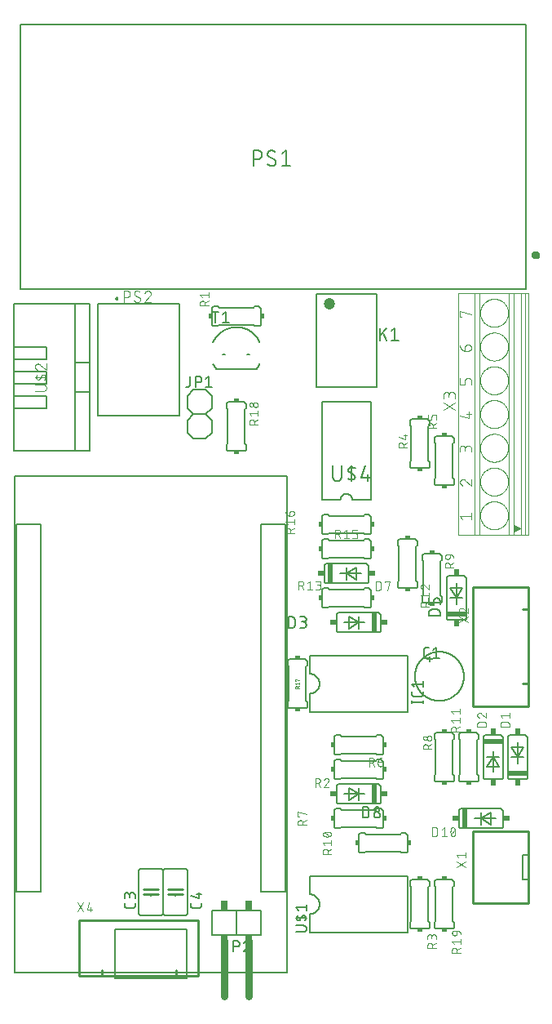
<source format=gbr>
G04 EAGLE Gerber RS-274X export*
G75*
%MOMM*%
%FSLAX34Y34*%
%LPD*%
%INSilkscreen Top*%
%IPPOS*%
%AMOC8*
5,1,8,0,0,1.08239X$1,22.5*%
G01*
%ADD10C,0.152400*%
%ADD11R,2.032000X0.508000*%
%ADD12R,0.508000X0.635000*%
%ADD13C,0.101600*%
%ADD14R,0.508000X2.032000*%
%ADD15R,0.635000X0.508000*%
%ADD16C,0.127000*%
%ADD17C,1.200000*%
%ADD18C,0.400000*%
%ADD19C,0.200000*%
%ADD20R,0.381000X0.508000*%
%ADD21R,0.508000X0.381000*%
%ADD22C,0.050800*%
%ADD23C,0.254000*%
%ADD24C,0.762000*%
%ADD25R,0.762000X0.508000*%
%ADD26R,0.762000X1.016000*%
%ADD27C,0.177800*%

G36*
X530257Y461498D02*
X530257Y461498D01*
X530279Y461496D01*
X530378Y461525D01*
X530431Y461536D01*
X530440Y461543D01*
X530452Y461546D01*
X536802Y464721D01*
X536855Y464763D01*
X536913Y464797D01*
X536933Y464824D01*
X536960Y464845D01*
X536993Y464903D01*
X537033Y464957D01*
X537041Y464990D01*
X537058Y465020D01*
X537065Y465087D01*
X537082Y465152D01*
X537077Y465185D01*
X537080Y465219D01*
X537061Y465284D01*
X537051Y465350D01*
X537033Y465379D01*
X537024Y465411D01*
X536981Y465463D01*
X536946Y465521D01*
X536917Y465543D01*
X536898Y465567D01*
X536854Y465590D01*
X536802Y465629D01*
X530452Y468804D01*
X530430Y468809D01*
X530412Y468822D01*
X530334Y468836D01*
X530258Y468856D01*
X530236Y468853D01*
X530215Y468857D01*
X530138Y468840D01*
X530060Y468830D01*
X530041Y468818D01*
X530019Y468814D01*
X529955Y468768D01*
X529887Y468728D01*
X529874Y468710D01*
X529856Y468698D01*
X529814Y468631D01*
X529767Y468568D01*
X529761Y468546D01*
X529750Y468527D01*
X529731Y468426D01*
X529718Y468373D01*
X529720Y468362D01*
X529718Y468350D01*
X529718Y462000D01*
X529722Y461978D01*
X529720Y461956D01*
X529742Y461881D01*
X529757Y461804D01*
X529770Y461785D01*
X529776Y461764D01*
X529826Y461703D01*
X529870Y461638D01*
X529889Y461626D01*
X529903Y461608D01*
X529972Y461571D01*
X530038Y461528D01*
X530060Y461525D01*
X530079Y461514D01*
X530158Y461507D01*
X530235Y461493D01*
X530257Y461498D01*
G37*
D10*
X533400Y222250D02*
X533400Y228600D01*
X527050Y238760D02*
X539750Y238760D01*
X533400Y228600D01*
X533400Y243840D01*
X527050Y238760D02*
X533400Y228600D01*
X527050Y228600D01*
X533400Y228600D02*
X539750Y228600D01*
X523240Y248920D02*
X523242Y249020D01*
X523248Y249119D01*
X523258Y249219D01*
X523271Y249317D01*
X523289Y249416D01*
X523310Y249513D01*
X523335Y249609D01*
X523364Y249705D01*
X523397Y249799D01*
X523433Y249892D01*
X523473Y249983D01*
X523517Y250073D01*
X523564Y250161D01*
X523614Y250247D01*
X523668Y250331D01*
X523725Y250413D01*
X523785Y250492D01*
X523849Y250570D01*
X523915Y250644D01*
X523984Y250716D01*
X524056Y250785D01*
X524130Y250851D01*
X524208Y250915D01*
X524287Y250975D01*
X524369Y251032D01*
X524453Y251086D01*
X524539Y251136D01*
X524627Y251183D01*
X524717Y251227D01*
X524808Y251267D01*
X524901Y251303D01*
X524995Y251336D01*
X525091Y251365D01*
X525187Y251390D01*
X525284Y251411D01*
X525383Y251429D01*
X525481Y251442D01*
X525581Y251452D01*
X525680Y251458D01*
X525780Y251460D01*
X541020Y251460D01*
X541120Y251458D01*
X541219Y251452D01*
X541319Y251442D01*
X541417Y251429D01*
X541516Y251411D01*
X541613Y251390D01*
X541709Y251365D01*
X541805Y251336D01*
X541899Y251303D01*
X541992Y251267D01*
X542083Y251227D01*
X542173Y251183D01*
X542261Y251136D01*
X542347Y251086D01*
X542431Y251032D01*
X542513Y250975D01*
X542592Y250915D01*
X542670Y250851D01*
X542744Y250785D01*
X542816Y250716D01*
X542885Y250644D01*
X542951Y250570D01*
X543015Y250492D01*
X543075Y250413D01*
X543132Y250331D01*
X543186Y250247D01*
X543236Y250161D01*
X543283Y250073D01*
X543327Y249983D01*
X543367Y249892D01*
X543403Y249799D01*
X543436Y249705D01*
X543465Y249609D01*
X543490Y249513D01*
X543511Y249416D01*
X543529Y249317D01*
X543542Y249219D01*
X543552Y249119D01*
X543558Y249020D01*
X543560Y248920D01*
X523240Y208280D02*
X523242Y208180D01*
X523248Y208081D01*
X523258Y207981D01*
X523271Y207883D01*
X523289Y207784D01*
X523310Y207687D01*
X523335Y207591D01*
X523364Y207495D01*
X523397Y207401D01*
X523433Y207308D01*
X523473Y207217D01*
X523517Y207127D01*
X523564Y207039D01*
X523614Y206953D01*
X523668Y206869D01*
X523725Y206787D01*
X523785Y206708D01*
X523849Y206630D01*
X523915Y206556D01*
X523984Y206484D01*
X524056Y206415D01*
X524130Y206349D01*
X524208Y206285D01*
X524287Y206225D01*
X524369Y206168D01*
X524453Y206114D01*
X524539Y206064D01*
X524627Y206017D01*
X524717Y205973D01*
X524808Y205933D01*
X524901Y205897D01*
X524995Y205864D01*
X525091Y205835D01*
X525187Y205810D01*
X525284Y205789D01*
X525383Y205771D01*
X525481Y205758D01*
X525581Y205748D01*
X525680Y205742D01*
X525780Y205740D01*
X541020Y205740D02*
X541120Y205742D01*
X541219Y205748D01*
X541319Y205758D01*
X541417Y205771D01*
X541516Y205789D01*
X541613Y205810D01*
X541709Y205835D01*
X541805Y205864D01*
X541899Y205897D01*
X541992Y205933D01*
X542083Y205973D01*
X542173Y206017D01*
X542261Y206064D01*
X542347Y206114D01*
X542431Y206168D01*
X542513Y206225D01*
X542592Y206285D01*
X542670Y206349D01*
X542744Y206415D01*
X542816Y206484D01*
X542885Y206556D01*
X542951Y206630D01*
X543015Y206708D01*
X543075Y206787D01*
X543132Y206869D01*
X543186Y206953D01*
X543236Y207039D01*
X543283Y207127D01*
X543327Y207217D01*
X543367Y207308D01*
X543403Y207401D01*
X543436Y207495D01*
X543465Y207591D01*
X543490Y207687D01*
X543511Y207784D01*
X543529Y207883D01*
X543542Y207981D01*
X543552Y208081D01*
X543558Y208180D01*
X543560Y208280D01*
X543560Y248920D01*
X541020Y205740D02*
X525780Y205740D01*
X523240Y208280D02*
X523240Y248920D01*
D11*
X533400Y212090D03*
D12*
X533400Y254635D03*
X533400Y202565D03*
D13*
X524764Y259944D02*
X515620Y259944D01*
X515620Y262484D01*
X515622Y262584D01*
X515628Y262683D01*
X515638Y262783D01*
X515651Y262881D01*
X515669Y262980D01*
X515690Y263077D01*
X515715Y263173D01*
X515744Y263269D01*
X515777Y263363D01*
X515813Y263456D01*
X515853Y263547D01*
X515897Y263637D01*
X515944Y263725D01*
X515994Y263811D01*
X516048Y263895D01*
X516105Y263977D01*
X516165Y264056D01*
X516229Y264134D01*
X516295Y264208D01*
X516364Y264280D01*
X516436Y264349D01*
X516510Y264415D01*
X516588Y264479D01*
X516667Y264539D01*
X516749Y264596D01*
X516833Y264650D01*
X516919Y264700D01*
X517007Y264747D01*
X517097Y264791D01*
X517188Y264831D01*
X517281Y264867D01*
X517375Y264900D01*
X517471Y264929D01*
X517567Y264954D01*
X517664Y264975D01*
X517763Y264993D01*
X517861Y265006D01*
X517961Y265016D01*
X518060Y265022D01*
X518160Y265024D01*
X522224Y265024D01*
X522324Y265022D01*
X522423Y265016D01*
X522523Y265006D01*
X522621Y264993D01*
X522720Y264975D01*
X522817Y264954D01*
X522913Y264929D01*
X523009Y264900D01*
X523103Y264867D01*
X523196Y264831D01*
X523287Y264791D01*
X523377Y264747D01*
X523465Y264700D01*
X523551Y264650D01*
X523635Y264596D01*
X523717Y264539D01*
X523796Y264479D01*
X523874Y264415D01*
X523948Y264349D01*
X524020Y264280D01*
X524089Y264208D01*
X524155Y264134D01*
X524219Y264056D01*
X524279Y263977D01*
X524336Y263895D01*
X524390Y263811D01*
X524440Y263725D01*
X524487Y263637D01*
X524531Y263547D01*
X524571Y263456D01*
X524607Y263363D01*
X524640Y263269D01*
X524669Y263173D01*
X524694Y263077D01*
X524715Y262980D01*
X524733Y262881D01*
X524746Y262783D01*
X524756Y262683D01*
X524762Y262584D01*
X524764Y262484D01*
X524764Y259944D01*
X517652Y269392D02*
X515620Y271932D01*
X524764Y271932D01*
X524764Y269392D02*
X524764Y274472D01*
D10*
X508000Y234950D02*
X508000Y228600D01*
X514350Y218440D02*
X501650Y218440D01*
X508000Y228600D01*
X508000Y213360D01*
X514350Y218440D02*
X508000Y228600D01*
X514350Y228600D01*
X508000Y228600D02*
X501650Y228600D01*
X518160Y208280D02*
X518158Y208180D01*
X518152Y208081D01*
X518142Y207981D01*
X518129Y207883D01*
X518111Y207784D01*
X518090Y207687D01*
X518065Y207591D01*
X518036Y207495D01*
X518003Y207401D01*
X517967Y207308D01*
X517927Y207217D01*
X517883Y207127D01*
X517836Y207039D01*
X517786Y206953D01*
X517732Y206869D01*
X517675Y206787D01*
X517615Y206708D01*
X517551Y206630D01*
X517485Y206556D01*
X517416Y206484D01*
X517344Y206415D01*
X517270Y206349D01*
X517192Y206285D01*
X517113Y206225D01*
X517031Y206168D01*
X516947Y206114D01*
X516861Y206064D01*
X516773Y206017D01*
X516683Y205973D01*
X516592Y205933D01*
X516499Y205897D01*
X516405Y205864D01*
X516309Y205835D01*
X516213Y205810D01*
X516116Y205789D01*
X516017Y205771D01*
X515919Y205758D01*
X515819Y205748D01*
X515720Y205742D01*
X515620Y205740D01*
X500380Y205740D01*
X500280Y205742D01*
X500181Y205748D01*
X500081Y205758D01*
X499983Y205771D01*
X499884Y205789D01*
X499787Y205810D01*
X499691Y205835D01*
X499595Y205864D01*
X499501Y205897D01*
X499408Y205933D01*
X499317Y205973D01*
X499227Y206017D01*
X499139Y206064D01*
X499053Y206114D01*
X498969Y206168D01*
X498887Y206225D01*
X498808Y206285D01*
X498730Y206349D01*
X498656Y206415D01*
X498584Y206484D01*
X498515Y206556D01*
X498449Y206630D01*
X498385Y206708D01*
X498325Y206787D01*
X498268Y206869D01*
X498214Y206953D01*
X498164Y207039D01*
X498117Y207127D01*
X498073Y207217D01*
X498033Y207308D01*
X497997Y207401D01*
X497964Y207495D01*
X497935Y207591D01*
X497910Y207687D01*
X497889Y207784D01*
X497871Y207883D01*
X497858Y207981D01*
X497848Y208081D01*
X497842Y208180D01*
X497840Y208280D01*
X518160Y248920D02*
X518158Y249020D01*
X518152Y249119D01*
X518142Y249219D01*
X518129Y249317D01*
X518111Y249416D01*
X518090Y249513D01*
X518065Y249609D01*
X518036Y249705D01*
X518003Y249799D01*
X517967Y249892D01*
X517927Y249983D01*
X517883Y250073D01*
X517836Y250161D01*
X517786Y250247D01*
X517732Y250331D01*
X517675Y250413D01*
X517615Y250492D01*
X517551Y250570D01*
X517485Y250644D01*
X517416Y250716D01*
X517344Y250785D01*
X517270Y250851D01*
X517192Y250915D01*
X517113Y250975D01*
X517031Y251032D01*
X516947Y251086D01*
X516861Y251136D01*
X516773Y251183D01*
X516683Y251227D01*
X516592Y251267D01*
X516499Y251303D01*
X516405Y251336D01*
X516309Y251365D01*
X516213Y251390D01*
X516116Y251411D01*
X516017Y251429D01*
X515919Y251442D01*
X515819Y251452D01*
X515720Y251458D01*
X515620Y251460D01*
X500380Y251460D02*
X500280Y251458D01*
X500181Y251452D01*
X500081Y251442D01*
X499983Y251429D01*
X499884Y251411D01*
X499787Y251390D01*
X499691Y251365D01*
X499595Y251336D01*
X499501Y251303D01*
X499408Y251267D01*
X499317Y251227D01*
X499227Y251183D01*
X499139Y251136D01*
X499053Y251086D01*
X498969Y251032D01*
X498887Y250975D01*
X498808Y250915D01*
X498730Y250851D01*
X498656Y250785D01*
X498584Y250716D01*
X498515Y250644D01*
X498449Y250570D01*
X498385Y250492D01*
X498325Y250413D01*
X498268Y250331D01*
X498214Y250247D01*
X498164Y250161D01*
X498117Y250073D01*
X498073Y249983D01*
X498033Y249892D01*
X497997Y249799D01*
X497964Y249705D01*
X497935Y249609D01*
X497910Y249513D01*
X497889Y249416D01*
X497871Y249317D01*
X497858Y249219D01*
X497848Y249119D01*
X497842Y249020D01*
X497840Y248920D01*
X497840Y208280D01*
X500380Y251460D02*
X515620Y251460D01*
X518160Y248920D02*
X518160Y208280D01*
D11*
X508000Y245110D03*
D12*
X508000Y202565D03*
X508000Y254635D03*
D13*
X500634Y259944D02*
X491490Y259944D01*
X491490Y262484D01*
X491492Y262584D01*
X491498Y262683D01*
X491508Y262783D01*
X491521Y262881D01*
X491539Y262980D01*
X491560Y263077D01*
X491585Y263173D01*
X491614Y263269D01*
X491647Y263363D01*
X491683Y263456D01*
X491723Y263547D01*
X491767Y263637D01*
X491814Y263725D01*
X491864Y263811D01*
X491918Y263895D01*
X491975Y263977D01*
X492035Y264056D01*
X492099Y264134D01*
X492165Y264208D01*
X492234Y264280D01*
X492306Y264349D01*
X492380Y264415D01*
X492458Y264479D01*
X492537Y264539D01*
X492619Y264596D01*
X492703Y264650D01*
X492789Y264700D01*
X492877Y264747D01*
X492967Y264791D01*
X493058Y264831D01*
X493151Y264867D01*
X493245Y264900D01*
X493341Y264929D01*
X493437Y264954D01*
X493534Y264975D01*
X493633Y264993D01*
X493731Y265006D01*
X493831Y265016D01*
X493930Y265022D01*
X494030Y265024D01*
X498094Y265024D01*
X498194Y265022D01*
X498293Y265016D01*
X498393Y265006D01*
X498491Y264993D01*
X498590Y264975D01*
X498687Y264954D01*
X498783Y264929D01*
X498879Y264900D01*
X498973Y264867D01*
X499066Y264831D01*
X499157Y264791D01*
X499247Y264747D01*
X499335Y264700D01*
X499421Y264650D01*
X499505Y264596D01*
X499587Y264539D01*
X499666Y264479D01*
X499744Y264415D01*
X499818Y264349D01*
X499890Y264280D01*
X499959Y264208D01*
X500025Y264134D01*
X500089Y264056D01*
X500149Y263977D01*
X500206Y263895D01*
X500260Y263811D01*
X500310Y263725D01*
X500357Y263637D01*
X500401Y263547D01*
X500441Y263456D01*
X500477Y263363D01*
X500510Y263269D01*
X500539Y263173D01*
X500564Y263077D01*
X500585Y262980D01*
X500603Y262881D01*
X500616Y262783D01*
X500626Y262683D01*
X500632Y262584D01*
X500634Y262484D01*
X500634Y259944D01*
X491490Y272186D02*
X491492Y272280D01*
X491498Y272375D01*
X491508Y272469D01*
X491521Y272562D01*
X491539Y272655D01*
X491560Y272747D01*
X491585Y272838D01*
X491614Y272928D01*
X491646Y273017D01*
X491683Y273104D01*
X491722Y273190D01*
X491766Y273274D01*
X491812Y273356D01*
X491862Y273436D01*
X491916Y273514D01*
X491972Y273590D01*
X492032Y273663D01*
X492094Y273734D01*
X492160Y273802D01*
X492228Y273868D01*
X492299Y273930D01*
X492372Y273990D01*
X492448Y274046D01*
X492526Y274100D01*
X492606Y274150D01*
X492688Y274196D01*
X492772Y274240D01*
X492858Y274279D01*
X492945Y274316D01*
X493034Y274348D01*
X493124Y274377D01*
X493215Y274402D01*
X493307Y274423D01*
X493400Y274441D01*
X493493Y274454D01*
X493587Y274464D01*
X493682Y274470D01*
X493776Y274472D01*
X491490Y272186D02*
X491492Y272080D01*
X491498Y271975D01*
X491507Y271870D01*
X491520Y271765D01*
X491537Y271661D01*
X491558Y271558D01*
X491582Y271455D01*
X491611Y271353D01*
X491642Y271253D01*
X491678Y271153D01*
X491716Y271055D01*
X491759Y270959D01*
X491805Y270863D01*
X491854Y270770D01*
X491906Y270679D01*
X491962Y270589D01*
X492021Y270501D01*
X492083Y270416D01*
X492148Y270333D01*
X492216Y270252D01*
X492287Y270174D01*
X492361Y270099D01*
X492437Y270026D01*
X492516Y269956D01*
X492597Y269889D01*
X492681Y269824D01*
X492767Y269763D01*
X492855Y269705D01*
X492945Y269650D01*
X493037Y269599D01*
X493131Y269550D01*
X493227Y269505D01*
X493324Y269464D01*
X493422Y269426D01*
X493522Y269392D01*
X495554Y273710D02*
X495487Y273777D01*
X495418Y273842D01*
X495346Y273904D01*
X495273Y273963D01*
X495196Y274019D01*
X495118Y274073D01*
X495038Y274123D01*
X494956Y274170D01*
X494872Y274214D01*
X494786Y274254D01*
X494699Y274292D01*
X494611Y274326D01*
X494521Y274356D01*
X494431Y274383D01*
X494339Y274407D01*
X494246Y274427D01*
X494153Y274443D01*
X494059Y274456D01*
X493965Y274465D01*
X493871Y274470D01*
X493776Y274472D01*
X495554Y273710D02*
X500634Y269392D01*
X500634Y274472D01*
D10*
X374650Y368300D02*
X368300Y368300D01*
X358140Y361950D02*
X358140Y374650D01*
X368300Y368300D01*
X353060Y368300D01*
X358140Y361950D02*
X368300Y368300D01*
X368300Y361950D01*
X368300Y368300D02*
X368300Y374650D01*
X347980Y358140D02*
X347880Y358142D01*
X347781Y358148D01*
X347681Y358158D01*
X347583Y358171D01*
X347484Y358189D01*
X347387Y358210D01*
X347291Y358235D01*
X347195Y358264D01*
X347101Y358297D01*
X347008Y358333D01*
X346917Y358373D01*
X346827Y358417D01*
X346739Y358464D01*
X346653Y358514D01*
X346569Y358568D01*
X346487Y358625D01*
X346408Y358685D01*
X346330Y358749D01*
X346256Y358815D01*
X346184Y358884D01*
X346115Y358956D01*
X346049Y359030D01*
X345985Y359108D01*
X345925Y359187D01*
X345868Y359269D01*
X345814Y359353D01*
X345764Y359439D01*
X345717Y359527D01*
X345673Y359617D01*
X345633Y359708D01*
X345597Y359801D01*
X345564Y359895D01*
X345535Y359991D01*
X345510Y360087D01*
X345489Y360184D01*
X345471Y360283D01*
X345458Y360381D01*
X345448Y360481D01*
X345442Y360580D01*
X345440Y360680D01*
X345440Y375920D01*
X345442Y376020D01*
X345448Y376119D01*
X345458Y376219D01*
X345471Y376317D01*
X345489Y376416D01*
X345510Y376513D01*
X345535Y376609D01*
X345564Y376705D01*
X345597Y376799D01*
X345633Y376892D01*
X345673Y376983D01*
X345717Y377073D01*
X345764Y377161D01*
X345814Y377247D01*
X345868Y377331D01*
X345925Y377413D01*
X345985Y377492D01*
X346049Y377570D01*
X346115Y377644D01*
X346184Y377716D01*
X346256Y377785D01*
X346330Y377851D01*
X346408Y377915D01*
X346487Y377975D01*
X346569Y378032D01*
X346653Y378086D01*
X346739Y378136D01*
X346827Y378183D01*
X346917Y378227D01*
X347008Y378267D01*
X347101Y378303D01*
X347195Y378336D01*
X347291Y378365D01*
X347387Y378390D01*
X347484Y378411D01*
X347583Y378429D01*
X347681Y378442D01*
X347781Y378452D01*
X347880Y378458D01*
X347980Y378460D01*
X388620Y358140D02*
X388720Y358142D01*
X388819Y358148D01*
X388919Y358158D01*
X389017Y358171D01*
X389116Y358189D01*
X389213Y358210D01*
X389309Y358235D01*
X389405Y358264D01*
X389499Y358297D01*
X389592Y358333D01*
X389683Y358373D01*
X389773Y358417D01*
X389861Y358464D01*
X389947Y358514D01*
X390031Y358568D01*
X390113Y358625D01*
X390192Y358685D01*
X390270Y358749D01*
X390344Y358815D01*
X390416Y358884D01*
X390485Y358956D01*
X390551Y359030D01*
X390615Y359108D01*
X390675Y359187D01*
X390732Y359269D01*
X390786Y359353D01*
X390836Y359439D01*
X390883Y359527D01*
X390927Y359617D01*
X390967Y359708D01*
X391003Y359801D01*
X391036Y359895D01*
X391065Y359991D01*
X391090Y360087D01*
X391111Y360184D01*
X391129Y360283D01*
X391142Y360381D01*
X391152Y360481D01*
X391158Y360580D01*
X391160Y360680D01*
X391160Y375920D02*
X391158Y376020D01*
X391152Y376119D01*
X391142Y376219D01*
X391129Y376317D01*
X391111Y376416D01*
X391090Y376513D01*
X391065Y376609D01*
X391036Y376705D01*
X391003Y376799D01*
X390967Y376892D01*
X390927Y376983D01*
X390883Y377073D01*
X390836Y377161D01*
X390786Y377247D01*
X390732Y377331D01*
X390675Y377413D01*
X390615Y377492D01*
X390551Y377570D01*
X390485Y377644D01*
X390416Y377716D01*
X390344Y377785D01*
X390270Y377851D01*
X390192Y377915D01*
X390113Y377975D01*
X390031Y378032D01*
X389947Y378086D01*
X389861Y378136D01*
X389773Y378183D01*
X389683Y378227D01*
X389592Y378267D01*
X389499Y378303D01*
X389405Y378336D01*
X389309Y378365D01*
X389213Y378390D01*
X389116Y378411D01*
X389017Y378429D01*
X388919Y378442D01*
X388819Y378452D01*
X388720Y378458D01*
X388620Y378460D01*
X347980Y378460D01*
X391160Y375920D02*
X391160Y360680D01*
X388620Y358140D02*
X347980Y358140D01*
D14*
X384810Y368300D03*
D15*
X342265Y368300D03*
X394335Y368300D03*
D16*
X295720Y362585D02*
X295720Y374015D01*
X298895Y374015D01*
X299006Y374013D01*
X299116Y374007D01*
X299227Y373998D01*
X299337Y373984D01*
X299446Y373967D01*
X299555Y373946D01*
X299663Y373921D01*
X299770Y373892D01*
X299876Y373860D01*
X299981Y373824D01*
X300084Y373784D01*
X300186Y373741D01*
X300287Y373694D01*
X300386Y373643D01*
X300483Y373590D01*
X300577Y373533D01*
X300670Y373472D01*
X300761Y373409D01*
X300850Y373342D01*
X300936Y373272D01*
X301019Y373199D01*
X301101Y373124D01*
X301179Y373046D01*
X301254Y372964D01*
X301327Y372881D01*
X301397Y372795D01*
X301464Y372706D01*
X301527Y372615D01*
X301588Y372522D01*
X301645Y372428D01*
X301698Y372331D01*
X301749Y372232D01*
X301796Y372131D01*
X301839Y372029D01*
X301879Y371926D01*
X301915Y371821D01*
X301947Y371715D01*
X301976Y371608D01*
X302001Y371500D01*
X302022Y371391D01*
X302039Y371282D01*
X302053Y371172D01*
X302062Y371061D01*
X302068Y370951D01*
X302070Y370840D01*
X302070Y365760D01*
X302068Y365649D01*
X302062Y365539D01*
X302053Y365428D01*
X302039Y365318D01*
X302022Y365209D01*
X302001Y365100D01*
X301976Y364992D01*
X301947Y364885D01*
X301915Y364779D01*
X301879Y364674D01*
X301839Y364571D01*
X301796Y364469D01*
X301749Y364368D01*
X301698Y364269D01*
X301645Y364172D01*
X301588Y364078D01*
X301527Y363985D01*
X301464Y363894D01*
X301397Y363805D01*
X301327Y363719D01*
X301254Y363636D01*
X301179Y363554D01*
X301101Y363476D01*
X301019Y363401D01*
X300936Y363328D01*
X300850Y363258D01*
X300761Y363191D01*
X300670Y363128D01*
X300577Y363067D01*
X300483Y363010D01*
X300386Y362957D01*
X300287Y362906D01*
X300186Y362859D01*
X300084Y362816D01*
X299981Y362776D01*
X299876Y362740D01*
X299770Y362708D01*
X299663Y362679D01*
X299555Y362654D01*
X299446Y362633D01*
X299337Y362616D01*
X299227Y362602D01*
X299116Y362593D01*
X299006Y362587D01*
X298895Y362585D01*
X295720Y362585D01*
X307531Y362585D02*
X310706Y362585D01*
X310817Y362587D01*
X310927Y362593D01*
X311038Y362602D01*
X311148Y362616D01*
X311257Y362633D01*
X311366Y362654D01*
X311474Y362679D01*
X311581Y362708D01*
X311687Y362740D01*
X311792Y362776D01*
X311895Y362816D01*
X311997Y362859D01*
X312098Y362906D01*
X312197Y362957D01*
X312294Y363010D01*
X312388Y363067D01*
X312481Y363128D01*
X312572Y363191D01*
X312661Y363258D01*
X312747Y363328D01*
X312830Y363401D01*
X312912Y363476D01*
X312990Y363554D01*
X313065Y363636D01*
X313138Y363719D01*
X313208Y363805D01*
X313275Y363894D01*
X313338Y363985D01*
X313399Y364078D01*
X313456Y364172D01*
X313509Y364269D01*
X313560Y364368D01*
X313607Y364469D01*
X313650Y364571D01*
X313690Y364674D01*
X313726Y364779D01*
X313758Y364885D01*
X313787Y364992D01*
X313812Y365100D01*
X313833Y365209D01*
X313850Y365318D01*
X313864Y365428D01*
X313873Y365539D01*
X313879Y365649D01*
X313881Y365760D01*
X313879Y365871D01*
X313873Y365981D01*
X313864Y366092D01*
X313850Y366202D01*
X313833Y366311D01*
X313812Y366420D01*
X313787Y366528D01*
X313758Y366635D01*
X313726Y366741D01*
X313690Y366846D01*
X313650Y366949D01*
X313607Y367051D01*
X313560Y367152D01*
X313509Y367251D01*
X313456Y367347D01*
X313399Y367442D01*
X313338Y367535D01*
X313275Y367626D01*
X313208Y367715D01*
X313138Y367801D01*
X313065Y367884D01*
X312990Y367966D01*
X312912Y368044D01*
X312830Y368119D01*
X312747Y368192D01*
X312661Y368262D01*
X312572Y368329D01*
X312481Y368392D01*
X312388Y368453D01*
X312294Y368510D01*
X312197Y368563D01*
X312098Y368614D01*
X311997Y368661D01*
X311895Y368704D01*
X311792Y368744D01*
X311687Y368780D01*
X311581Y368812D01*
X311474Y368841D01*
X311366Y368866D01*
X311257Y368887D01*
X311148Y368904D01*
X311038Y368918D01*
X310927Y368927D01*
X310817Y368933D01*
X310706Y368935D01*
X311341Y374015D02*
X307531Y374015D01*
X311341Y374015D02*
X311441Y374013D01*
X311540Y374007D01*
X311640Y373997D01*
X311738Y373984D01*
X311837Y373966D01*
X311934Y373945D01*
X312030Y373920D01*
X312126Y373891D01*
X312220Y373858D01*
X312313Y373822D01*
X312404Y373782D01*
X312494Y373738D01*
X312582Y373691D01*
X312668Y373641D01*
X312752Y373587D01*
X312834Y373530D01*
X312913Y373470D01*
X312991Y373406D01*
X313065Y373340D01*
X313137Y373271D01*
X313206Y373199D01*
X313272Y373125D01*
X313336Y373047D01*
X313396Y372968D01*
X313453Y372886D01*
X313507Y372802D01*
X313557Y372716D01*
X313604Y372628D01*
X313648Y372538D01*
X313688Y372447D01*
X313724Y372354D01*
X313757Y372260D01*
X313786Y372164D01*
X313811Y372068D01*
X313832Y371971D01*
X313850Y371872D01*
X313863Y371774D01*
X313873Y371674D01*
X313879Y371575D01*
X313881Y371475D01*
X313879Y371375D01*
X313873Y371276D01*
X313863Y371176D01*
X313850Y371078D01*
X313832Y370979D01*
X313811Y370882D01*
X313786Y370786D01*
X313757Y370690D01*
X313724Y370596D01*
X313688Y370503D01*
X313648Y370412D01*
X313604Y370322D01*
X313557Y370234D01*
X313507Y370148D01*
X313453Y370064D01*
X313396Y369982D01*
X313336Y369903D01*
X313272Y369825D01*
X313206Y369751D01*
X313137Y369679D01*
X313065Y369610D01*
X312991Y369544D01*
X312913Y369480D01*
X312834Y369420D01*
X312752Y369363D01*
X312668Y369309D01*
X312582Y369259D01*
X312494Y369212D01*
X312404Y369168D01*
X312313Y369128D01*
X312220Y369092D01*
X312126Y369059D01*
X312030Y369030D01*
X311934Y369005D01*
X311837Y368984D01*
X311738Y368966D01*
X311640Y368953D01*
X311540Y368943D01*
X311441Y368937D01*
X311341Y368935D01*
X308801Y368935D01*
D10*
X317500Y334010D02*
X419100Y334010D01*
X419100Y275590D02*
X317500Y275590D01*
X419100Y275590D02*
X419100Y334010D01*
X317500Y334010D02*
X317500Y314960D01*
X317500Y294640D02*
X317500Y275590D01*
X317500Y294640D02*
X317747Y294643D01*
X317995Y294652D01*
X318242Y294667D01*
X318488Y294688D01*
X318734Y294715D01*
X318979Y294748D01*
X319224Y294787D01*
X319467Y294832D01*
X319709Y294883D01*
X319950Y294940D01*
X320189Y295002D01*
X320427Y295071D01*
X320663Y295145D01*
X320897Y295225D01*
X321129Y295310D01*
X321359Y295402D01*
X321587Y295498D01*
X321812Y295601D01*
X322035Y295708D01*
X322255Y295822D01*
X322472Y295940D01*
X322687Y296064D01*
X322898Y296193D01*
X323106Y296327D01*
X323311Y296466D01*
X323512Y296610D01*
X323710Y296758D01*
X323904Y296912D01*
X324094Y297070D01*
X324280Y297233D01*
X324462Y297400D01*
X324640Y297572D01*
X324814Y297748D01*
X324984Y297928D01*
X325149Y298113D01*
X325309Y298301D01*
X325465Y298493D01*
X325617Y298689D01*
X325763Y298888D01*
X325905Y299091D01*
X326041Y299298D01*
X326173Y299507D01*
X326299Y299720D01*
X326420Y299936D01*
X326536Y300154D01*
X326646Y300376D01*
X326751Y300600D01*
X326851Y300826D01*
X326945Y301055D01*
X327033Y301286D01*
X327116Y301520D01*
X327193Y301755D01*
X327264Y301992D01*
X327330Y302230D01*
X327389Y302470D01*
X327443Y302712D01*
X327491Y302955D01*
X327533Y303198D01*
X327569Y303443D01*
X327599Y303689D01*
X327623Y303935D01*
X327641Y304182D01*
X327653Y304429D01*
X327659Y304676D01*
X327659Y304924D01*
X327653Y305171D01*
X327641Y305418D01*
X327623Y305665D01*
X327599Y305911D01*
X327569Y306157D01*
X327533Y306402D01*
X327491Y306645D01*
X327443Y306888D01*
X327389Y307130D01*
X327330Y307370D01*
X327264Y307608D01*
X327193Y307845D01*
X327116Y308080D01*
X327033Y308314D01*
X326945Y308545D01*
X326851Y308774D01*
X326751Y309000D01*
X326646Y309224D01*
X326536Y309446D01*
X326420Y309664D01*
X326299Y309880D01*
X326173Y310093D01*
X326041Y310302D01*
X325905Y310509D01*
X325763Y310712D01*
X325617Y310911D01*
X325465Y311107D01*
X325309Y311299D01*
X325149Y311487D01*
X324984Y311672D01*
X324814Y311852D01*
X324640Y312028D01*
X324462Y312200D01*
X324280Y312367D01*
X324094Y312530D01*
X323904Y312688D01*
X323710Y312842D01*
X323512Y312990D01*
X323311Y313134D01*
X323106Y313273D01*
X322898Y313407D01*
X322687Y313536D01*
X322472Y313660D01*
X322255Y313778D01*
X322035Y313892D01*
X321812Y313999D01*
X321587Y314102D01*
X321359Y314198D01*
X321129Y314290D01*
X320897Y314375D01*
X320663Y314455D01*
X320427Y314529D01*
X320189Y314598D01*
X319950Y314660D01*
X319709Y314717D01*
X319467Y314768D01*
X319224Y314813D01*
X318979Y314852D01*
X318734Y314885D01*
X318488Y314912D01*
X318242Y314933D01*
X317995Y314948D01*
X317747Y314957D01*
X317500Y314960D01*
D16*
X423545Y285623D02*
X434975Y285623D01*
X434975Y284353D02*
X434975Y286893D01*
X423545Y286893D02*
X423545Y284353D01*
X434975Y294095D02*
X434975Y296635D01*
X434975Y294095D02*
X434973Y293995D01*
X434967Y293896D01*
X434957Y293796D01*
X434944Y293698D01*
X434926Y293599D01*
X434905Y293502D01*
X434880Y293406D01*
X434851Y293310D01*
X434818Y293216D01*
X434782Y293123D01*
X434742Y293032D01*
X434698Y292942D01*
X434651Y292854D01*
X434601Y292768D01*
X434547Y292684D01*
X434490Y292602D01*
X434430Y292523D01*
X434366Y292445D01*
X434300Y292371D01*
X434231Y292299D01*
X434159Y292230D01*
X434085Y292164D01*
X434007Y292100D01*
X433928Y292040D01*
X433846Y291983D01*
X433762Y291929D01*
X433676Y291879D01*
X433588Y291832D01*
X433498Y291788D01*
X433407Y291748D01*
X433314Y291712D01*
X433220Y291679D01*
X433124Y291650D01*
X433028Y291625D01*
X432931Y291604D01*
X432832Y291586D01*
X432734Y291573D01*
X432634Y291563D01*
X432535Y291557D01*
X432435Y291555D01*
X426085Y291555D01*
X425985Y291557D01*
X425886Y291563D01*
X425786Y291573D01*
X425688Y291586D01*
X425589Y291604D01*
X425492Y291625D01*
X425396Y291650D01*
X425300Y291679D01*
X425206Y291712D01*
X425113Y291748D01*
X425022Y291788D01*
X424932Y291832D01*
X424844Y291879D01*
X424758Y291929D01*
X424674Y291983D01*
X424592Y292040D01*
X424513Y292100D01*
X424435Y292164D01*
X424361Y292230D01*
X424289Y292299D01*
X424220Y292371D01*
X424154Y292445D01*
X424090Y292523D01*
X424030Y292602D01*
X423973Y292684D01*
X423919Y292768D01*
X423869Y292854D01*
X423822Y292942D01*
X423778Y293032D01*
X423738Y293123D01*
X423702Y293216D01*
X423669Y293310D01*
X423640Y293406D01*
X423615Y293502D01*
X423594Y293599D01*
X423576Y293698D01*
X423563Y293796D01*
X423553Y293896D01*
X423547Y293995D01*
X423545Y294095D01*
X423545Y296635D01*
X426085Y301117D02*
X423545Y304292D01*
X434975Y304292D01*
X434975Y301117D02*
X434975Y307467D01*
D10*
X324160Y612100D02*
X324160Y708700D01*
X324160Y612100D02*
X387040Y612100D01*
X387040Y708700D01*
X324160Y708700D01*
D17*
X337600Y698800D03*
D10*
X390626Y673339D02*
X390626Y660893D01*
X390626Y665733D02*
X397540Y673339D01*
X393392Y668499D02*
X397540Y660893D01*
X402560Y670573D02*
X406017Y673339D01*
X406017Y660893D01*
X402560Y660893D02*
X409474Y660893D01*
D16*
X541900Y713900D02*
X541900Y987900D01*
X541900Y713900D02*
X16900Y713900D01*
X16900Y987900D01*
X541900Y987900D01*
D18*
X549900Y749300D02*
X549902Y749389D01*
X549908Y749478D01*
X549918Y749567D01*
X549932Y749655D01*
X549949Y749742D01*
X549971Y749828D01*
X549997Y749914D01*
X550026Y749998D01*
X550059Y750081D01*
X550095Y750162D01*
X550136Y750242D01*
X550179Y750319D01*
X550226Y750395D01*
X550277Y750468D01*
X550330Y750539D01*
X550387Y750608D01*
X550447Y750674D01*
X550510Y750738D01*
X550575Y750798D01*
X550643Y750856D01*
X550714Y750910D01*
X550787Y750961D01*
X550862Y751009D01*
X550939Y751054D01*
X551018Y751095D01*
X551099Y751132D01*
X551181Y751166D01*
X551265Y751197D01*
X551350Y751223D01*
X551436Y751246D01*
X551523Y751264D01*
X551611Y751279D01*
X551700Y751290D01*
X551789Y751297D01*
X551878Y751300D01*
X551967Y751299D01*
X552056Y751294D01*
X552144Y751285D01*
X552233Y751272D01*
X552320Y751255D01*
X552407Y751235D01*
X552493Y751210D01*
X552577Y751182D01*
X552660Y751150D01*
X552742Y751114D01*
X552822Y751075D01*
X552900Y751032D01*
X552976Y750986D01*
X553050Y750936D01*
X553122Y750883D01*
X553191Y750827D01*
X553258Y750768D01*
X553322Y750706D01*
X553383Y750642D01*
X553442Y750574D01*
X553497Y750504D01*
X553549Y750432D01*
X553598Y750357D01*
X553643Y750281D01*
X553685Y750202D01*
X553723Y750122D01*
X553758Y750040D01*
X553789Y749956D01*
X553817Y749871D01*
X553840Y749785D01*
X553860Y749698D01*
X553876Y749611D01*
X553888Y749522D01*
X553896Y749434D01*
X553900Y749345D01*
X553900Y749255D01*
X553896Y749166D01*
X553888Y749078D01*
X553876Y748989D01*
X553860Y748902D01*
X553840Y748815D01*
X553817Y748729D01*
X553789Y748644D01*
X553758Y748560D01*
X553723Y748478D01*
X553685Y748398D01*
X553643Y748319D01*
X553598Y748243D01*
X553549Y748168D01*
X553497Y748096D01*
X553442Y748026D01*
X553383Y747958D01*
X553322Y747894D01*
X553258Y747832D01*
X553191Y747773D01*
X553122Y747717D01*
X553050Y747664D01*
X552976Y747614D01*
X552900Y747568D01*
X552822Y747525D01*
X552742Y747486D01*
X552660Y747450D01*
X552577Y747418D01*
X552493Y747390D01*
X552407Y747365D01*
X552320Y747345D01*
X552233Y747328D01*
X552144Y747315D01*
X552056Y747306D01*
X551967Y747301D01*
X551878Y747300D01*
X551789Y747303D01*
X551700Y747310D01*
X551611Y747321D01*
X551523Y747336D01*
X551436Y747354D01*
X551350Y747377D01*
X551265Y747403D01*
X551181Y747434D01*
X551099Y747468D01*
X551018Y747505D01*
X550939Y747546D01*
X550862Y747591D01*
X550787Y747639D01*
X550714Y747690D01*
X550643Y747744D01*
X550575Y747802D01*
X550510Y747862D01*
X550447Y747926D01*
X550387Y747992D01*
X550330Y748061D01*
X550277Y748132D01*
X550226Y748205D01*
X550179Y748281D01*
X550136Y748358D01*
X550095Y748438D01*
X550059Y748519D01*
X550026Y748602D01*
X549997Y748686D01*
X549971Y748772D01*
X549949Y748858D01*
X549932Y748945D01*
X549918Y749033D01*
X549908Y749122D01*
X549902Y749211D01*
X549900Y749300D01*
D10*
X258940Y841472D02*
X258940Y857728D01*
X263456Y857728D01*
X263589Y857726D01*
X263721Y857720D01*
X263853Y857710D01*
X263985Y857697D01*
X264117Y857679D01*
X264247Y857658D01*
X264378Y857633D01*
X264507Y857604D01*
X264635Y857571D01*
X264763Y857535D01*
X264889Y857495D01*
X265014Y857451D01*
X265138Y857403D01*
X265260Y857352D01*
X265381Y857297D01*
X265500Y857239D01*
X265618Y857177D01*
X265733Y857112D01*
X265847Y857043D01*
X265958Y856972D01*
X266067Y856896D01*
X266174Y856818D01*
X266279Y856737D01*
X266381Y856652D01*
X266481Y856565D01*
X266578Y856475D01*
X266673Y856382D01*
X266764Y856286D01*
X266853Y856188D01*
X266939Y856087D01*
X267022Y855983D01*
X267102Y855877D01*
X267178Y855769D01*
X267252Y855659D01*
X267322Y855546D01*
X267389Y855432D01*
X267452Y855315D01*
X267512Y855197D01*
X267569Y855077D01*
X267622Y854955D01*
X267671Y854832D01*
X267717Y854708D01*
X267759Y854582D01*
X267797Y854455D01*
X267832Y854327D01*
X267863Y854198D01*
X267890Y854069D01*
X267913Y853938D01*
X267933Y853807D01*
X267948Y853675D01*
X267960Y853543D01*
X267968Y853411D01*
X267972Y853278D01*
X267972Y853146D01*
X267968Y853013D01*
X267960Y852881D01*
X267948Y852749D01*
X267933Y852617D01*
X267913Y852486D01*
X267890Y852355D01*
X267863Y852226D01*
X267832Y852097D01*
X267797Y851969D01*
X267759Y851842D01*
X267717Y851716D01*
X267671Y851592D01*
X267622Y851469D01*
X267569Y851347D01*
X267512Y851227D01*
X267452Y851109D01*
X267389Y850992D01*
X267322Y850878D01*
X267252Y850765D01*
X267178Y850655D01*
X267102Y850547D01*
X267022Y850441D01*
X266939Y850337D01*
X266853Y850236D01*
X266764Y850138D01*
X266673Y850042D01*
X266578Y849949D01*
X266481Y849859D01*
X266381Y849772D01*
X266279Y849687D01*
X266174Y849606D01*
X266067Y849528D01*
X265958Y849452D01*
X265847Y849381D01*
X265733Y849312D01*
X265618Y849247D01*
X265500Y849185D01*
X265381Y849127D01*
X265260Y849072D01*
X265138Y849021D01*
X265014Y848973D01*
X264889Y848929D01*
X264763Y848889D01*
X264635Y848853D01*
X264507Y848820D01*
X264378Y848791D01*
X264247Y848766D01*
X264117Y848745D01*
X263985Y848727D01*
X263853Y848714D01*
X263721Y848704D01*
X263589Y848698D01*
X263456Y848696D01*
X263456Y848697D02*
X258940Y848697D01*
X278737Y841472D02*
X278855Y841474D01*
X278973Y841480D01*
X279091Y841489D01*
X279208Y841503D01*
X279325Y841520D01*
X279442Y841541D01*
X279557Y841566D01*
X279672Y841595D01*
X279786Y841628D01*
X279898Y841664D01*
X280009Y841704D01*
X280119Y841747D01*
X280228Y841794D01*
X280335Y841844D01*
X280440Y841899D01*
X280543Y841956D01*
X280644Y842017D01*
X280744Y842081D01*
X280841Y842148D01*
X280936Y842218D01*
X281028Y842292D01*
X281119Y842368D01*
X281206Y842448D01*
X281291Y842530D01*
X281373Y842615D01*
X281453Y842702D01*
X281529Y842793D01*
X281603Y842885D01*
X281673Y842980D01*
X281740Y843077D01*
X281804Y843177D01*
X281865Y843278D01*
X281922Y843381D01*
X281977Y843486D01*
X282027Y843593D01*
X282074Y843702D01*
X282117Y843812D01*
X282157Y843923D01*
X282193Y844035D01*
X282226Y844149D01*
X282255Y844264D01*
X282280Y844379D01*
X282301Y844496D01*
X282318Y844613D01*
X282332Y844730D01*
X282341Y844848D01*
X282347Y844966D01*
X282349Y845084D01*
X278737Y841472D02*
X278554Y841474D01*
X278372Y841481D01*
X278190Y841492D01*
X278008Y841507D01*
X277826Y841527D01*
X277645Y841550D01*
X277465Y841579D01*
X277285Y841611D01*
X277106Y841648D01*
X276929Y841689D01*
X276752Y841735D01*
X276576Y841784D01*
X276402Y841838D01*
X276228Y841896D01*
X276057Y841958D01*
X275887Y842024D01*
X275718Y842095D01*
X275551Y842169D01*
X275386Y842247D01*
X275223Y842329D01*
X275062Y842415D01*
X274903Y842505D01*
X274746Y842599D01*
X274592Y842696D01*
X274440Y842797D01*
X274290Y842902D01*
X274143Y843010D01*
X273999Y843121D01*
X273857Y843236D01*
X273718Y843355D01*
X273582Y843477D01*
X273449Y843602D01*
X273319Y843730D01*
X273770Y854116D02*
X273772Y854234D01*
X273778Y854352D01*
X273787Y854470D01*
X273801Y854587D01*
X273818Y854704D01*
X273839Y854821D01*
X273864Y854936D01*
X273893Y855051D01*
X273926Y855165D01*
X273962Y855277D01*
X274002Y855388D01*
X274045Y855498D01*
X274092Y855607D01*
X274142Y855714D01*
X274197Y855819D01*
X274254Y855922D01*
X274315Y856023D01*
X274379Y856123D01*
X274446Y856220D01*
X274516Y856315D01*
X274590Y856407D01*
X274666Y856498D01*
X274746Y856585D01*
X274828Y856670D01*
X274913Y856752D01*
X275000Y856832D01*
X275091Y856908D01*
X275183Y856982D01*
X275278Y857052D01*
X275375Y857119D01*
X275475Y857183D01*
X275576Y857244D01*
X275679Y857302D01*
X275784Y857356D01*
X275891Y857406D01*
X276000Y857453D01*
X276110Y857497D01*
X276221Y857536D01*
X276334Y857572D01*
X276447Y857605D01*
X276562Y857634D01*
X276677Y857659D01*
X276794Y857680D01*
X276911Y857697D01*
X277028Y857711D01*
X277146Y857720D01*
X277264Y857726D01*
X277382Y857728D01*
X277543Y857726D01*
X277705Y857720D01*
X277866Y857711D01*
X278027Y857697D01*
X278187Y857680D01*
X278347Y857659D01*
X278507Y857634D01*
X278666Y857605D01*
X278824Y857573D01*
X278981Y857537D01*
X279137Y857497D01*
X279293Y857453D01*
X279447Y857405D01*
X279600Y857354D01*
X279752Y857300D01*
X279903Y857241D01*
X280052Y857180D01*
X280199Y857114D01*
X280345Y857045D01*
X280490Y856973D01*
X280632Y856897D01*
X280773Y856818D01*
X280912Y856736D01*
X281048Y856650D01*
X281183Y856561D01*
X281316Y856469D01*
X281446Y856373D01*
X275576Y850955D02*
X275475Y851017D01*
X275375Y851082D01*
X275278Y851151D01*
X275183Y851223D01*
X275090Y851297D01*
X275000Y851375D01*
X274912Y851456D01*
X274827Y851539D01*
X274745Y851625D01*
X274666Y851714D01*
X274589Y851805D01*
X274516Y851899D01*
X274445Y851995D01*
X274378Y852093D01*
X274314Y852193D01*
X274253Y852296D01*
X274196Y852400D01*
X274142Y852506D01*
X274092Y852614D01*
X274045Y852723D01*
X274001Y852834D01*
X273961Y852946D01*
X273925Y853060D01*
X273893Y853174D01*
X273864Y853290D01*
X273839Y853406D01*
X273818Y853523D01*
X273801Y853641D01*
X273787Y853759D01*
X273778Y853878D01*
X273772Y853997D01*
X273770Y854116D01*
X280544Y848245D02*
X280645Y848183D01*
X280745Y848118D01*
X280842Y848049D01*
X280937Y847977D01*
X281030Y847903D01*
X281120Y847825D01*
X281208Y847744D01*
X281293Y847661D01*
X281375Y847575D01*
X281454Y847486D01*
X281531Y847395D01*
X281604Y847301D01*
X281675Y847205D01*
X281742Y847107D01*
X281806Y847007D01*
X281867Y846904D01*
X281924Y846800D01*
X281978Y846694D01*
X282028Y846586D01*
X282075Y846477D01*
X282119Y846366D01*
X282159Y846254D01*
X282195Y846140D01*
X282227Y846026D01*
X282256Y845910D01*
X282281Y845794D01*
X282302Y845677D01*
X282319Y845559D01*
X282333Y845441D01*
X282342Y845322D01*
X282348Y845203D01*
X282350Y845084D01*
X280543Y848245D02*
X275576Y850955D01*
X288429Y854116D02*
X292944Y857728D01*
X292944Y841472D01*
X288429Y841472D02*
X297460Y841472D01*
D19*
X116200Y704080D02*
X116202Y704143D01*
X116208Y704205D01*
X116218Y704267D01*
X116231Y704329D01*
X116249Y704389D01*
X116270Y704448D01*
X116295Y704506D01*
X116324Y704562D01*
X116356Y704616D01*
X116391Y704668D01*
X116429Y704717D01*
X116471Y704765D01*
X116515Y704809D01*
X116563Y704851D01*
X116612Y704889D01*
X116664Y704924D01*
X116718Y704956D01*
X116774Y704985D01*
X116832Y705010D01*
X116891Y705031D01*
X116951Y705049D01*
X117013Y705062D01*
X117075Y705072D01*
X117137Y705078D01*
X117200Y705080D01*
X117263Y705078D01*
X117325Y705072D01*
X117387Y705062D01*
X117449Y705049D01*
X117509Y705031D01*
X117568Y705010D01*
X117626Y704985D01*
X117682Y704956D01*
X117736Y704924D01*
X117788Y704889D01*
X117837Y704851D01*
X117885Y704809D01*
X117929Y704765D01*
X117971Y704717D01*
X118009Y704668D01*
X118044Y704616D01*
X118076Y704562D01*
X118105Y704506D01*
X118130Y704448D01*
X118151Y704389D01*
X118169Y704329D01*
X118182Y704267D01*
X118192Y704205D01*
X118198Y704143D01*
X118200Y704080D01*
X118198Y704017D01*
X118192Y703955D01*
X118182Y703893D01*
X118169Y703831D01*
X118151Y703771D01*
X118130Y703712D01*
X118105Y703654D01*
X118076Y703598D01*
X118044Y703544D01*
X118009Y703492D01*
X117971Y703443D01*
X117929Y703395D01*
X117885Y703351D01*
X117837Y703309D01*
X117788Y703271D01*
X117736Y703236D01*
X117682Y703204D01*
X117626Y703175D01*
X117568Y703150D01*
X117509Y703129D01*
X117449Y703111D01*
X117387Y703098D01*
X117325Y703088D01*
X117263Y703082D01*
X117200Y703080D01*
X117137Y703082D01*
X117075Y703088D01*
X117013Y703098D01*
X116951Y703111D01*
X116891Y703129D01*
X116832Y703150D01*
X116774Y703175D01*
X116718Y703204D01*
X116664Y703236D01*
X116612Y703271D01*
X116563Y703309D01*
X116515Y703351D01*
X116471Y703395D01*
X116429Y703443D01*
X116391Y703492D01*
X116356Y703544D01*
X116324Y703598D01*
X116295Y703654D01*
X116270Y703712D01*
X116249Y703771D01*
X116231Y703831D01*
X116218Y703893D01*
X116208Y703955D01*
X116202Y704017D01*
X116200Y704080D01*
D16*
X97200Y698580D02*
X182200Y698580D01*
X97200Y698580D02*
X97200Y582580D01*
X182200Y582580D01*
X182200Y698580D01*
D13*
X124411Y700278D02*
X124411Y711962D01*
X127656Y711962D01*
X127769Y711960D01*
X127882Y711954D01*
X127995Y711944D01*
X128108Y711930D01*
X128220Y711913D01*
X128331Y711891D01*
X128441Y711866D01*
X128551Y711836D01*
X128659Y711803D01*
X128766Y711766D01*
X128872Y711726D01*
X128976Y711681D01*
X129079Y711633D01*
X129180Y711582D01*
X129279Y711527D01*
X129376Y711469D01*
X129471Y711407D01*
X129564Y711342D01*
X129654Y711274D01*
X129742Y711203D01*
X129828Y711128D01*
X129911Y711051D01*
X129991Y710971D01*
X130068Y710888D01*
X130143Y710802D01*
X130214Y710714D01*
X130282Y710624D01*
X130347Y710531D01*
X130409Y710436D01*
X130467Y710339D01*
X130522Y710240D01*
X130573Y710139D01*
X130621Y710036D01*
X130666Y709932D01*
X130706Y709826D01*
X130743Y709719D01*
X130776Y709611D01*
X130806Y709501D01*
X130831Y709391D01*
X130853Y709280D01*
X130870Y709168D01*
X130884Y709055D01*
X130894Y708942D01*
X130900Y708829D01*
X130902Y708716D01*
X130900Y708603D01*
X130894Y708490D01*
X130884Y708377D01*
X130870Y708264D01*
X130853Y708152D01*
X130831Y708041D01*
X130806Y707931D01*
X130776Y707821D01*
X130743Y707713D01*
X130706Y707606D01*
X130666Y707500D01*
X130621Y707396D01*
X130573Y707293D01*
X130522Y707192D01*
X130467Y707093D01*
X130409Y706996D01*
X130347Y706901D01*
X130282Y706808D01*
X130214Y706718D01*
X130143Y706630D01*
X130068Y706544D01*
X129991Y706461D01*
X129911Y706381D01*
X129828Y706304D01*
X129742Y706229D01*
X129654Y706158D01*
X129564Y706090D01*
X129471Y706025D01*
X129376Y705963D01*
X129279Y705905D01*
X129180Y705850D01*
X129079Y705799D01*
X128976Y705751D01*
X128872Y705706D01*
X128766Y705666D01*
X128659Y705629D01*
X128551Y705596D01*
X128441Y705566D01*
X128331Y705541D01*
X128220Y705519D01*
X128108Y705502D01*
X127995Y705488D01*
X127882Y705478D01*
X127769Y705472D01*
X127656Y705470D01*
X127656Y705471D02*
X124411Y705471D01*
X138804Y700278D02*
X138903Y700280D01*
X139003Y700286D01*
X139102Y700295D01*
X139200Y700308D01*
X139298Y700325D01*
X139396Y700346D01*
X139492Y700371D01*
X139587Y700399D01*
X139681Y700431D01*
X139774Y700466D01*
X139866Y700505D01*
X139956Y700548D01*
X140044Y700593D01*
X140131Y700643D01*
X140215Y700695D01*
X140298Y700751D01*
X140378Y700809D01*
X140456Y700871D01*
X140531Y700936D01*
X140604Y701004D01*
X140674Y701074D01*
X140742Y701147D01*
X140807Y701222D01*
X140869Y701300D01*
X140927Y701380D01*
X140983Y701463D01*
X141035Y701547D01*
X141085Y701634D01*
X141130Y701722D01*
X141173Y701812D01*
X141212Y701904D01*
X141247Y701997D01*
X141279Y702091D01*
X141307Y702186D01*
X141332Y702282D01*
X141353Y702380D01*
X141370Y702478D01*
X141383Y702576D01*
X141392Y702675D01*
X141398Y702775D01*
X141400Y702874D01*
X138804Y700278D02*
X138660Y700280D01*
X138515Y700286D01*
X138371Y700295D01*
X138228Y700308D01*
X138084Y700325D01*
X137941Y700346D01*
X137799Y700371D01*
X137658Y700399D01*
X137517Y700431D01*
X137377Y700467D01*
X137238Y700506D01*
X137100Y700549D01*
X136964Y700596D01*
X136828Y700646D01*
X136694Y700700D01*
X136562Y700757D01*
X136431Y700818D01*
X136302Y700882D01*
X136174Y700950D01*
X136048Y701020D01*
X135924Y701095D01*
X135803Y701172D01*
X135683Y701253D01*
X135565Y701336D01*
X135450Y701423D01*
X135337Y701513D01*
X135226Y701606D01*
X135118Y701701D01*
X135012Y701800D01*
X134909Y701901D01*
X135234Y709366D02*
X135236Y709465D01*
X135242Y709565D01*
X135251Y709664D01*
X135264Y709762D01*
X135281Y709860D01*
X135302Y709958D01*
X135327Y710054D01*
X135355Y710149D01*
X135387Y710243D01*
X135422Y710336D01*
X135461Y710428D01*
X135504Y710518D01*
X135549Y710606D01*
X135599Y710693D01*
X135651Y710777D01*
X135707Y710860D01*
X135765Y710940D01*
X135827Y711018D01*
X135892Y711093D01*
X135960Y711166D01*
X136030Y711236D01*
X136103Y711304D01*
X136178Y711369D01*
X136256Y711431D01*
X136336Y711489D01*
X136419Y711545D01*
X136503Y711597D01*
X136590Y711647D01*
X136678Y711692D01*
X136768Y711735D01*
X136860Y711774D01*
X136953Y711809D01*
X137047Y711841D01*
X137142Y711869D01*
X137239Y711894D01*
X137336Y711915D01*
X137434Y711932D01*
X137532Y711945D01*
X137631Y711954D01*
X137731Y711960D01*
X137830Y711962D01*
X137966Y711960D01*
X138102Y711954D01*
X138238Y711945D01*
X138374Y711932D01*
X138509Y711914D01*
X138643Y711894D01*
X138777Y711869D01*
X138911Y711841D01*
X139043Y711808D01*
X139174Y711773D01*
X139305Y711733D01*
X139434Y711690D01*
X139562Y711644D01*
X139688Y711593D01*
X139814Y711540D01*
X139937Y711482D01*
X140059Y711422D01*
X140179Y711358D01*
X140298Y711290D01*
X140414Y711220D01*
X140528Y711146D01*
X140641Y711069D01*
X140751Y710988D01*
X136532Y707094D02*
X136446Y707147D01*
X136362Y707204D01*
X136280Y707263D01*
X136200Y707326D01*
X136123Y707392D01*
X136048Y707460D01*
X135976Y707532D01*
X135907Y707606D01*
X135841Y707683D01*
X135778Y707762D01*
X135718Y707844D01*
X135661Y707928D01*
X135607Y708014D01*
X135557Y708102D01*
X135510Y708192D01*
X135466Y708283D01*
X135427Y708377D01*
X135390Y708471D01*
X135358Y708567D01*
X135329Y708665D01*
X135304Y708763D01*
X135283Y708862D01*
X135265Y708962D01*
X135252Y709062D01*
X135242Y709163D01*
X135236Y709265D01*
X135234Y709366D01*
X140102Y705146D02*
X140188Y705093D01*
X140272Y705036D01*
X140354Y704977D01*
X140434Y704914D01*
X140511Y704848D01*
X140586Y704780D01*
X140658Y704708D01*
X140727Y704634D01*
X140793Y704557D01*
X140856Y704478D01*
X140916Y704396D01*
X140973Y704312D01*
X141027Y704226D01*
X141077Y704138D01*
X141124Y704048D01*
X141168Y703957D01*
X141207Y703863D01*
X141244Y703769D01*
X141276Y703673D01*
X141305Y703575D01*
X141330Y703477D01*
X141351Y703378D01*
X141369Y703278D01*
X141382Y703178D01*
X141392Y703077D01*
X141398Y702975D01*
X141400Y702874D01*
X140102Y705146D02*
X136532Y707094D01*
X149528Y711962D02*
X149635Y711960D01*
X149741Y711954D01*
X149847Y711944D01*
X149953Y711931D01*
X150059Y711913D01*
X150163Y711892D01*
X150267Y711867D01*
X150370Y711838D01*
X150471Y711806D01*
X150571Y711769D01*
X150670Y711729D01*
X150768Y711686D01*
X150864Y711639D01*
X150958Y711588D01*
X151050Y711534D01*
X151140Y711477D01*
X151228Y711417D01*
X151313Y711353D01*
X151396Y711286D01*
X151477Y711216D01*
X151555Y711144D01*
X151631Y711068D01*
X151703Y710990D01*
X151773Y710909D01*
X151840Y710826D01*
X151904Y710741D01*
X151964Y710653D01*
X152021Y710563D01*
X152075Y710471D01*
X152126Y710377D01*
X152173Y710281D01*
X152216Y710183D01*
X152256Y710084D01*
X152293Y709984D01*
X152325Y709883D01*
X152354Y709780D01*
X152379Y709676D01*
X152400Y709572D01*
X152418Y709466D01*
X152431Y709360D01*
X152441Y709254D01*
X152447Y709148D01*
X152449Y709041D01*
X149528Y711962D02*
X149407Y711960D01*
X149286Y711954D01*
X149166Y711944D01*
X149045Y711931D01*
X148926Y711913D01*
X148806Y711892D01*
X148688Y711867D01*
X148571Y711838D01*
X148454Y711805D01*
X148339Y711769D01*
X148225Y711728D01*
X148112Y711685D01*
X148000Y711637D01*
X147891Y711586D01*
X147783Y711531D01*
X147676Y711473D01*
X147572Y711412D01*
X147470Y711347D01*
X147370Y711279D01*
X147272Y711208D01*
X147176Y711134D01*
X147083Y711057D01*
X146993Y710976D01*
X146905Y710893D01*
X146820Y710807D01*
X146737Y710718D01*
X146658Y710627D01*
X146581Y710533D01*
X146508Y710437D01*
X146438Y710339D01*
X146371Y710238D01*
X146307Y710135D01*
X146247Y710030D01*
X146190Y709923D01*
X146136Y709815D01*
X146086Y709705D01*
X146040Y709593D01*
X145997Y709480D01*
X145958Y709365D01*
X151476Y706769D02*
X151555Y706846D01*
X151631Y706927D01*
X151704Y707010D01*
X151774Y707095D01*
X151841Y707183D01*
X151905Y707273D01*
X151965Y707365D01*
X152022Y707460D01*
X152076Y707556D01*
X152127Y707654D01*
X152174Y707754D01*
X152218Y707856D01*
X152258Y707959D01*
X152294Y708063D01*
X152326Y708169D01*
X152355Y708275D01*
X152380Y708383D01*
X152402Y708491D01*
X152419Y708601D01*
X152433Y708710D01*
X152442Y708820D01*
X152448Y708931D01*
X152450Y709041D01*
X151476Y706769D02*
X145958Y700278D01*
X152449Y700278D01*
D10*
X264160Y675640D02*
X264260Y675642D01*
X264359Y675648D01*
X264459Y675658D01*
X264557Y675671D01*
X264656Y675689D01*
X264753Y675710D01*
X264849Y675735D01*
X264945Y675764D01*
X265039Y675797D01*
X265132Y675833D01*
X265223Y675873D01*
X265313Y675917D01*
X265401Y675964D01*
X265487Y676014D01*
X265571Y676068D01*
X265653Y676125D01*
X265732Y676185D01*
X265810Y676249D01*
X265884Y676315D01*
X265956Y676384D01*
X266025Y676456D01*
X266091Y676530D01*
X266155Y676608D01*
X266215Y676687D01*
X266272Y676769D01*
X266326Y676853D01*
X266376Y676939D01*
X266423Y677027D01*
X266467Y677117D01*
X266507Y677208D01*
X266543Y677301D01*
X266576Y677395D01*
X266605Y677491D01*
X266630Y677587D01*
X266651Y677684D01*
X266669Y677783D01*
X266682Y677881D01*
X266692Y677981D01*
X266698Y678080D01*
X266700Y678180D01*
X266700Y693420D02*
X266698Y693520D01*
X266692Y693619D01*
X266682Y693719D01*
X266669Y693817D01*
X266651Y693916D01*
X266630Y694013D01*
X266605Y694109D01*
X266576Y694205D01*
X266543Y694299D01*
X266507Y694392D01*
X266467Y694483D01*
X266423Y694573D01*
X266376Y694661D01*
X266326Y694747D01*
X266272Y694831D01*
X266215Y694913D01*
X266155Y694992D01*
X266091Y695070D01*
X266025Y695144D01*
X265956Y695216D01*
X265884Y695285D01*
X265810Y695351D01*
X265732Y695415D01*
X265653Y695475D01*
X265571Y695532D01*
X265487Y695586D01*
X265401Y695636D01*
X265313Y695683D01*
X265223Y695727D01*
X265132Y695767D01*
X265039Y695803D01*
X264945Y695836D01*
X264849Y695865D01*
X264753Y695890D01*
X264656Y695911D01*
X264557Y695929D01*
X264459Y695942D01*
X264359Y695952D01*
X264260Y695958D01*
X264160Y695960D01*
X218440Y695960D02*
X218340Y695958D01*
X218241Y695952D01*
X218141Y695942D01*
X218043Y695929D01*
X217944Y695911D01*
X217847Y695890D01*
X217751Y695865D01*
X217655Y695836D01*
X217561Y695803D01*
X217468Y695767D01*
X217377Y695727D01*
X217287Y695683D01*
X217199Y695636D01*
X217113Y695586D01*
X217029Y695532D01*
X216947Y695475D01*
X216868Y695415D01*
X216790Y695351D01*
X216716Y695285D01*
X216644Y695216D01*
X216575Y695144D01*
X216509Y695070D01*
X216445Y694992D01*
X216385Y694913D01*
X216328Y694831D01*
X216274Y694747D01*
X216224Y694661D01*
X216177Y694573D01*
X216133Y694483D01*
X216093Y694392D01*
X216057Y694299D01*
X216024Y694205D01*
X215995Y694109D01*
X215970Y694013D01*
X215949Y693916D01*
X215931Y693817D01*
X215918Y693719D01*
X215908Y693619D01*
X215902Y693520D01*
X215900Y693420D01*
X215900Y678180D02*
X215902Y678080D01*
X215908Y677981D01*
X215918Y677881D01*
X215931Y677783D01*
X215949Y677684D01*
X215970Y677587D01*
X215995Y677491D01*
X216024Y677395D01*
X216057Y677301D01*
X216093Y677208D01*
X216133Y677117D01*
X216177Y677027D01*
X216224Y676939D01*
X216274Y676853D01*
X216328Y676769D01*
X216385Y676687D01*
X216445Y676608D01*
X216509Y676530D01*
X216575Y676456D01*
X216644Y676384D01*
X216716Y676315D01*
X216790Y676249D01*
X216868Y676185D01*
X216947Y676125D01*
X217029Y676068D01*
X217113Y676014D01*
X217199Y675964D01*
X217287Y675917D01*
X217377Y675873D01*
X217468Y675833D01*
X217561Y675797D01*
X217655Y675764D01*
X217751Y675735D01*
X217847Y675710D01*
X217944Y675689D01*
X218043Y675671D01*
X218141Y675658D01*
X218241Y675648D01*
X218340Y675642D01*
X218440Y675640D01*
X266700Y678180D02*
X266700Y693420D01*
X264160Y675640D02*
X260350Y675640D01*
X259080Y676910D01*
X260350Y695960D02*
X264160Y695960D01*
X260350Y695960D02*
X259080Y694690D01*
X223520Y676910D02*
X222250Y675640D01*
X223520Y676910D02*
X259080Y676910D01*
X223520Y694690D02*
X222250Y695960D01*
X223520Y694690D02*
X259080Y694690D01*
X222250Y675640D02*
X218440Y675640D01*
X218440Y695960D02*
X222250Y695960D01*
X215900Y693420D02*
X215900Y678180D01*
D20*
X213995Y685800D03*
X268605Y685800D03*
D13*
X212471Y696686D02*
X203581Y696686D01*
X203581Y699155D01*
X203583Y699253D01*
X203589Y699351D01*
X203599Y699449D01*
X203612Y699546D01*
X203630Y699643D01*
X203651Y699739D01*
X203676Y699833D01*
X203705Y699927D01*
X203737Y700020D01*
X203774Y700111D01*
X203813Y700201D01*
X203857Y700289D01*
X203904Y700375D01*
X203954Y700460D01*
X204007Y700542D01*
X204064Y700622D01*
X204124Y700700D01*
X204187Y700775D01*
X204253Y700848D01*
X204322Y700918D01*
X204393Y700985D01*
X204467Y701050D01*
X204544Y701111D01*
X204623Y701170D01*
X204704Y701225D01*
X204787Y701277D01*
X204873Y701325D01*
X204960Y701370D01*
X205049Y701412D01*
X205139Y701450D01*
X205231Y701484D01*
X205324Y701515D01*
X205419Y701542D01*
X205514Y701565D01*
X205611Y701585D01*
X205707Y701600D01*
X205805Y701612D01*
X205903Y701620D01*
X206001Y701624D01*
X206099Y701624D01*
X206197Y701620D01*
X206295Y701612D01*
X206393Y701600D01*
X206489Y701585D01*
X206586Y701565D01*
X206681Y701542D01*
X206776Y701515D01*
X206869Y701484D01*
X206961Y701450D01*
X207051Y701412D01*
X207140Y701370D01*
X207227Y701325D01*
X207313Y701277D01*
X207396Y701225D01*
X207477Y701170D01*
X207556Y701111D01*
X207633Y701050D01*
X207707Y700985D01*
X207778Y700918D01*
X207847Y700848D01*
X207913Y700775D01*
X207976Y700700D01*
X208036Y700622D01*
X208093Y700542D01*
X208146Y700460D01*
X208196Y700375D01*
X208243Y700289D01*
X208287Y700201D01*
X208326Y700111D01*
X208363Y700020D01*
X208395Y699927D01*
X208424Y699833D01*
X208449Y699739D01*
X208470Y699643D01*
X208488Y699546D01*
X208501Y699449D01*
X208511Y699351D01*
X208517Y699253D01*
X208519Y699155D01*
X208520Y699155D02*
X208520Y696686D01*
X208520Y699649D02*
X212471Y701625D01*
X205557Y705536D02*
X203581Y708005D01*
X212471Y708005D01*
X212471Y705536D02*
X212471Y710474D01*
D10*
X370840Y149860D02*
X370740Y149858D01*
X370641Y149852D01*
X370541Y149842D01*
X370443Y149829D01*
X370344Y149811D01*
X370247Y149790D01*
X370151Y149765D01*
X370055Y149736D01*
X369961Y149703D01*
X369868Y149667D01*
X369777Y149627D01*
X369687Y149583D01*
X369599Y149536D01*
X369513Y149486D01*
X369429Y149432D01*
X369347Y149375D01*
X369268Y149315D01*
X369190Y149251D01*
X369116Y149185D01*
X369044Y149116D01*
X368975Y149044D01*
X368909Y148970D01*
X368845Y148892D01*
X368785Y148813D01*
X368728Y148731D01*
X368674Y148647D01*
X368624Y148561D01*
X368577Y148473D01*
X368533Y148383D01*
X368493Y148292D01*
X368457Y148199D01*
X368424Y148105D01*
X368395Y148009D01*
X368370Y147913D01*
X368349Y147816D01*
X368331Y147717D01*
X368318Y147619D01*
X368308Y147519D01*
X368302Y147420D01*
X368300Y147320D01*
X368300Y132080D02*
X368302Y131980D01*
X368308Y131881D01*
X368318Y131781D01*
X368331Y131683D01*
X368349Y131584D01*
X368370Y131487D01*
X368395Y131391D01*
X368424Y131295D01*
X368457Y131201D01*
X368493Y131108D01*
X368533Y131017D01*
X368577Y130927D01*
X368624Y130839D01*
X368674Y130753D01*
X368728Y130669D01*
X368785Y130587D01*
X368845Y130508D01*
X368909Y130430D01*
X368975Y130356D01*
X369044Y130284D01*
X369116Y130215D01*
X369190Y130149D01*
X369268Y130085D01*
X369347Y130025D01*
X369429Y129968D01*
X369513Y129914D01*
X369599Y129864D01*
X369687Y129817D01*
X369777Y129773D01*
X369868Y129733D01*
X369961Y129697D01*
X370055Y129664D01*
X370151Y129635D01*
X370247Y129610D01*
X370344Y129589D01*
X370443Y129571D01*
X370541Y129558D01*
X370641Y129548D01*
X370740Y129542D01*
X370840Y129540D01*
X416560Y129540D02*
X416660Y129542D01*
X416759Y129548D01*
X416859Y129558D01*
X416957Y129571D01*
X417056Y129589D01*
X417153Y129610D01*
X417249Y129635D01*
X417345Y129664D01*
X417439Y129697D01*
X417532Y129733D01*
X417623Y129773D01*
X417713Y129817D01*
X417801Y129864D01*
X417887Y129914D01*
X417971Y129968D01*
X418053Y130025D01*
X418132Y130085D01*
X418210Y130149D01*
X418284Y130215D01*
X418356Y130284D01*
X418425Y130356D01*
X418491Y130430D01*
X418555Y130508D01*
X418615Y130587D01*
X418672Y130669D01*
X418726Y130753D01*
X418776Y130839D01*
X418823Y130927D01*
X418867Y131017D01*
X418907Y131108D01*
X418943Y131201D01*
X418976Y131295D01*
X419005Y131391D01*
X419030Y131487D01*
X419051Y131584D01*
X419069Y131683D01*
X419082Y131781D01*
X419092Y131881D01*
X419098Y131980D01*
X419100Y132080D01*
X419100Y147320D02*
X419098Y147420D01*
X419092Y147519D01*
X419082Y147619D01*
X419069Y147717D01*
X419051Y147816D01*
X419030Y147913D01*
X419005Y148009D01*
X418976Y148105D01*
X418943Y148199D01*
X418907Y148292D01*
X418867Y148383D01*
X418823Y148473D01*
X418776Y148561D01*
X418726Y148647D01*
X418672Y148731D01*
X418615Y148813D01*
X418555Y148892D01*
X418491Y148970D01*
X418425Y149044D01*
X418356Y149116D01*
X418284Y149185D01*
X418210Y149251D01*
X418132Y149315D01*
X418053Y149375D01*
X417971Y149432D01*
X417887Y149486D01*
X417801Y149536D01*
X417713Y149583D01*
X417623Y149627D01*
X417532Y149667D01*
X417439Y149703D01*
X417345Y149736D01*
X417249Y149765D01*
X417153Y149790D01*
X417056Y149811D01*
X416957Y149829D01*
X416859Y149842D01*
X416759Y149852D01*
X416660Y149858D01*
X416560Y149860D01*
X368300Y147320D02*
X368300Y132080D01*
X370840Y149860D02*
X374650Y149860D01*
X375920Y148590D01*
X374650Y129540D02*
X370840Y129540D01*
X374650Y129540D02*
X375920Y130810D01*
X411480Y148590D02*
X412750Y149860D01*
X411480Y148590D02*
X375920Y148590D01*
X411480Y130810D02*
X412750Y129540D01*
X411480Y130810D02*
X375920Y130810D01*
X412750Y149860D02*
X416560Y149860D01*
X416560Y129540D02*
X412750Y129540D01*
X419100Y132080D02*
X419100Y147320D01*
D20*
X421005Y139700D03*
X366395Y139700D03*
D13*
X339979Y128348D02*
X331089Y128348D01*
X331089Y130817D01*
X331091Y130915D01*
X331097Y131013D01*
X331107Y131111D01*
X331120Y131208D01*
X331138Y131305D01*
X331159Y131401D01*
X331184Y131495D01*
X331213Y131589D01*
X331245Y131682D01*
X331282Y131773D01*
X331321Y131863D01*
X331365Y131951D01*
X331412Y132037D01*
X331462Y132122D01*
X331515Y132204D01*
X331572Y132284D01*
X331632Y132362D01*
X331695Y132437D01*
X331761Y132510D01*
X331830Y132580D01*
X331901Y132647D01*
X331975Y132712D01*
X332052Y132773D01*
X332131Y132832D01*
X332212Y132887D01*
X332295Y132939D01*
X332381Y132987D01*
X332468Y133032D01*
X332557Y133074D01*
X332647Y133112D01*
X332739Y133146D01*
X332832Y133177D01*
X332927Y133204D01*
X333022Y133227D01*
X333119Y133247D01*
X333215Y133262D01*
X333313Y133274D01*
X333411Y133282D01*
X333509Y133286D01*
X333607Y133286D01*
X333705Y133282D01*
X333803Y133274D01*
X333901Y133262D01*
X333997Y133247D01*
X334094Y133227D01*
X334189Y133204D01*
X334284Y133177D01*
X334377Y133146D01*
X334469Y133112D01*
X334559Y133074D01*
X334648Y133032D01*
X334735Y132987D01*
X334821Y132939D01*
X334904Y132887D01*
X334985Y132832D01*
X335064Y132773D01*
X335141Y132712D01*
X335215Y132647D01*
X335286Y132580D01*
X335355Y132510D01*
X335421Y132437D01*
X335484Y132362D01*
X335544Y132284D01*
X335601Y132204D01*
X335654Y132122D01*
X335704Y132037D01*
X335751Y131951D01*
X335795Y131863D01*
X335834Y131773D01*
X335871Y131682D01*
X335903Y131589D01*
X335932Y131495D01*
X335957Y131401D01*
X335978Y131305D01*
X335996Y131208D01*
X336009Y131111D01*
X336019Y131013D01*
X336025Y130915D01*
X336027Y130817D01*
X336028Y130817D02*
X336028Y128348D01*
X336028Y131311D02*
X339979Y133287D01*
X333065Y137198D02*
X331089Y139667D01*
X339979Y139667D01*
X339979Y137198D02*
X339979Y142137D01*
X335534Y146113D02*
X335359Y146115D01*
X335184Y146121D01*
X335010Y146132D01*
X334835Y146146D01*
X334662Y146165D01*
X334488Y146188D01*
X334315Y146215D01*
X334143Y146246D01*
X333972Y146281D01*
X333802Y146321D01*
X333632Y146364D01*
X333464Y146412D01*
X333297Y146463D01*
X333131Y146518D01*
X332966Y146578D01*
X332803Y146641D01*
X332642Y146708D01*
X332482Y146779D01*
X332324Y146854D01*
X332323Y146855D02*
X332245Y146884D01*
X332167Y146916D01*
X332092Y146953D01*
X332018Y146992D01*
X331946Y147035D01*
X331875Y147081D01*
X331808Y147131D01*
X331742Y147183D01*
X331679Y147238D01*
X331619Y147297D01*
X331561Y147358D01*
X331506Y147421D01*
X331454Y147487D01*
X331405Y147556D01*
X331360Y147626D01*
X331317Y147698D01*
X331278Y147773D01*
X331243Y147849D01*
X331211Y147926D01*
X331183Y148005D01*
X331158Y148086D01*
X331137Y148167D01*
X331120Y148249D01*
X331106Y148332D01*
X331097Y148415D01*
X331091Y148499D01*
X331089Y148583D01*
X331091Y148667D01*
X331097Y148751D01*
X331106Y148834D01*
X331120Y148917D01*
X331137Y148999D01*
X331158Y149080D01*
X331183Y149161D01*
X331211Y149240D01*
X331243Y149317D01*
X331278Y149393D01*
X331317Y149468D01*
X331360Y149540D01*
X331405Y149611D01*
X331454Y149679D01*
X331506Y149745D01*
X331561Y149808D01*
X331619Y149869D01*
X331679Y149928D01*
X331742Y149983D01*
X331808Y150035D01*
X331875Y150085D01*
X331946Y150131D01*
X332018Y150174D01*
X332092Y150213D01*
X332167Y150250D01*
X332245Y150282D01*
X332324Y150311D01*
X332482Y150386D01*
X332642Y150457D01*
X332803Y150524D01*
X332966Y150587D01*
X333131Y150647D01*
X333297Y150702D01*
X333464Y150753D01*
X333632Y150801D01*
X333802Y150844D01*
X333972Y150884D01*
X334143Y150919D01*
X334315Y150950D01*
X334488Y150977D01*
X334662Y151000D01*
X334835Y151019D01*
X335010Y151033D01*
X335184Y151044D01*
X335359Y151050D01*
X335534Y151052D01*
X335534Y146113D02*
X335709Y146115D01*
X335884Y146121D01*
X336058Y146132D01*
X336233Y146146D01*
X336406Y146165D01*
X336580Y146188D01*
X336753Y146215D01*
X336925Y146246D01*
X337096Y146281D01*
X337266Y146321D01*
X337436Y146364D01*
X337604Y146412D01*
X337771Y146463D01*
X337937Y146518D01*
X338102Y146578D01*
X338265Y146641D01*
X338426Y146708D01*
X338586Y146779D01*
X338744Y146854D01*
X338745Y146855D02*
X338823Y146884D01*
X338901Y146916D01*
X338976Y146953D01*
X339050Y146992D01*
X339123Y147035D01*
X339193Y147081D01*
X339260Y147131D01*
X339326Y147183D01*
X339389Y147239D01*
X339450Y147297D01*
X339507Y147358D01*
X339562Y147421D01*
X339614Y147487D01*
X339663Y147556D01*
X339708Y147626D01*
X339751Y147698D01*
X339790Y147773D01*
X339825Y147849D01*
X339857Y147927D01*
X339885Y148006D01*
X339910Y148086D01*
X339931Y148167D01*
X339948Y148249D01*
X339962Y148332D01*
X339971Y148415D01*
X339977Y148499D01*
X339979Y148583D01*
X338744Y150311D02*
X338586Y150386D01*
X338426Y150457D01*
X338265Y150524D01*
X338102Y150587D01*
X337937Y150647D01*
X337771Y150702D01*
X337604Y150753D01*
X337436Y150801D01*
X337266Y150844D01*
X337096Y150884D01*
X336925Y150919D01*
X336753Y150950D01*
X336580Y150977D01*
X336406Y151000D01*
X336233Y151019D01*
X336058Y151033D01*
X335884Y151044D01*
X335709Y151050D01*
X335534Y151052D01*
X338745Y150311D02*
X338823Y150282D01*
X338901Y150250D01*
X338976Y150213D01*
X339050Y150174D01*
X339123Y150131D01*
X339193Y150085D01*
X339260Y150035D01*
X339326Y149983D01*
X339389Y149927D01*
X339449Y149869D01*
X339507Y149808D01*
X339562Y149745D01*
X339614Y149679D01*
X339663Y149610D01*
X339708Y149540D01*
X339751Y149468D01*
X339790Y149393D01*
X339825Y149317D01*
X339857Y149240D01*
X339885Y149161D01*
X339910Y149080D01*
X339931Y148999D01*
X339948Y148917D01*
X339962Y148834D01*
X339971Y148751D01*
X339977Y148667D01*
X339979Y148583D01*
X338003Y146607D02*
X333065Y150558D01*
D10*
X472440Y205740D02*
X472442Y205640D01*
X472448Y205541D01*
X472458Y205441D01*
X472471Y205343D01*
X472489Y205244D01*
X472510Y205147D01*
X472535Y205051D01*
X472564Y204955D01*
X472597Y204861D01*
X472633Y204768D01*
X472673Y204677D01*
X472717Y204587D01*
X472764Y204499D01*
X472814Y204413D01*
X472868Y204329D01*
X472925Y204247D01*
X472985Y204168D01*
X473049Y204090D01*
X473115Y204016D01*
X473184Y203944D01*
X473256Y203875D01*
X473330Y203809D01*
X473408Y203745D01*
X473487Y203685D01*
X473569Y203628D01*
X473653Y203574D01*
X473739Y203524D01*
X473827Y203477D01*
X473917Y203433D01*
X474008Y203393D01*
X474101Y203357D01*
X474195Y203324D01*
X474291Y203295D01*
X474387Y203270D01*
X474484Y203249D01*
X474583Y203231D01*
X474681Y203218D01*
X474781Y203208D01*
X474880Y203202D01*
X474980Y203200D01*
X490220Y203200D02*
X490320Y203202D01*
X490419Y203208D01*
X490519Y203218D01*
X490617Y203231D01*
X490716Y203249D01*
X490813Y203270D01*
X490909Y203295D01*
X491005Y203324D01*
X491099Y203357D01*
X491192Y203393D01*
X491283Y203433D01*
X491373Y203477D01*
X491461Y203524D01*
X491547Y203574D01*
X491631Y203628D01*
X491713Y203685D01*
X491792Y203745D01*
X491870Y203809D01*
X491944Y203875D01*
X492016Y203944D01*
X492085Y204016D01*
X492151Y204090D01*
X492215Y204168D01*
X492275Y204247D01*
X492332Y204329D01*
X492386Y204413D01*
X492436Y204499D01*
X492483Y204587D01*
X492527Y204677D01*
X492567Y204768D01*
X492603Y204861D01*
X492636Y204955D01*
X492665Y205051D01*
X492690Y205147D01*
X492711Y205244D01*
X492729Y205343D01*
X492742Y205441D01*
X492752Y205541D01*
X492758Y205640D01*
X492760Y205740D01*
X492760Y251460D02*
X492758Y251560D01*
X492752Y251659D01*
X492742Y251759D01*
X492729Y251857D01*
X492711Y251956D01*
X492690Y252053D01*
X492665Y252149D01*
X492636Y252245D01*
X492603Y252339D01*
X492567Y252432D01*
X492527Y252523D01*
X492483Y252613D01*
X492436Y252701D01*
X492386Y252787D01*
X492332Y252871D01*
X492275Y252953D01*
X492215Y253032D01*
X492151Y253110D01*
X492085Y253184D01*
X492016Y253256D01*
X491944Y253325D01*
X491870Y253391D01*
X491792Y253455D01*
X491713Y253515D01*
X491631Y253572D01*
X491547Y253626D01*
X491461Y253676D01*
X491373Y253723D01*
X491283Y253767D01*
X491192Y253807D01*
X491099Y253843D01*
X491005Y253876D01*
X490909Y253905D01*
X490813Y253930D01*
X490716Y253951D01*
X490617Y253969D01*
X490519Y253982D01*
X490419Y253992D01*
X490320Y253998D01*
X490220Y254000D01*
X474980Y254000D02*
X474880Y253998D01*
X474781Y253992D01*
X474681Y253982D01*
X474583Y253969D01*
X474484Y253951D01*
X474387Y253930D01*
X474291Y253905D01*
X474195Y253876D01*
X474101Y253843D01*
X474008Y253807D01*
X473917Y253767D01*
X473827Y253723D01*
X473739Y253676D01*
X473653Y253626D01*
X473569Y253572D01*
X473487Y253515D01*
X473408Y253455D01*
X473330Y253391D01*
X473256Y253325D01*
X473184Y253256D01*
X473115Y253184D01*
X473049Y253110D01*
X472985Y253032D01*
X472925Y252953D01*
X472868Y252871D01*
X472814Y252787D01*
X472764Y252701D01*
X472717Y252613D01*
X472673Y252523D01*
X472633Y252432D01*
X472597Y252339D01*
X472564Y252245D01*
X472535Y252149D01*
X472510Y252053D01*
X472489Y251956D01*
X472471Y251857D01*
X472458Y251759D01*
X472448Y251659D01*
X472442Y251560D01*
X472440Y251460D01*
X474980Y203200D02*
X490220Y203200D01*
X472440Y205740D02*
X472440Y209550D01*
X473710Y210820D01*
X492760Y209550D02*
X492760Y205740D01*
X492760Y209550D02*
X491490Y210820D01*
X473710Y246380D02*
X472440Y247650D01*
X473710Y246380D02*
X473710Y210820D01*
X491490Y246380D02*
X492760Y247650D01*
X491490Y246380D02*
X491490Y210820D01*
X472440Y247650D02*
X472440Y251460D01*
X492760Y251460D02*
X492760Y247650D01*
X490220Y254000D02*
X474980Y254000D01*
D21*
X482600Y255905D03*
X482600Y201295D03*
D13*
X473456Y255049D02*
X464312Y255049D01*
X464312Y257589D01*
X464314Y257689D01*
X464320Y257788D01*
X464330Y257888D01*
X464343Y257986D01*
X464361Y258085D01*
X464382Y258182D01*
X464407Y258278D01*
X464436Y258374D01*
X464469Y258468D01*
X464505Y258561D01*
X464545Y258652D01*
X464589Y258742D01*
X464636Y258830D01*
X464686Y258916D01*
X464740Y259000D01*
X464797Y259082D01*
X464857Y259161D01*
X464921Y259239D01*
X464987Y259313D01*
X465056Y259385D01*
X465128Y259454D01*
X465202Y259520D01*
X465280Y259584D01*
X465359Y259644D01*
X465441Y259701D01*
X465525Y259755D01*
X465611Y259805D01*
X465699Y259852D01*
X465789Y259896D01*
X465880Y259936D01*
X465973Y259972D01*
X466067Y260005D01*
X466163Y260034D01*
X466259Y260059D01*
X466356Y260080D01*
X466455Y260098D01*
X466553Y260111D01*
X466653Y260121D01*
X466752Y260127D01*
X466852Y260129D01*
X466952Y260127D01*
X467051Y260121D01*
X467151Y260111D01*
X467249Y260098D01*
X467348Y260080D01*
X467445Y260059D01*
X467541Y260034D01*
X467637Y260005D01*
X467731Y259972D01*
X467824Y259936D01*
X467915Y259896D01*
X468005Y259852D01*
X468093Y259805D01*
X468179Y259755D01*
X468263Y259701D01*
X468345Y259644D01*
X468424Y259584D01*
X468502Y259520D01*
X468576Y259454D01*
X468648Y259385D01*
X468717Y259313D01*
X468783Y259239D01*
X468847Y259161D01*
X468907Y259082D01*
X468964Y259000D01*
X469018Y258916D01*
X469068Y258830D01*
X469115Y258742D01*
X469159Y258652D01*
X469199Y258561D01*
X469235Y258468D01*
X469268Y258374D01*
X469297Y258278D01*
X469322Y258182D01*
X469343Y258085D01*
X469361Y257986D01*
X469374Y257888D01*
X469384Y257788D01*
X469390Y257689D01*
X469392Y257589D01*
X469392Y255049D01*
X469392Y258097D02*
X473456Y260129D01*
X466344Y264127D02*
X464312Y266667D01*
X473456Y266667D01*
X473456Y264127D02*
X473456Y269207D01*
X466344Y273271D02*
X464312Y275811D01*
X473456Y275811D01*
X473456Y273271D02*
X473456Y278351D01*
D10*
X429260Y452120D02*
X429258Y452220D01*
X429252Y452319D01*
X429242Y452419D01*
X429229Y452517D01*
X429211Y452616D01*
X429190Y452713D01*
X429165Y452809D01*
X429136Y452905D01*
X429103Y452999D01*
X429067Y453092D01*
X429027Y453183D01*
X428983Y453273D01*
X428936Y453361D01*
X428886Y453447D01*
X428832Y453531D01*
X428775Y453613D01*
X428715Y453692D01*
X428651Y453770D01*
X428585Y453844D01*
X428516Y453916D01*
X428444Y453985D01*
X428370Y454051D01*
X428292Y454115D01*
X428213Y454175D01*
X428131Y454232D01*
X428047Y454286D01*
X427961Y454336D01*
X427873Y454383D01*
X427783Y454427D01*
X427692Y454467D01*
X427599Y454503D01*
X427505Y454536D01*
X427409Y454565D01*
X427313Y454590D01*
X427216Y454611D01*
X427117Y454629D01*
X427019Y454642D01*
X426919Y454652D01*
X426820Y454658D01*
X426720Y454660D01*
X411480Y454660D02*
X411380Y454658D01*
X411281Y454652D01*
X411181Y454642D01*
X411083Y454629D01*
X410984Y454611D01*
X410887Y454590D01*
X410791Y454565D01*
X410695Y454536D01*
X410601Y454503D01*
X410508Y454467D01*
X410417Y454427D01*
X410327Y454383D01*
X410239Y454336D01*
X410153Y454286D01*
X410069Y454232D01*
X409987Y454175D01*
X409908Y454115D01*
X409830Y454051D01*
X409756Y453985D01*
X409684Y453916D01*
X409615Y453844D01*
X409549Y453770D01*
X409485Y453692D01*
X409425Y453613D01*
X409368Y453531D01*
X409314Y453447D01*
X409264Y453361D01*
X409217Y453273D01*
X409173Y453183D01*
X409133Y453092D01*
X409097Y452999D01*
X409064Y452905D01*
X409035Y452809D01*
X409010Y452713D01*
X408989Y452616D01*
X408971Y452517D01*
X408958Y452419D01*
X408948Y452319D01*
X408942Y452220D01*
X408940Y452120D01*
X408940Y406400D02*
X408942Y406300D01*
X408948Y406201D01*
X408958Y406101D01*
X408971Y406003D01*
X408989Y405904D01*
X409010Y405807D01*
X409035Y405711D01*
X409064Y405615D01*
X409097Y405521D01*
X409133Y405428D01*
X409173Y405337D01*
X409217Y405247D01*
X409264Y405159D01*
X409314Y405073D01*
X409368Y404989D01*
X409425Y404907D01*
X409485Y404828D01*
X409549Y404750D01*
X409615Y404676D01*
X409684Y404604D01*
X409756Y404535D01*
X409830Y404469D01*
X409908Y404405D01*
X409987Y404345D01*
X410069Y404288D01*
X410153Y404234D01*
X410239Y404184D01*
X410327Y404137D01*
X410417Y404093D01*
X410508Y404053D01*
X410601Y404017D01*
X410695Y403984D01*
X410791Y403955D01*
X410887Y403930D01*
X410984Y403909D01*
X411083Y403891D01*
X411181Y403878D01*
X411281Y403868D01*
X411380Y403862D01*
X411480Y403860D01*
X426720Y403860D02*
X426820Y403862D01*
X426919Y403868D01*
X427019Y403878D01*
X427117Y403891D01*
X427216Y403909D01*
X427313Y403930D01*
X427409Y403955D01*
X427505Y403984D01*
X427599Y404017D01*
X427692Y404053D01*
X427783Y404093D01*
X427873Y404137D01*
X427961Y404184D01*
X428047Y404234D01*
X428131Y404288D01*
X428213Y404345D01*
X428292Y404405D01*
X428370Y404469D01*
X428444Y404535D01*
X428516Y404604D01*
X428585Y404676D01*
X428651Y404750D01*
X428715Y404828D01*
X428775Y404907D01*
X428832Y404989D01*
X428886Y405073D01*
X428936Y405159D01*
X428983Y405247D01*
X429027Y405337D01*
X429067Y405428D01*
X429103Y405521D01*
X429136Y405615D01*
X429165Y405711D01*
X429190Y405807D01*
X429211Y405904D01*
X429229Y406003D01*
X429242Y406101D01*
X429252Y406201D01*
X429258Y406300D01*
X429260Y406400D01*
X426720Y454660D02*
X411480Y454660D01*
X429260Y452120D02*
X429260Y448310D01*
X427990Y447040D01*
X408940Y448310D02*
X408940Y452120D01*
X408940Y448310D02*
X410210Y447040D01*
X427990Y411480D02*
X429260Y410210D01*
X427990Y411480D02*
X427990Y447040D01*
X410210Y411480D02*
X408940Y410210D01*
X410210Y411480D02*
X410210Y447040D01*
X429260Y410210D02*
X429260Y406400D01*
X408940Y406400D02*
X408940Y410210D01*
X411480Y403860D02*
X426720Y403860D01*
D21*
X419100Y401955D03*
X419100Y456565D03*
D13*
X432689Y384888D02*
X441579Y384888D01*
X432689Y384888D02*
X432689Y387357D01*
X432691Y387455D01*
X432697Y387553D01*
X432707Y387651D01*
X432720Y387748D01*
X432738Y387845D01*
X432759Y387941D01*
X432784Y388035D01*
X432813Y388129D01*
X432845Y388222D01*
X432882Y388313D01*
X432921Y388403D01*
X432965Y388491D01*
X433012Y388577D01*
X433062Y388662D01*
X433115Y388744D01*
X433172Y388824D01*
X433232Y388902D01*
X433295Y388977D01*
X433361Y389050D01*
X433430Y389120D01*
X433501Y389187D01*
X433575Y389252D01*
X433652Y389313D01*
X433731Y389372D01*
X433812Y389427D01*
X433895Y389479D01*
X433981Y389527D01*
X434068Y389572D01*
X434157Y389614D01*
X434247Y389652D01*
X434339Y389686D01*
X434432Y389717D01*
X434527Y389744D01*
X434622Y389767D01*
X434719Y389787D01*
X434815Y389802D01*
X434913Y389814D01*
X435011Y389822D01*
X435109Y389826D01*
X435207Y389826D01*
X435305Y389822D01*
X435403Y389814D01*
X435501Y389802D01*
X435597Y389787D01*
X435694Y389767D01*
X435789Y389744D01*
X435884Y389717D01*
X435977Y389686D01*
X436069Y389652D01*
X436159Y389614D01*
X436248Y389572D01*
X436335Y389527D01*
X436421Y389479D01*
X436504Y389427D01*
X436585Y389372D01*
X436664Y389313D01*
X436741Y389252D01*
X436815Y389187D01*
X436886Y389120D01*
X436955Y389050D01*
X437021Y388977D01*
X437084Y388902D01*
X437144Y388824D01*
X437201Y388744D01*
X437254Y388662D01*
X437304Y388577D01*
X437351Y388491D01*
X437395Y388403D01*
X437434Y388313D01*
X437471Y388222D01*
X437503Y388129D01*
X437532Y388035D01*
X437557Y387941D01*
X437578Y387845D01*
X437596Y387748D01*
X437609Y387651D01*
X437619Y387553D01*
X437625Y387455D01*
X437627Y387357D01*
X437628Y387357D02*
X437628Y384888D01*
X437628Y387851D02*
X441579Y389827D01*
X434665Y393738D02*
X432689Y396207D01*
X441579Y396207D01*
X441579Y393738D02*
X441579Y398677D01*
X432689Y405370D02*
X432691Y405462D01*
X432697Y405554D01*
X432706Y405645D01*
X432719Y405736D01*
X432736Y405826D01*
X432757Y405916D01*
X432781Y406004D01*
X432809Y406092D01*
X432841Y406178D01*
X432876Y406263D01*
X432915Y406346D01*
X432957Y406428D01*
X433002Y406508D01*
X433051Y406586D01*
X433103Y406662D01*
X433158Y406735D01*
X433216Y406807D01*
X433276Y406876D01*
X433340Y406942D01*
X433406Y407006D01*
X433475Y407066D01*
X433547Y407124D01*
X433620Y407179D01*
X433696Y407231D01*
X433774Y407280D01*
X433854Y407325D01*
X433936Y407367D01*
X434019Y407406D01*
X434104Y407441D01*
X434190Y407473D01*
X434278Y407501D01*
X434366Y407525D01*
X434456Y407546D01*
X434546Y407563D01*
X434637Y407576D01*
X434728Y407585D01*
X434820Y407591D01*
X434912Y407593D01*
X432689Y405370D02*
X432691Y405264D01*
X432697Y405159D01*
X432707Y405054D01*
X432720Y404949D01*
X432738Y404845D01*
X432759Y404742D01*
X432784Y404639D01*
X432813Y404537D01*
X432846Y404437D01*
X432882Y404338D01*
X432922Y404240D01*
X432966Y404144D01*
X433013Y404049D01*
X433063Y403957D01*
X433117Y403866D01*
X433175Y403777D01*
X433235Y403691D01*
X433299Y403607D01*
X433365Y403525D01*
X433435Y403445D01*
X433508Y403369D01*
X433583Y403295D01*
X433661Y403224D01*
X433742Y403156D01*
X433825Y403090D01*
X433911Y403028D01*
X433998Y402970D01*
X434088Y402914D01*
X434180Y402862D01*
X434274Y402813D01*
X434369Y402768D01*
X434466Y402726D01*
X434565Y402688D01*
X434664Y402654D01*
X436641Y406851D02*
X436572Y406920D01*
X436502Y406986D01*
X436428Y407049D01*
X436352Y407108D01*
X436274Y407165D01*
X436194Y407219D01*
X436111Y407269D01*
X436027Y407316D01*
X435940Y407359D01*
X435852Y407399D01*
X435763Y407435D01*
X435672Y407468D01*
X435580Y407497D01*
X435486Y407522D01*
X435392Y407543D01*
X435297Y407561D01*
X435201Y407574D01*
X435105Y407584D01*
X435009Y407590D01*
X434912Y407592D01*
X436640Y406851D02*
X441579Y402653D01*
X441579Y407592D01*
D10*
X381000Y386080D02*
X380998Y385980D01*
X380992Y385881D01*
X380982Y385781D01*
X380969Y385683D01*
X380951Y385584D01*
X380930Y385487D01*
X380905Y385391D01*
X380876Y385295D01*
X380843Y385201D01*
X380807Y385108D01*
X380767Y385017D01*
X380723Y384927D01*
X380676Y384839D01*
X380626Y384753D01*
X380572Y384669D01*
X380515Y384587D01*
X380455Y384508D01*
X380391Y384430D01*
X380325Y384356D01*
X380256Y384284D01*
X380184Y384215D01*
X380110Y384149D01*
X380032Y384085D01*
X379953Y384025D01*
X379871Y383968D01*
X379787Y383914D01*
X379701Y383864D01*
X379613Y383817D01*
X379523Y383773D01*
X379432Y383733D01*
X379339Y383697D01*
X379245Y383664D01*
X379149Y383635D01*
X379053Y383610D01*
X378956Y383589D01*
X378857Y383571D01*
X378759Y383558D01*
X378659Y383548D01*
X378560Y383542D01*
X378460Y383540D01*
X381000Y401320D02*
X380998Y401420D01*
X380992Y401519D01*
X380982Y401619D01*
X380969Y401717D01*
X380951Y401816D01*
X380930Y401913D01*
X380905Y402009D01*
X380876Y402105D01*
X380843Y402199D01*
X380807Y402292D01*
X380767Y402383D01*
X380723Y402473D01*
X380676Y402561D01*
X380626Y402647D01*
X380572Y402731D01*
X380515Y402813D01*
X380455Y402892D01*
X380391Y402970D01*
X380325Y403044D01*
X380256Y403116D01*
X380184Y403185D01*
X380110Y403251D01*
X380032Y403315D01*
X379953Y403375D01*
X379871Y403432D01*
X379787Y403486D01*
X379701Y403536D01*
X379613Y403583D01*
X379523Y403627D01*
X379432Y403667D01*
X379339Y403703D01*
X379245Y403736D01*
X379149Y403765D01*
X379053Y403790D01*
X378956Y403811D01*
X378857Y403829D01*
X378759Y403842D01*
X378659Y403852D01*
X378560Y403858D01*
X378460Y403860D01*
X332740Y403860D02*
X332640Y403858D01*
X332541Y403852D01*
X332441Y403842D01*
X332343Y403829D01*
X332244Y403811D01*
X332147Y403790D01*
X332051Y403765D01*
X331955Y403736D01*
X331861Y403703D01*
X331768Y403667D01*
X331677Y403627D01*
X331587Y403583D01*
X331499Y403536D01*
X331413Y403486D01*
X331329Y403432D01*
X331247Y403375D01*
X331168Y403315D01*
X331090Y403251D01*
X331016Y403185D01*
X330944Y403116D01*
X330875Y403044D01*
X330809Y402970D01*
X330745Y402892D01*
X330685Y402813D01*
X330628Y402731D01*
X330574Y402647D01*
X330524Y402561D01*
X330477Y402473D01*
X330433Y402383D01*
X330393Y402292D01*
X330357Y402199D01*
X330324Y402105D01*
X330295Y402009D01*
X330270Y401913D01*
X330249Y401816D01*
X330231Y401717D01*
X330218Y401619D01*
X330208Y401519D01*
X330202Y401420D01*
X330200Y401320D01*
X330200Y386080D02*
X330202Y385980D01*
X330208Y385881D01*
X330218Y385781D01*
X330231Y385683D01*
X330249Y385584D01*
X330270Y385487D01*
X330295Y385391D01*
X330324Y385295D01*
X330357Y385201D01*
X330393Y385108D01*
X330433Y385017D01*
X330477Y384927D01*
X330524Y384839D01*
X330574Y384753D01*
X330628Y384669D01*
X330685Y384587D01*
X330745Y384508D01*
X330809Y384430D01*
X330875Y384356D01*
X330944Y384284D01*
X331016Y384215D01*
X331090Y384149D01*
X331168Y384085D01*
X331247Y384025D01*
X331329Y383968D01*
X331413Y383914D01*
X331499Y383864D01*
X331587Y383817D01*
X331677Y383773D01*
X331768Y383733D01*
X331861Y383697D01*
X331955Y383664D01*
X332051Y383635D01*
X332147Y383610D01*
X332244Y383589D01*
X332343Y383571D01*
X332441Y383558D01*
X332541Y383548D01*
X332640Y383542D01*
X332740Y383540D01*
X381000Y386080D02*
X381000Y401320D01*
X378460Y383540D02*
X374650Y383540D01*
X373380Y384810D01*
X374650Y403860D02*
X378460Y403860D01*
X374650Y403860D02*
X373380Y402590D01*
X337820Y384810D02*
X336550Y383540D01*
X337820Y384810D02*
X373380Y384810D01*
X337820Y402590D02*
X336550Y403860D01*
X337820Y402590D02*
X373380Y402590D01*
X336550Y383540D02*
X332740Y383540D01*
X332740Y403860D02*
X336550Y403860D01*
X330200Y401320D02*
X330200Y386080D01*
D20*
X328295Y393700D03*
X382905Y393700D03*
D13*
X306148Y402209D02*
X306148Y411099D01*
X308617Y411099D01*
X308715Y411097D01*
X308813Y411091D01*
X308911Y411081D01*
X309008Y411068D01*
X309105Y411050D01*
X309201Y411029D01*
X309295Y411004D01*
X309389Y410975D01*
X309482Y410943D01*
X309573Y410906D01*
X309663Y410867D01*
X309751Y410823D01*
X309837Y410776D01*
X309922Y410726D01*
X310004Y410673D01*
X310084Y410616D01*
X310162Y410556D01*
X310237Y410493D01*
X310310Y410427D01*
X310380Y410358D01*
X310447Y410287D01*
X310512Y410213D01*
X310573Y410136D01*
X310632Y410057D01*
X310687Y409976D01*
X310739Y409893D01*
X310787Y409807D01*
X310832Y409720D01*
X310874Y409631D01*
X310912Y409541D01*
X310946Y409449D01*
X310977Y409356D01*
X311004Y409261D01*
X311027Y409166D01*
X311047Y409069D01*
X311062Y408973D01*
X311074Y408875D01*
X311082Y408777D01*
X311086Y408679D01*
X311086Y408581D01*
X311082Y408483D01*
X311074Y408385D01*
X311062Y408287D01*
X311047Y408191D01*
X311027Y408094D01*
X311004Y407999D01*
X310977Y407904D01*
X310946Y407811D01*
X310912Y407719D01*
X310874Y407629D01*
X310832Y407540D01*
X310787Y407453D01*
X310739Y407367D01*
X310687Y407284D01*
X310632Y407203D01*
X310573Y407124D01*
X310512Y407047D01*
X310447Y406973D01*
X310380Y406902D01*
X310310Y406833D01*
X310237Y406767D01*
X310162Y406704D01*
X310084Y406644D01*
X310004Y406587D01*
X309922Y406534D01*
X309837Y406484D01*
X309751Y406437D01*
X309663Y406393D01*
X309573Y406354D01*
X309482Y406317D01*
X309389Y406285D01*
X309295Y406256D01*
X309201Y406231D01*
X309105Y406210D01*
X309008Y406192D01*
X308911Y406179D01*
X308813Y406169D01*
X308715Y406163D01*
X308617Y406161D01*
X308617Y406160D02*
X306148Y406160D01*
X309111Y406160D02*
X311087Y402209D01*
X314998Y409123D02*
X317467Y411099D01*
X317467Y402209D01*
X314998Y402209D02*
X319937Y402209D01*
X323913Y402209D02*
X326383Y402209D01*
X326481Y402211D01*
X326579Y402217D01*
X326677Y402227D01*
X326774Y402240D01*
X326871Y402258D01*
X326967Y402279D01*
X327061Y402304D01*
X327155Y402333D01*
X327248Y402365D01*
X327339Y402402D01*
X327429Y402441D01*
X327517Y402485D01*
X327603Y402532D01*
X327688Y402582D01*
X327770Y402635D01*
X327850Y402692D01*
X327928Y402752D01*
X328003Y402815D01*
X328076Y402881D01*
X328146Y402950D01*
X328213Y403021D01*
X328278Y403095D01*
X328339Y403172D01*
X328398Y403251D01*
X328453Y403332D01*
X328505Y403415D01*
X328553Y403501D01*
X328598Y403588D01*
X328640Y403677D01*
X328678Y403767D01*
X328712Y403859D01*
X328743Y403952D01*
X328770Y404047D01*
X328793Y404142D01*
X328813Y404239D01*
X328828Y404335D01*
X328840Y404433D01*
X328848Y404531D01*
X328852Y404629D01*
X328852Y404727D01*
X328848Y404825D01*
X328840Y404923D01*
X328828Y405021D01*
X328813Y405117D01*
X328793Y405214D01*
X328770Y405309D01*
X328743Y405404D01*
X328712Y405497D01*
X328678Y405589D01*
X328640Y405679D01*
X328598Y405768D01*
X328553Y405855D01*
X328505Y405941D01*
X328453Y406024D01*
X328398Y406105D01*
X328339Y406184D01*
X328278Y406261D01*
X328213Y406335D01*
X328146Y406406D01*
X328076Y406475D01*
X328003Y406541D01*
X327928Y406604D01*
X327850Y406664D01*
X327770Y406721D01*
X327688Y406774D01*
X327603Y406824D01*
X327517Y406871D01*
X327429Y406915D01*
X327339Y406954D01*
X327248Y406991D01*
X327155Y407023D01*
X327061Y407052D01*
X326967Y407077D01*
X326871Y407098D01*
X326774Y407116D01*
X326677Y407129D01*
X326579Y407139D01*
X326481Y407145D01*
X326383Y407147D01*
X326877Y411099D02*
X323913Y411099D01*
X326877Y411099D02*
X326964Y411097D01*
X327052Y411091D01*
X327139Y411082D01*
X327225Y411068D01*
X327311Y411051D01*
X327395Y411030D01*
X327479Y411005D01*
X327562Y410976D01*
X327643Y410944D01*
X327723Y410909D01*
X327801Y410870D01*
X327878Y410827D01*
X327952Y410781D01*
X328024Y410732D01*
X328094Y410680D01*
X328162Y410624D01*
X328227Y410566D01*
X328290Y410505D01*
X328349Y410441D01*
X328406Y410374D01*
X328460Y410306D01*
X328511Y410234D01*
X328558Y410161D01*
X328603Y410086D01*
X328644Y410008D01*
X328681Y409929D01*
X328715Y409849D01*
X328745Y409767D01*
X328772Y409684D01*
X328795Y409599D01*
X328814Y409514D01*
X328829Y409428D01*
X328841Y409341D01*
X328849Y409254D01*
X328853Y409167D01*
X328853Y409079D01*
X328849Y408992D01*
X328841Y408905D01*
X328829Y408818D01*
X328814Y408732D01*
X328795Y408647D01*
X328772Y408562D01*
X328745Y408479D01*
X328715Y408397D01*
X328681Y408317D01*
X328644Y408238D01*
X328603Y408160D01*
X328558Y408085D01*
X328511Y408012D01*
X328460Y407940D01*
X328406Y407872D01*
X328349Y407805D01*
X328290Y407741D01*
X328227Y407680D01*
X328162Y407622D01*
X328094Y407566D01*
X328024Y407514D01*
X327952Y407465D01*
X327878Y407419D01*
X327801Y407376D01*
X327723Y407337D01*
X327643Y407302D01*
X327562Y407270D01*
X327479Y407241D01*
X327395Y407216D01*
X327311Y407195D01*
X327225Y407178D01*
X327139Y407164D01*
X327052Y407155D01*
X326964Y407149D01*
X326877Y407147D01*
X326877Y407148D02*
X324901Y407148D01*
D10*
X330200Y452120D02*
X330202Y452220D01*
X330208Y452319D01*
X330218Y452419D01*
X330231Y452517D01*
X330249Y452616D01*
X330270Y452713D01*
X330295Y452809D01*
X330324Y452905D01*
X330357Y452999D01*
X330393Y453092D01*
X330433Y453183D01*
X330477Y453273D01*
X330524Y453361D01*
X330574Y453447D01*
X330628Y453531D01*
X330685Y453613D01*
X330745Y453692D01*
X330809Y453770D01*
X330875Y453844D01*
X330944Y453916D01*
X331016Y453985D01*
X331090Y454051D01*
X331168Y454115D01*
X331247Y454175D01*
X331329Y454232D01*
X331413Y454286D01*
X331499Y454336D01*
X331587Y454383D01*
X331677Y454427D01*
X331768Y454467D01*
X331861Y454503D01*
X331955Y454536D01*
X332051Y454565D01*
X332147Y454590D01*
X332244Y454611D01*
X332343Y454629D01*
X332441Y454642D01*
X332541Y454652D01*
X332640Y454658D01*
X332740Y454660D01*
X330200Y436880D02*
X330202Y436780D01*
X330208Y436681D01*
X330218Y436581D01*
X330231Y436483D01*
X330249Y436384D01*
X330270Y436287D01*
X330295Y436191D01*
X330324Y436095D01*
X330357Y436001D01*
X330393Y435908D01*
X330433Y435817D01*
X330477Y435727D01*
X330524Y435639D01*
X330574Y435553D01*
X330628Y435469D01*
X330685Y435387D01*
X330745Y435308D01*
X330809Y435230D01*
X330875Y435156D01*
X330944Y435084D01*
X331016Y435015D01*
X331090Y434949D01*
X331168Y434885D01*
X331247Y434825D01*
X331329Y434768D01*
X331413Y434714D01*
X331499Y434664D01*
X331587Y434617D01*
X331677Y434573D01*
X331768Y434533D01*
X331861Y434497D01*
X331955Y434464D01*
X332051Y434435D01*
X332147Y434410D01*
X332244Y434389D01*
X332343Y434371D01*
X332441Y434358D01*
X332541Y434348D01*
X332640Y434342D01*
X332740Y434340D01*
X378460Y434340D02*
X378560Y434342D01*
X378659Y434348D01*
X378759Y434358D01*
X378857Y434371D01*
X378956Y434389D01*
X379053Y434410D01*
X379149Y434435D01*
X379245Y434464D01*
X379339Y434497D01*
X379432Y434533D01*
X379523Y434573D01*
X379613Y434617D01*
X379701Y434664D01*
X379787Y434714D01*
X379871Y434768D01*
X379953Y434825D01*
X380032Y434885D01*
X380110Y434949D01*
X380184Y435015D01*
X380256Y435084D01*
X380325Y435156D01*
X380391Y435230D01*
X380455Y435308D01*
X380515Y435387D01*
X380572Y435469D01*
X380626Y435553D01*
X380676Y435639D01*
X380723Y435727D01*
X380767Y435817D01*
X380807Y435908D01*
X380843Y436001D01*
X380876Y436095D01*
X380905Y436191D01*
X380930Y436287D01*
X380951Y436384D01*
X380969Y436483D01*
X380982Y436581D01*
X380992Y436681D01*
X380998Y436780D01*
X381000Y436880D01*
X381000Y452120D02*
X380998Y452220D01*
X380992Y452319D01*
X380982Y452419D01*
X380969Y452517D01*
X380951Y452616D01*
X380930Y452713D01*
X380905Y452809D01*
X380876Y452905D01*
X380843Y452999D01*
X380807Y453092D01*
X380767Y453183D01*
X380723Y453273D01*
X380676Y453361D01*
X380626Y453447D01*
X380572Y453531D01*
X380515Y453613D01*
X380455Y453692D01*
X380391Y453770D01*
X380325Y453844D01*
X380256Y453916D01*
X380184Y453985D01*
X380110Y454051D01*
X380032Y454115D01*
X379953Y454175D01*
X379871Y454232D01*
X379787Y454286D01*
X379701Y454336D01*
X379613Y454383D01*
X379523Y454427D01*
X379432Y454467D01*
X379339Y454503D01*
X379245Y454536D01*
X379149Y454565D01*
X379053Y454590D01*
X378956Y454611D01*
X378857Y454629D01*
X378759Y454642D01*
X378659Y454652D01*
X378560Y454658D01*
X378460Y454660D01*
X330200Y452120D02*
X330200Y436880D01*
X332740Y454660D02*
X336550Y454660D01*
X337820Y453390D01*
X336550Y434340D02*
X332740Y434340D01*
X336550Y434340D02*
X337820Y435610D01*
X373380Y453390D02*
X374650Y454660D01*
X373380Y453390D02*
X337820Y453390D01*
X373380Y435610D02*
X374650Y434340D01*
X373380Y435610D02*
X337820Y435610D01*
X374650Y454660D02*
X378460Y454660D01*
X378460Y434340D02*
X374650Y434340D01*
X381000Y436880D02*
X381000Y452120D01*
D20*
X382905Y444500D03*
X328295Y444500D03*
D13*
X344248Y455549D02*
X344248Y464439D01*
X346717Y464439D01*
X346815Y464437D01*
X346913Y464431D01*
X347011Y464421D01*
X347108Y464408D01*
X347205Y464390D01*
X347301Y464369D01*
X347395Y464344D01*
X347489Y464315D01*
X347582Y464283D01*
X347673Y464246D01*
X347763Y464207D01*
X347851Y464163D01*
X347937Y464116D01*
X348022Y464066D01*
X348104Y464013D01*
X348184Y463956D01*
X348262Y463896D01*
X348337Y463833D01*
X348410Y463767D01*
X348480Y463698D01*
X348547Y463627D01*
X348612Y463553D01*
X348673Y463476D01*
X348732Y463397D01*
X348787Y463316D01*
X348839Y463233D01*
X348887Y463147D01*
X348932Y463060D01*
X348974Y462971D01*
X349012Y462881D01*
X349046Y462789D01*
X349077Y462696D01*
X349104Y462601D01*
X349127Y462506D01*
X349147Y462409D01*
X349162Y462313D01*
X349174Y462215D01*
X349182Y462117D01*
X349186Y462019D01*
X349186Y461921D01*
X349182Y461823D01*
X349174Y461725D01*
X349162Y461627D01*
X349147Y461531D01*
X349127Y461434D01*
X349104Y461339D01*
X349077Y461244D01*
X349046Y461151D01*
X349012Y461059D01*
X348974Y460969D01*
X348932Y460880D01*
X348887Y460793D01*
X348839Y460707D01*
X348787Y460624D01*
X348732Y460543D01*
X348673Y460464D01*
X348612Y460387D01*
X348547Y460313D01*
X348480Y460242D01*
X348410Y460173D01*
X348337Y460107D01*
X348262Y460044D01*
X348184Y459984D01*
X348104Y459927D01*
X348022Y459874D01*
X347937Y459824D01*
X347851Y459777D01*
X347763Y459733D01*
X347673Y459694D01*
X347582Y459657D01*
X347489Y459625D01*
X347395Y459596D01*
X347301Y459571D01*
X347205Y459550D01*
X347108Y459532D01*
X347011Y459519D01*
X346913Y459509D01*
X346815Y459503D01*
X346717Y459501D01*
X346717Y459500D02*
X344248Y459500D01*
X347211Y459500D02*
X349187Y455549D01*
X353098Y462463D02*
X355567Y464439D01*
X355567Y455549D01*
X353098Y455549D02*
X358037Y455549D01*
X362013Y455549D02*
X364977Y455549D01*
X365066Y455551D01*
X365154Y455557D01*
X365242Y455567D01*
X365330Y455581D01*
X365417Y455599D01*
X365503Y455620D01*
X365588Y455646D01*
X365671Y455675D01*
X365754Y455708D01*
X365834Y455745D01*
X365913Y455785D01*
X365990Y455829D01*
X366066Y455876D01*
X366138Y455926D01*
X366209Y455980D01*
X366277Y456037D01*
X366343Y456097D01*
X366405Y456159D01*
X366465Y456225D01*
X366522Y456293D01*
X366576Y456364D01*
X366626Y456436D01*
X366673Y456511D01*
X366717Y456589D01*
X366757Y456668D01*
X366794Y456748D01*
X366827Y456831D01*
X366856Y456914D01*
X366882Y456999D01*
X366903Y457085D01*
X366921Y457172D01*
X366935Y457260D01*
X366945Y457348D01*
X366951Y457436D01*
X366953Y457525D01*
X366952Y457525D02*
X366952Y458512D01*
X366953Y458512D02*
X366951Y458598D01*
X366945Y458684D01*
X366936Y458770D01*
X366923Y458855D01*
X366906Y458940D01*
X366886Y459023D01*
X366862Y459106D01*
X366834Y459188D01*
X366803Y459268D01*
X366768Y459347D01*
X366730Y459424D01*
X366688Y459500D01*
X366644Y459574D01*
X366596Y459645D01*
X366545Y459715D01*
X366491Y459782D01*
X366434Y459847D01*
X366374Y459909D01*
X366312Y459969D01*
X366247Y460026D01*
X366180Y460080D01*
X366110Y460131D01*
X366039Y460179D01*
X365965Y460223D01*
X365889Y460265D01*
X365812Y460303D01*
X365733Y460338D01*
X365653Y460369D01*
X365571Y460397D01*
X365488Y460421D01*
X365405Y460441D01*
X365320Y460458D01*
X365235Y460471D01*
X365149Y460480D01*
X365063Y460486D01*
X364977Y460488D01*
X362013Y460488D01*
X362013Y464439D01*
X366952Y464439D01*
D10*
X378460Y459740D02*
X378560Y459742D01*
X378659Y459748D01*
X378759Y459758D01*
X378857Y459771D01*
X378956Y459789D01*
X379053Y459810D01*
X379149Y459835D01*
X379245Y459864D01*
X379339Y459897D01*
X379432Y459933D01*
X379523Y459973D01*
X379613Y460017D01*
X379701Y460064D01*
X379787Y460114D01*
X379871Y460168D01*
X379953Y460225D01*
X380032Y460285D01*
X380110Y460349D01*
X380184Y460415D01*
X380256Y460484D01*
X380325Y460556D01*
X380391Y460630D01*
X380455Y460708D01*
X380515Y460787D01*
X380572Y460869D01*
X380626Y460953D01*
X380676Y461039D01*
X380723Y461127D01*
X380767Y461217D01*
X380807Y461308D01*
X380843Y461401D01*
X380876Y461495D01*
X380905Y461591D01*
X380930Y461687D01*
X380951Y461784D01*
X380969Y461883D01*
X380982Y461981D01*
X380992Y462081D01*
X380998Y462180D01*
X381000Y462280D01*
X381000Y477520D02*
X380998Y477620D01*
X380992Y477719D01*
X380982Y477819D01*
X380969Y477917D01*
X380951Y478016D01*
X380930Y478113D01*
X380905Y478209D01*
X380876Y478305D01*
X380843Y478399D01*
X380807Y478492D01*
X380767Y478583D01*
X380723Y478673D01*
X380676Y478761D01*
X380626Y478847D01*
X380572Y478931D01*
X380515Y479013D01*
X380455Y479092D01*
X380391Y479170D01*
X380325Y479244D01*
X380256Y479316D01*
X380184Y479385D01*
X380110Y479451D01*
X380032Y479515D01*
X379953Y479575D01*
X379871Y479632D01*
X379787Y479686D01*
X379701Y479736D01*
X379613Y479783D01*
X379523Y479827D01*
X379432Y479867D01*
X379339Y479903D01*
X379245Y479936D01*
X379149Y479965D01*
X379053Y479990D01*
X378956Y480011D01*
X378857Y480029D01*
X378759Y480042D01*
X378659Y480052D01*
X378560Y480058D01*
X378460Y480060D01*
X332740Y480060D02*
X332640Y480058D01*
X332541Y480052D01*
X332441Y480042D01*
X332343Y480029D01*
X332244Y480011D01*
X332147Y479990D01*
X332051Y479965D01*
X331955Y479936D01*
X331861Y479903D01*
X331768Y479867D01*
X331677Y479827D01*
X331587Y479783D01*
X331499Y479736D01*
X331413Y479686D01*
X331329Y479632D01*
X331247Y479575D01*
X331168Y479515D01*
X331090Y479451D01*
X331016Y479385D01*
X330944Y479316D01*
X330875Y479244D01*
X330809Y479170D01*
X330745Y479092D01*
X330685Y479013D01*
X330628Y478931D01*
X330574Y478847D01*
X330524Y478761D01*
X330477Y478673D01*
X330433Y478583D01*
X330393Y478492D01*
X330357Y478399D01*
X330324Y478305D01*
X330295Y478209D01*
X330270Y478113D01*
X330249Y478016D01*
X330231Y477917D01*
X330218Y477819D01*
X330208Y477719D01*
X330202Y477620D01*
X330200Y477520D01*
X330200Y462280D02*
X330202Y462180D01*
X330208Y462081D01*
X330218Y461981D01*
X330231Y461883D01*
X330249Y461784D01*
X330270Y461687D01*
X330295Y461591D01*
X330324Y461495D01*
X330357Y461401D01*
X330393Y461308D01*
X330433Y461217D01*
X330477Y461127D01*
X330524Y461039D01*
X330574Y460953D01*
X330628Y460869D01*
X330685Y460787D01*
X330745Y460708D01*
X330809Y460630D01*
X330875Y460556D01*
X330944Y460484D01*
X331016Y460415D01*
X331090Y460349D01*
X331168Y460285D01*
X331247Y460225D01*
X331329Y460168D01*
X331413Y460114D01*
X331499Y460064D01*
X331587Y460017D01*
X331677Y459973D01*
X331768Y459933D01*
X331861Y459897D01*
X331955Y459864D01*
X332051Y459835D01*
X332147Y459810D01*
X332244Y459789D01*
X332343Y459771D01*
X332441Y459758D01*
X332541Y459748D01*
X332640Y459742D01*
X332740Y459740D01*
X381000Y462280D02*
X381000Y477520D01*
X378460Y459740D02*
X374650Y459740D01*
X373380Y461010D01*
X374650Y480060D02*
X378460Y480060D01*
X374650Y480060D02*
X373380Y478790D01*
X337820Y461010D02*
X336550Y459740D01*
X337820Y461010D02*
X373380Y461010D01*
X337820Y478790D02*
X336550Y480060D01*
X337820Y478790D02*
X373380Y478790D01*
X336550Y459740D02*
X332740Y459740D01*
X332740Y480060D02*
X336550Y480060D01*
X330200Y477520D02*
X330200Y462280D01*
D20*
X328295Y469900D03*
X382905Y469900D03*
D13*
X301371Y461088D02*
X292481Y461088D01*
X292481Y463557D01*
X292483Y463655D01*
X292489Y463753D01*
X292499Y463851D01*
X292512Y463948D01*
X292530Y464045D01*
X292551Y464141D01*
X292576Y464235D01*
X292605Y464329D01*
X292637Y464422D01*
X292674Y464513D01*
X292713Y464603D01*
X292757Y464691D01*
X292804Y464777D01*
X292854Y464862D01*
X292907Y464944D01*
X292964Y465024D01*
X293024Y465102D01*
X293087Y465177D01*
X293153Y465250D01*
X293222Y465320D01*
X293293Y465387D01*
X293367Y465452D01*
X293444Y465513D01*
X293523Y465572D01*
X293604Y465627D01*
X293687Y465679D01*
X293773Y465727D01*
X293860Y465772D01*
X293949Y465814D01*
X294039Y465852D01*
X294131Y465886D01*
X294224Y465917D01*
X294319Y465944D01*
X294414Y465967D01*
X294511Y465987D01*
X294607Y466002D01*
X294705Y466014D01*
X294803Y466022D01*
X294901Y466026D01*
X294999Y466026D01*
X295097Y466022D01*
X295195Y466014D01*
X295293Y466002D01*
X295389Y465987D01*
X295486Y465967D01*
X295581Y465944D01*
X295676Y465917D01*
X295769Y465886D01*
X295861Y465852D01*
X295951Y465814D01*
X296040Y465772D01*
X296127Y465727D01*
X296213Y465679D01*
X296296Y465627D01*
X296377Y465572D01*
X296456Y465513D01*
X296533Y465452D01*
X296607Y465387D01*
X296678Y465320D01*
X296747Y465250D01*
X296813Y465177D01*
X296876Y465102D01*
X296936Y465024D01*
X296993Y464944D01*
X297046Y464862D01*
X297096Y464777D01*
X297143Y464691D01*
X297187Y464603D01*
X297226Y464513D01*
X297263Y464422D01*
X297295Y464329D01*
X297324Y464235D01*
X297349Y464141D01*
X297370Y464045D01*
X297388Y463948D01*
X297401Y463851D01*
X297411Y463753D01*
X297417Y463655D01*
X297419Y463557D01*
X297420Y463557D02*
X297420Y461088D01*
X297420Y464051D02*
X301371Y466027D01*
X294457Y469938D02*
X292481Y472407D01*
X301371Y472407D01*
X301371Y469938D02*
X301371Y474877D01*
X296432Y478853D02*
X296432Y481817D01*
X296434Y481903D01*
X296440Y481989D01*
X296449Y482075D01*
X296462Y482160D01*
X296479Y482245D01*
X296499Y482328D01*
X296523Y482411D01*
X296551Y482493D01*
X296582Y482573D01*
X296617Y482652D01*
X296655Y482729D01*
X296697Y482805D01*
X296741Y482879D01*
X296789Y482950D01*
X296840Y483020D01*
X296894Y483087D01*
X296951Y483152D01*
X297011Y483214D01*
X297073Y483274D01*
X297138Y483331D01*
X297205Y483385D01*
X297275Y483436D01*
X297346Y483484D01*
X297420Y483528D01*
X297496Y483570D01*
X297573Y483608D01*
X297652Y483643D01*
X297732Y483674D01*
X297814Y483702D01*
X297897Y483726D01*
X297980Y483746D01*
X298065Y483763D01*
X298150Y483776D01*
X298236Y483785D01*
X298322Y483791D01*
X298408Y483793D01*
X298408Y483792D02*
X298902Y483792D01*
X299000Y483790D01*
X299098Y483784D01*
X299196Y483774D01*
X299293Y483761D01*
X299390Y483743D01*
X299486Y483722D01*
X299580Y483697D01*
X299674Y483668D01*
X299767Y483636D01*
X299858Y483599D01*
X299948Y483560D01*
X300036Y483516D01*
X300122Y483469D01*
X300207Y483419D01*
X300289Y483366D01*
X300369Y483309D01*
X300447Y483249D01*
X300522Y483186D01*
X300595Y483120D01*
X300665Y483051D01*
X300732Y482980D01*
X300797Y482906D01*
X300858Y482829D01*
X300917Y482750D01*
X300972Y482669D01*
X301024Y482586D01*
X301072Y482500D01*
X301117Y482413D01*
X301159Y482324D01*
X301197Y482234D01*
X301231Y482142D01*
X301262Y482049D01*
X301289Y481954D01*
X301312Y481859D01*
X301332Y481762D01*
X301347Y481666D01*
X301359Y481568D01*
X301367Y481470D01*
X301371Y481372D01*
X301371Y481274D01*
X301367Y481176D01*
X301359Y481078D01*
X301347Y480980D01*
X301332Y480884D01*
X301312Y480787D01*
X301289Y480692D01*
X301262Y480597D01*
X301231Y480504D01*
X301197Y480412D01*
X301159Y480322D01*
X301117Y480233D01*
X301072Y480146D01*
X301024Y480060D01*
X300972Y479977D01*
X300917Y479896D01*
X300858Y479817D01*
X300797Y479740D01*
X300732Y479666D01*
X300665Y479595D01*
X300595Y479526D01*
X300522Y479460D01*
X300447Y479397D01*
X300369Y479337D01*
X300289Y479280D01*
X300207Y479227D01*
X300122Y479177D01*
X300036Y479130D01*
X299948Y479086D01*
X299858Y479047D01*
X299767Y479010D01*
X299674Y478978D01*
X299580Y478949D01*
X299486Y478924D01*
X299390Y478903D01*
X299293Y478885D01*
X299196Y478872D01*
X299098Y478862D01*
X299000Y478856D01*
X298902Y478854D01*
X298902Y478853D02*
X296432Y478853D01*
X296308Y478855D01*
X296184Y478861D01*
X296060Y478871D01*
X295937Y478884D01*
X295814Y478902D01*
X295692Y478923D01*
X295570Y478948D01*
X295449Y478977D01*
X295330Y479010D01*
X295211Y479046D01*
X295094Y479087D01*
X294978Y479130D01*
X294863Y479178D01*
X294750Y479229D01*
X294638Y479284D01*
X294529Y479342D01*
X294421Y479403D01*
X294315Y479468D01*
X294211Y479536D01*
X294110Y479608D01*
X294010Y479682D01*
X293914Y479760D01*
X293819Y479840D01*
X293727Y479924D01*
X293638Y480010D01*
X293552Y480099D01*
X293468Y480191D01*
X293388Y480286D01*
X293310Y480382D01*
X293236Y480482D01*
X293164Y480583D01*
X293096Y480687D01*
X293031Y480793D01*
X292970Y480901D01*
X292912Y481010D01*
X292857Y481122D01*
X292806Y481235D01*
X292758Y481350D01*
X292715Y481466D01*
X292674Y481583D01*
X292638Y481702D01*
X292605Y481821D01*
X292576Y481942D01*
X292551Y482064D01*
X292530Y482186D01*
X292512Y482309D01*
X292499Y482432D01*
X292489Y482556D01*
X292483Y482680D01*
X292481Y482804D01*
D10*
X312420Y330200D02*
X312520Y330198D01*
X312619Y330192D01*
X312719Y330182D01*
X312817Y330169D01*
X312916Y330151D01*
X313013Y330130D01*
X313109Y330105D01*
X313205Y330076D01*
X313299Y330043D01*
X313392Y330007D01*
X313483Y329967D01*
X313573Y329923D01*
X313661Y329876D01*
X313747Y329826D01*
X313831Y329772D01*
X313913Y329715D01*
X313992Y329655D01*
X314070Y329591D01*
X314144Y329525D01*
X314216Y329456D01*
X314285Y329384D01*
X314351Y329310D01*
X314415Y329232D01*
X314475Y329153D01*
X314532Y329071D01*
X314586Y328987D01*
X314636Y328901D01*
X314683Y328813D01*
X314727Y328723D01*
X314767Y328632D01*
X314803Y328539D01*
X314836Y328445D01*
X314865Y328349D01*
X314890Y328253D01*
X314911Y328156D01*
X314929Y328057D01*
X314942Y327959D01*
X314952Y327859D01*
X314958Y327760D01*
X314960Y327660D01*
X297180Y330200D02*
X297080Y330198D01*
X296981Y330192D01*
X296881Y330182D01*
X296783Y330169D01*
X296684Y330151D01*
X296587Y330130D01*
X296491Y330105D01*
X296395Y330076D01*
X296301Y330043D01*
X296208Y330007D01*
X296117Y329967D01*
X296027Y329923D01*
X295939Y329876D01*
X295853Y329826D01*
X295769Y329772D01*
X295687Y329715D01*
X295608Y329655D01*
X295530Y329591D01*
X295456Y329525D01*
X295384Y329456D01*
X295315Y329384D01*
X295249Y329310D01*
X295185Y329232D01*
X295125Y329153D01*
X295068Y329071D01*
X295014Y328987D01*
X294964Y328901D01*
X294917Y328813D01*
X294873Y328723D01*
X294833Y328632D01*
X294797Y328539D01*
X294764Y328445D01*
X294735Y328349D01*
X294710Y328253D01*
X294689Y328156D01*
X294671Y328057D01*
X294658Y327959D01*
X294648Y327859D01*
X294642Y327760D01*
X294640Y327660D01*
X294640Y281940D02*
X294642Y281840D01*
X294648Y281741D01*
X294658Y281641D01*
X294671Y281543D01*
X294689Y281444D01*
X294710Y281347D01*
X294735Y281251D01*
X294764Y281155D01*
X294797Y281061D01*
X294833Y280968D01*
X294873Y280877D01*
X294917Y280787D01*
X294964Y280699D01*
X295014Y280613D01*
X295068Y280529D01*
X295125Y280447D01*
X295185Y280368D01*
X295249Y280290D01*
X295315Y280216D01*
X295384Y280144D01*
X295456Y280075D01*
X295530Y280009D01*
X295608Y279945D01*
X295687Y279885D01*
X295769Y279828D01*
X295853Y279774D01*
X295939Y279724D01*
X296027Y279677D01*
X296117Y279633D01*
X296208Y279593D01*
X296301Y279557D01*
X296395Y279524D01*
X296491Y279495D01*
X296587Y279470D01*
X296684Y279449D01*
X296783Y279431D01*
X296881Y279418D01*
X296981Y279408D01*
X297080Y279402D01*
X297180Y279400D01*
X312420Y279400D02*
X312520Y279402D01*
X312619Y279408D01*
X312719Y279418D01*
X312817Y279431D01*
X312916Y279449D01*
X313013Y279470D01*
X313109Y279495D01*
X313205Y279524D01*
X313299Y279557D01*
X313392Y279593D01*
X313483Y279633D01*
X313573Y279677D01*
X313661Y279724D01*
X313747Y279774D01*
X313831Y279828D01*
X313913Y279885D01*
X313992Y279945D01*
X314070Y280009D01*
X314144Y280075D01*
X314216Y280144D01*
X314285Y280216D01*
X314351Y280290D01*
X314415Y280368D01*
X314475Y280447D01*
X314532Y280529D01*
X314586Y280613D01*
X314636Y280699D01*
X314683Y280787D01*
X314727Y280877D01*
X314767Y280968D01*
X314803Y281061D01*
X314836Y281155D01*
X314865Y281251D01*
X314890Y281347D01*
X314911Y281444D01*
X314929Y281543D01*
X314942Y281641D01*
X314952Y281741D01*
X314958Y281840D01*
X314960Y281940D01*
X312420Y330200D02*
X297180Y330200D01*
X314960Y327660D02*
X314960Y323850D01*
X313690Y322580D01*
X294640Y323850D02*
X294640Y327660D01*
X294640Y323850D02*
X295910Y322580D01*
X313690Y287020D02*
X314960Y285750D01*
X313690Y287020D02*
X313690Y322580D01*
X295910Y287020D02*
X294640Y285750D01*
X295910Y287020D02*
X295910Y322580D01*
X314960Y285750D02*
X314960Y281940D01*
X294640Y281940D02*
X294640Y285750D01*
X297180Y279400D02*
X312420Y279400D01*
D21*
X304800Y277495D03*
X304800Y332105D03*
D22*
X306324Y300170D02*
X302768Y300170D01*
X302768Y301157D01*
X302770Y301219D01*
X302776Y301281D01*
X302786Y301342D01*
X302799Y301403D01*
X302816Y301462D01*
X302837Y301521D01*
X302862Y301578D01*
X302890Y301633D01*
X302922Y301686D01*
X302957Y301738D01*
X302995Y301787D01*
X303036Y301833D01*
X303080Y301877D01*
X303126Y301918D01*
X303175Y301956D01*
X303227Y301991D01*
X303280Y302023D01*
X303335Y302051D01*
X303392Y302076D01*
X303451Y302097D01*
X303510Y302114D01*
X303571Y302127D01*
X303632Y302137D01*
X303694Y302143D01*
X303756Y302145D01*
X303818Y302143D01*
X303880Y302137D01*
X303941Y302127D01*
X304002Y302114D01*
X304061Y302097D01*
X304120Y302076D01*
X304177Y302051D01*
X304232Y302023D01*
X304285Y301991D01*
X304337Y301956D01*
X304386Y301918D01*
X304432Y301877D01*
X304476Y301833D01*
X304517Y301787D01*
X304555Y301738D01*
X304590Y301686D01*
X304622Y301633D01*
X304650Y301578D01*
X304675Y301521D01*
X304696Y301462D01*
X304713Y301403D01*
X304726Y301342D01*
X304736Y301281D01*
X304742Y301219D01*
X304744Y301157D01*
X304744Y300170D01*
X304744Y301355D02*
X306324Y302145D01*
X303558Y303797D02*
X302768Y304785D01*
X306324Y304785D01*
X306324Y303797D02*
X306324Y305773D01*
X303163Y307455D02*
X302768Y307455D01*
X302768Y309430D01*
X306324Y308442D01*
D10*
X393700Y208280D02*
X393698Y208180D01*
X393692Y208081D01*
X393682Y207981D01*
X393669Y207883D01*
X393651Y207784D01*
X393630Y207687D01*
X393605Y207591D01*
X393576Y207495D01*
X393543Y207401D01*
X393507Y207308D01*
X393467Y207217D01*
X393423Y207127D01*
X393376Y207039D01*
X393326Y206953D01*
X393272Y206869D01*
X393215Y206787D01*
X393155Y206708D01*
X393091Y206630D01*
X393025Y206556D01*
X392956Y206484D01*
X392884Y206415D01*
X392810Y206349D01*
X392732Y206285D01*
X392653Y206225D01*
X392571Y206168D01*
X392487Y206114D01*
X392401Y206064D01*
X392313Y206017D01*
X392223Y205973D01*
X392132Y205933D01*
X392039Y205897D01*
X391945Y205864D01*
X391849Y205835D01*
X391753Y205810D01*
X391656Y205789D01*
X391557Y205771D01*
X391459Y205758D01*
X391359Y205748D01*
X391260Y205742D01*
X391160Y205740D01*
X393700Y223520D02*
X393698Y223620D01*
X393692Y223719D01*
X393682Y223819D01*
X393669Y223917D01*
X393651Y224016D01*
X393630Y224113D01*
X393605Y224209D01*
X393576Y224305D01*
X393543Y224399D01*
X393507Y224492D01*
X393467Y224583D01*
X393423Y224673D01*
X393376Y224761D01*
X393326Y224847D01*
X393272Y224931D01*
X393215Y225013D01*
X393155Y225092D01*
X393091Y225170D01*
X393025Y225244D01*
X392956Y225316D01*
X392884Y225385D01*
X392810Y225451D01*
X392732Y225515D01*
X392653Y225575D01*
X392571Y225632D01*
X392487Y225686D01*
X392401Y225736D01*
X392313Y225783D01*
X392223Y225827D01*
X392132Y225867D01*
X392039Y225903D01*
X391945Y225936D01*
X391849Y225965D01*
X391753Y225990D01*
X391656Y226011D01*
X391557Y226029D01*
X391459Y226042D01*
X391359Y226052D01*
X391260Y226058D01*
X391160Y226060D01*
X345440Y226060D02*
X345340Y226058D01*
X345241Y226052D01*
X345141Y226042D01*
X345043Y226029D01*
X344944Y226011D01*
X344847Y225990D01*
X344751Y225965D01*
X344655Y225936D01*
X344561Y225903D01*
X344468Y225867D01*
X344377Y225827D01*
X344287Y225783D01*
X344199Y225736D01*
X344113Y225686D01*
X344029Y225632D01*
X343947Y225575D01*
X343868Y225515D01*
X343790Y225451D01*
X343716Y225385D01*
X343644Y225316D01*
X343575Y225244D01*
X343509Y225170D01*
X343445Y225092D01*
X343385Y225013D01*
X343328Y224931D01*
X343274Y224847D01*
X343224Y224761D01*
X343177Y224673D01*
X343133Y224583D01*
X343093Y224492D01*
X343057Y224399D01*
X343024Y224305D01*
X342995Y224209D01*
X342970Y224113D01*
X342949Y224016D01*
X342931Y223917D01*
X342918Y223819D01*
X342908Y223719D01*
X342902Y223620D01*
X342900Y223520D01*
X342900Y208280D02*
X342902Y208180D01*
X342908Y208081D01*
X342918Y207981D01*
X342931Y207883D01*
X342949Y207784D01*
X342970Y207687D01*
X342995Y207591D01*
X343024Y207495D01*
X343057Y207401D01*
X343093Y207308D01*
X343133Y207217D01*
X343177Y207127D01*
X343224Y207039D01*
X343274Y206953D01*
X343328Y206869D01*
X343385Y206787D01*
X343445Y206708D01*
X343509Y206630D01*
X343575Y206556D01*
X343644Y206484D01*
X343716Y206415D01*
X343790Y206349D01*
X343868Y206285D01*
X343947Y206225D01*
X344029Y206168D01*
X344113Y206114D01*
X344199Y206064D01*
X344287Y206017D01*
X344377Y205973D01*
X344468Y205933D01*
X344561Y205897D01*
X344655Y205864D01*
X344751Y205835D01*
X344847Y205810D01*
X344944Y205789D01*
X345043Y205771D01*
X345141Y205758D01*
X345241Y205748D01*
X345340Y205742D01*
X345440Y205740D01*
X393700Y208280D02*
X393700Y223520D01*
X391160Y205740D02*
X387350Y205740D01*
X386080Y207010D01*
X387350Y226060D02*
X391160Y226060D01*
X387350Y226060D02*
X386080Y224790D01*
X350520Y207010D02*
X349250Y205740D01*
X350520Y207010D02*
X386080Y207010D01*
X350520Y224790D02*
X349250Y226060D01*
X350520Y224790D02*
X386080Y224790D01*
X349250Y205740D02*
X345440Y205740D01*
X345440Y226060D02*
X349250Y226060D01*
X342900Y223520D02*
X342900Y208280D01*
D20*
X340995Y215900D03*
X395605Y215900D03*
D13*
X323306Y206629D02*
X323306Y197739D01*
X323306Y206629D02*
X325775Y206629D01*
X325873Y206627D01*
X325971Y206621D01*
X326069Y206611D01*
X326166Y206598D01*
X326263Y206580D01*
X326359Y206559D01*
X326453Y206534D01*
X326547Y206505D01*
X326640Y206473D01*
X326731Y206436D01*
X326821Y206397D01*
X326909Y206353D01*
X326995Y206306D01*
X327080Y206256D01*
X327162Y206203D01*
X327242Y206146D01*
X327320Y206086D01*
X327395Y206023D01*
X327468Y205957D01*
X327538Y205888D01*
X327605Y205817D01*
X327670Y205743D01*
X327731Y205666D01*
X327790Y205587D01*
X327845Y205506D01*
X327897Y205423D01*
X327945Y205337D01*
X327990Y205250D01*
X328032Y205161D01*
X328070Y205071D01*
X328104Y204979D01*
X328135Y204886D01*
X328162Y204791D01*
X328185Y204696D01*
X328205Y204599D01*
X328220Y204503D01*
X328232Y204405D01*
X328240Y204307D01*
X328244Y204209D01*
X328244Y204111D01*
X328240Y204013D01*
X328232Y203915D01*
X328220Y203817D01*
X328205Y203721D01*
X328185Y203624D01*
X328162Y203529D01*
X328135Y203434D01*
X328104Y203341D01*
X328070Y203249D01*
X328032Y203159D01*
X327990Y203070D01*
X327945Y202983D01*
X327897Y202897D01*
X327845Y202814D01*
X327790Y202733D01*
X327731Y202654D01*
X327670Y202577D01*
X327605Y202503D01*
X327538Y202432D01*
X327468Y202363D01*
X327395Y202297D01*
X327320Y202234D01*
X327242Y202174D01*
X327162Y202117D01*
X327080Y202064D01*
X326995Y202014D01*
X326909Y201967D01*
X326821Y201923D01*
X326731Y201884D01*
X326640Y201847D01*
X326547Y201815D01*
X326453Y201786D01*
X326359Y201761D01*
X326263Y201740D01*
X326166Y201722D01*
X326069Y201709D01*
X325971Y201699D01*
X325873Y201693D01*
X325775Y201691D01*
X325775Y201690D02*
X323306Y201690D01*
X326269Y201690D02*
X328245Y197739D01*
X337095Y204407D02*
X337093Y204499D01*
X337087Y204591D01*
X337078Y204682D01*
X337065Y204773D01*
X337048Y204863D01*
X337027Y204953D01*
X337003Y205041D01*
X336975Y205129D01*
X336943Y205215D01*
X336908Y205300D01*
X336869Y205383D01*
X336827Y205465D01*
X336782Y205545D01*
X336733Y205623D01*
X336681Y205699D01*
X336626Y205772D01*
X336568Y205844D01*
X336508Y205913D01*
X336444Y205979D01*
X336378Y206043D01*
X336309Y206103D01*
X336237Y206161D01*
X336164Y206216D01*
X336088Y206268D01*
X336010Y206317D01*
X335930Y206362D01*
X335848Y206404D01*
X335765Y206443D01*
X335680Y206478D01*
X335594Y206510D01*
X335506Y206538D01*
X335418Y206562D01*
X335328Y206583D01*
X335238Y206600D01*
X335147Y206613D01*
X335056Y206622D01*
X334964Y206628D01*
X334872Y206630D01*
X334872Y206629D02*
X334766Y206627D01*
X334661Y206621D01*
X334556Y206611D01*
X334451Y206598D01*
X334347Y206580D01*
X334244Y206559D01*
X334141Y206534D01*
X334039Y206505D01*
X333939Y206472D01*
X333840Y206436D01*
X333742Y206396D01*
X333646Y206352D01*
X333551Y206305D01*
X333459Y206255D01*
X333368Y206201D01*
X333279Y206143D01*
X333193Y206083D01*
X333109Y206019D01*
X333027Y205953D01*
X332947Y205883D01*
X332871Y205810D01*
X332797Y205735D01*
X332726Y205657D01*
X332658Y205576D01*
X332592Y205493D01*
X332530Y205407D01*
X332472Y205320D01*
X332416Y205230D01*
X332364Y205138D01*
X332315Y205044D01*
X332270Y204949D01*
X332228Y204852D01*
X332190Y204753D01*
X332156Y204654D01*
X336353Y202678D02*
X336422Y202747D01*
X336488Y202817D01*
X336551Y202891D01*
X336610Y202967D01*
X336667Y203045D01*
X336721Y203125D01*
X336771Y203208D01*
X336818Y203292D01*
X336861Y203379D01*
X336901Y203467D01*
X336937Y203556D01*
X336970Y203647D01*
X336999Y203739D01*
X337024Y203833D01*
X337045Y203927D01*
X337063Y204022D01*
X337076Y204118D01*
X337086Y204214D01*
X337092Y204310D01*
X337094Y204407D01*
X336354Y202678D02*
X332156Y197739D01*
X337094Y197739D01*
D10*
X391160Y154940D02*
X391260Y154942D01*
X391359Y154948D01*
X391459Y154958D01*
X391557Y154971D01*
X391656Y154989D01*
X391753Y155010D01*
X391849Y155035D01*
X391945Y155064D01*
X392039Y155097D01*
X392132Y155133D01*
X392223Y155173D01*
X392313Y155217D01*
X392401Y155264D01*
X392487Y155314D01*
X392571Y155368D01*
X392653Y155425D01*
X392732Y155485D01*
X392810Y155549D01*
X392884Y155615D01*
X392956Y155684D01*
X393025Y155756D01*
X393091Y155830D01*
X393155Y155908D01*
X393215Y155987D01*
X393272Y156069D01*
X393326Y156153D01*
X393376Y156239D01*
X393423Y156327D01*
X393467Y156417D01*
X393507Y156508D01*
X393543Y156601D01*
X393576Y156695D01*
X393605Y156791D01*
X393630Y156887D01*
X393651Y156984D01*
X393669Y157083D01*
X393682Y157181D01*
X393692Y157281D01*
X393698Y157380D01*
X393700Y157480D01*
X393700Y172720D02*
X393698Y172820D01*
X393692Y172919D01*
X393682Y173019D01*
X393669Y173117D01*
X393651Y173216D01*
X393630Y173313D01*
X393605Y173409D01*
X393576Y173505D01*
X393543Y173599D01*
X393507Y173692D01*
X393467Y173783D01*
X393423Y173873D01*
X393376Y173961D01*
X393326Y174047D01*
X393272Y174131D01*
X393215Y174213D01*
X393155Y174292D01*
X393091Y174370D01*
X393025Y174444D01*
X392956Y174516D01*
X392884Y174585D01*
X392810Y174651D01*
X392732Y174715D01*
X392653Y174775D01*
X392571Y174832D01*
X392487Y174886D01*
X392401Y174936D01*
X392313Y174983D01*
X392223Y175027D01*
X392132Y175067D01*
X392039Y175103D01*
X391945Y175136D01*
X391849Y175165D01*
X391753Y175190D01*
X391656Y175211D01*
X391557Y175229D01*
X391459Y175242D01*
X391359Y175252D01*
X391260Y175258D01*
X391160Y175260D01*
X345440Y175260D02*
X345340Y175258D01*
X345241Y175252D01*
X345141Y175242D01*
X345043Y175229D01*
X344944Y175211D01*
X344847Y175190D01*
X344751Y175165D01*
X344655Y175136D01*
X344561Y175103D01*
X344468Y175067D01*
X344377Y175027D01*
X344287Y174983D01*
X344199Y174936D01*
X344113Y174886D01*
X344029Y174832D01*
X343947Y174775D01*
X343868Y174715D01*
X343790Y174651D01*
X343716Y174585D01*
X343644Y174516D01*
X343575Y174444D01*
X343509Y174370D01*
X343445Y174292D01*
X343385Y174213D01*
X343328Y174131D01*
X343274Y174047D01*
X343224Y173961D01*
X343177Y173873D01*
X343133Y173783D01*
X343093Y173692D01*
X343057Y173599D01*
X343024Y173505D01*
X342995Y173409D01*
X342970Y173313D01*
X342949Y173216D01*
X342931Y173117D01*
X342918Y173019D01*
X342908Y172919D01*
X342902Y172820D01*
X342900Y172720D01*
X342900Y157480D02*
X342902Y157380D01*
X342908Y157281D01*
X342918Y157181D01*
X342931Y157083D01*
X342949Y156984D01*
X342970Y156887D01*
X342995Y156791D01*
X343024Y156695D01*
X343057Y156601D01*
X343093Y156508D01*
X343133Y156417D01*
X343177Y156327D01*
X343224Y156239D01*
X343274Y156153D01*
X343328Y156069D01*
X343385Y155987D01*
X343445Y155908D01*
X343509Y155830D01*
X343575Y155756D01*
X343644Y155684D01*
X343716Y155615D01*
X343790Y155549D01*
X343868Y155485D01*
X343947Y155425D01*
X344029Y155368D01*
X344113Y155314D01*
X344199Y155264D01*
X344287Y155217D01*
X344377Y155173D01*
X344468Y155133D01*
X344561Y155097D01*
X344655Y155064D01*
X344751Y155035D01*
X344847Y155010D01*
X344944Y154989D01*
X345043Y154971D01*
X345141Y154958D01*
X345241Y154948D01*
X345340Y154942D01*
X345440Y154940D01*
X393700Y157480D02*
X393700Y172720D01*
X391160Y154940D02*
X387350Y154940D01*
X386080Y156210D01*
X387350Y175260D02*
X391160Y175260D01*
X387350Y175260D02*
X386080Y173990D01*
X350520Y156210D02*
X349250Y154940D01*
X350520Y156210D02*
X386080Y156210D01*
X350520Y173990D02*
X349250Y175260D01*
X350520Y173990D02*
X386080Y173990D01*
X349250Y154940D02*
X345440Y154940D01*
X345440Y175260D02*
X349250Y175260D01*
X342900Y172720D02*
X342900Y157480D01*
D20*
X340995Y165100D03*
X395605Y165100D03*
D13*
X314071Y158206D02*
X305181Y158206D01*
X305181Y160675D01*
X305183Y160773D01*
X305189Y160871D01*
X305199Y160969D01*
X305212Y161066D01*
X305230Y161163D01*
X305251Y161259D01*
X305276Y161353D01*
X305305Y161447D01*
X305337Y161540D01*
X305374Y161631D01*
X305413Y161721D01*
X305457Y161809D01*
X305504Y161895D01*
X305554Y161980D01*
X305607Y162062D01*
X305664Y162142D01*
X305724Y162220D01*
X305787Y162295D01*
X305853Y162368D01*
X305922Y162438D01*
X305993Y162505D01*
X306067Y162570D01*
X306144Y162631D01*
X306223Y162690D01*
X306304Y162745D01*
X306387Y162797D01*
X306473Y162845D01*
X306560Y162890D01*
X306649Y162932D01*
X306739Y162970D01*
X306831Y163004D01*
X306924Y163035D01*
X307019Y163062D01*
X307114Y163085D01*
X307211Y163105D01*
X307307Y163120D01*
X307405Y163132D01*
X307503Y163140D01*
X307601Y163144D01*
X307699Y163144D01*
X307797Y163140D01*
X307895Y163132D01*
X307993Y163120D01*
X308089Y163105D01*
X308186Y163085D01*
X308281Y163062D01*
X308376Y163035D01*
X308469Y163004D01*
X308561Y162970D01*
X308651Y162932D01*
X308740Y162890D01*
X308827Y162845D01*
X308913Y162797D01*
X308996Y162745D01*
X309077Y162690D01*
X309156Y162631D01*
X309233Y162570D01*
X309307Y162505D01*
X309378Y162438D01*
X309447Y162368D01*
X309513Y162295D01*
X309576Y162220D01*
X309636Y162142D01*
X309693Y162062D01*
X309746Y161980D01*
X309796Y161895D01*
X309843Y161809D01*
X309887Y161721D01*
X309926Y161631D01*
X309963Y161540D01*
X309995Y161447D01*
X310024Y161353D01*
X310049Y161259D01*
X310070Y161163D01*
X310088Y161066D01*
X310101Y160969D01*
X310111Y160871D01*
X310117Y160773D01*
X310119Y160675D01*
X310120Y160675D02*
X310120Y158206D01*
X310120Y161169D02*
X314071Y163145D01*
X306169Y167056D02*
X305181Y167056D01*
X305181Y171994D01*
X314071Y169525D01*
D16*
X88900Y637540D02*
X88900Y698500D01*
X88900Y637540D02*
X88900Y607060D01*
X88900Y546100D01*
X73660Y546100D01*
X10160Y546100D01*
X10160Y590550D01*
X10160Y603250D01*
X10160Y615950D01*
X10160Y628650D01*
X10160Y641350D01*
X10160Y654050D01*
X10160Y698500D01*
X73660Y698500D01*
X88900Y698500D01*
X44450Y628650D02*
X10160Y628650D01*
X44450Y628650D02*
X44450Y615950D01*
X10160Y615950D01*
X10160Y654050D02*
X44450Y654050D01*
X44450Y641350D01*
X10160Y641350D01*
X10160Y603250D02*
X44450Y603250D01*
X44450Y590550D01*
X10160Y590550D01*
X73660Y637540D02*
X73660Y698500D01*
X73660Y637540D02*
X73660Y607060D01*
X73660Y546100D01*
X73660Y637540D02*
X88900Y637540D01*
X88900Y607060D02*
X73660Y607060D01*
D13*
X40696Y608196D02*
X32258Y608196D01*
X40696Y608196D02*
X40809Y608198D01*
X40922Y608204D01*
X41035Y608214D01*
X41148Y608228D01*
X41260Y608245D01*
X41371Y608267D01*
X41481Y608292D01*
X41591Y608322D01*
X41699Y608355D01*
X41806Y608392D01*
X41912Y608432D01*
X42016Y608477D01*
X42119Y608525D01*
X42220Y608576D01*
X42319Y608631D01*
X42416Y608689D01*
X42511Y608751D01*
X42604Y608816D01*
X42694Y608884D01*
X42782Y608955D01*
X42868Y609030D01*
X42951Y609107D01*
X43031Y609187D01*
X43108Y609270D01*
X43183Y609356D01*
X43254Y609444D01*
X43322Y609534D01*
X43387Y609627D01*
X43449Y609722D01*
X43507Y609819D01*
X43562Y609918D01*
X43613Y610019D01*
X43661Y610122D01*
X43706Y610226D01*
X43746Y610332D01*
X43783Y610439D01*
X43816Y610547D01*
X43846Y610657D01*
X43871Y610767D01*
X43893Y610878D01*
X43910Y610990D01*
X43924Y611103D01*
X43934Y611216D01*
X43940Y611329D01*
X43942Y611442D01*
X43940Y611555D01*
X43934Y611668D01*
X43924Y611781D01*
X43910Y611894D01*
X43893Y612006D01*
X43871Y612117D01*
X43846Y612227D01*
X43816Y612337D01*
X43783Y612445D01*
X43746Y612552D01*
X43706Y612658D01*
X43661Y612762D01*
X43613Y612865D01*
X43562Y612966D01*
X43507Y613065D01*
X43449Y613162D01*
X43387Y613257D01*
X43322Y613350D01*
X43254Y613440D01*
X43183Y613528D01*
X43108Y613614D01*
X43031Y613697D01*
X42951Y613777D01*
X42868Y613854D01*
X42782Y613929D01*
X42694Y614000D01*
X42604Y614068D01*
X42511Y614133D01*
X42416Y614195D01*
X42319Y614253D01*
X42220Y614308D01*
X42119Y614359D01*
X42016Y614407D01*
X41912Y614452D01*
X41806Y614492D01*
X41699Y614529D01*
X41591Y614562D01*
X41481Y614592D01*
X41371Y614617D01*
X41260Y614639D01*
X41148Y614656D01*
X41035Y614670D01*
X40922Y614680D01*
X40809Y614686D01*
X40696Y614688D01*
X40696Y614687D02*
X32258Y614687D01*
X32258Y622491D02*
X43942Y622491D01*
X38100Y622491D02*
X37126Y620868D01*
X37127Y620867D02*
X37080Y620794D01*
X37031Y620723D01*
X36978Y620654D01*
X36922Y620587D01*
X36863Y620523D01*
X36802Y620461D01*
X36738Y620403D01*
X36671Y620347D01*
X36602Y620295D01*
X36530Y620245D01*
X36456Y620199D01*
X36381Y620156D01*
X36303Y620117D01*
X36224Y620081D01*
X36143Y620049D01*
X36061Y620020D01*
X35978Y619995D01*
X35894Y619974D01*
X35809Y619957D01*
X35723Y619943D01*
X35637Y619934D01*
X35550Y619928D01*
X35463Y619926D01*
X35376Y619928D01*
X35289Y619934D01*
X35203Y619944D01*
X35117Y619957D01*
X35032Y619975D01*
X34948Y619996D01*
X34865Y620021D01*
X34782Y620050D01*
X34702Y620082D01*
X34623Y620118D01*
X34545Y620157D01*
X34470Y620200D01*
X34396Y620247D01*
X34325Y620296D01*
X34255Y620349D01*
X34189Y620404D01*
X34125Y620463D01*
X34063Y620524D01*
X34004Y620588D01*
X33949Y620655D01*
X33896Y620724D01*
X33846Y620796D01*
X33800Y620869D01*
X33757Y620945D01*
X33718Y621022D01*
X33682Y621101D01*
X33649Y621182D01*
X33621Y621264D01*
X33595Y621347D01*
X33574Y621431D01*
X33557Y621516D01*
X33556Y621517D02*
X33532Y621657D01*
X33512Y621799D01*
X33496Y621940D01*
X33485Y622082D01*
X33477Y622225D01*
X33473Y622367D01*
X33472Y622510D01*
X33476Y622653D01*
X33484Y622795D01*
X33496Y622937D01*
X33512Y623079D01*
X33531Y623220D01*
X33555Y623361D01*
X33582Y623501D01*
X33614Y623640D01*
X33649Y623778D01*
X33688Y623916D01*
X33731Y624052D01*
X33777Y624186D01*
X33828Y624320D01*
X33881Y624452D01*
X33939Y624582D01*
X34000Y624711D01*
X34065Y624838D01*
X34133Y624964D01*
X34205Y625087D01*
X38100Y622491D02*
X39074Y624113D01*
X39073Y624114D02*
X39120Y624187D01*
X39169Y624258D01*
X39222Y624328D01*
X39278Y624394D01*
X39337Y624458D01*
X39398Y624520D01*
X39462Y624578D01*
X39529Y624634D01*
X39598Y624686D01*
X39670Y624736D01*
X39744Y624782D01*
X39819Y624825D01*
X39897Y624864D01*
X39976Y624900D01*
X40057Y624932D01*
X40139Y624961D01*
X40222Y624986D01*
X40306Y625007D01*
X40391Y625024D01*
X40477Y625038D01*
X40564Y625047D01*
X40650Y625053D01*
X40737Y625055D01*
X40824Y625053D01*
X40911Y625047D01*
X40997Y625037D01*
X41083Y625024D01*
X41168Y625006D01*
X41252Y624985D01*
X41335Y624960D01*
X41418Y624931D01*
X41498Y624899D01*
X41577Y624863D01*
X41655Y624824D01*
X41730Y624781D01*
X41804Y624734D01*
X41875Y624685D01*
X41945Y624632D01*
X42011Y624577D01*
X42075Y624518D01*
X42137Y624457D01*
X42196Y624392D01*
X42251Y624326D01*
X42304Y624257D01*
X42354Y624185D01*
X42400Y624112D01*
X42443Y624036D01*
X42482Y623959D01*
X42518Y623880D01*
X42551Y623799D01*
X42579Y623717D01*
X42605Y623634D01*
X42626Y623550D01*
X42643Y623464D01*
X42644Y623464D02*
X42668Y623324D01*
X42688Y623182D01*
X42704Y623041D01*
X42715Y622899D01*
X42723Y622756D01*
X42727Y622614D01*
X42728Y622471D01*
X42724Y622328D01*
X42716Y622186D01*
X42704Y622044D01*
X42688Y621902D01*
X42669Y621761D01*
X42645Y621620D01*
X42618Y621480D01*
X42586Y621341D01*
X42551Y621203D01*
X42512Y621065D01*
X42469Y620929D01*
X42423Y620795D01*
X42372Y620661D01*
X42319Y620529D01*
X42261Y620399D01*
X42200Y620270D01*
X42135Y620143D01*
X42067Y620017D01*
X41995Y619894D01*
X32258Y633483D02*
X32260Y633590D01*
X32266Y633696D01*
X32276Y633802D01*
X32289Y633908D01*
X32307Y634014D01*
X32328Y634118D01*
X32353Y634222D01*
X32382Y634325D01*
X32414Y634426D01*
X32451Y634526D01*
X32491Y634625D01*
X32534Y634723D01*
X32581Y634819D01*
X32632Y634913D01*
X32686Y635005D01*
X32743Y635095D01*
X32803Y635183D01*
X32867Y635268D01*
X32934Y635351D01*
X33004Y635432D01*
X33076Y635510D01*
X33152Y635586D01*
X33230Y635658D01*
X33311Y635728D01*
X33394Y635795D01*
X33479Y635859D01*
X33567Y635919D01*
X33657Y635976D01*
X33749Y636030D01*
X33843Y636081D01*
X33939Y636128D01*
X34037Y636171D01*
X34136Y636211D01*
X34236Y636248D01*
X34337Y636280D01*
X34440Y636309D01*
X34544Y636334D01*
X34648Y636355D01*
X34754Y636373D01*
X34860Y636386D01*
X34966Y636396D01*
X35072Y636402D01*
X35179Y636404D01*
X32258Y633483D02*
X32260Y633362D01*
X32266Y633241D01*
X32276Y633121D01*
X32289Y633000D01*
X32307Y632881D01*
X32328Y632761D01*
X32353Y632643D01*
X32382Y632526D01*
X32415Y632409D01*
X32451Y632294D01*
X32492Y632180D01*
X32535Y632067D01*
X32583Y631955D01*
X32634Y631846D01*
X32689Y631738D01*
X32747Y631631D01*
X32808Y631527D01*
X32873Y631425D01*
X32941Y631325D01*
X33012Y631227D01*
X33086Y631131D01*
X33163Y631038D01*
X33244Y630948D01*
X33327Y630860D01*
X33413Y630775D01*
X33502Y630692D01*
X33593Y630613D01*
X33687Y630536D01*
X33783Y630463D01*
X33881Y630393D01*
X33982Y630326D01*
X34085Y630262D01*
X34190Y630202D01*
X34297Y630144D01*
X34405Y630091D01*
X34515Y630041D01*
X34627Y629995D01*
X34740Y629952D01*
X34855Y629913D01*
X37451Y635430D02*
X37373Y635509D01*
X37293Y635585D01*
X37210Y635658D01*
X37124Y635728D01*
X37037Y635795D01*
X36946Y635859D01*
X36854Y635919D01*
X36760Y635977D01*
X36663Y636031D01*
X36565Y636081D01*
X36465Y636128D01*
X36364Y636172D01*
X36261Y636212D01*
X36156Y636248D01*
X36051Y636280D01*
X35944Y636309D01*
X35837Y636334D01*
X35728Y636356D01*
X35619Y636373D01*
X35510Y636387D01*
X35400Y636396D01*
X35289Y636402D01*
X35179Y636404D01*
X37451Y635430D02*
X43942Y629913D01*
X43942Y636404D01*
D16*
X10900Y519684D02*
X10900Y5382D01*
X293900Y5382D01*
X293900Y519684D01*
X10900Y519684D01*
X115062Y-508D02*
X189738Y-508D01*
X189738Y50292D01*
X115062Y50292D01*
X115062Y-508D01*
X37899Y469900D02*
X12901Y469900D01*
X37899Y469900D02*
X37899Y88900D01*
X12901Y88900D01*
X12901Y469900D01*
X266901Y469900D02*
X291899Y469900D01*
X291899Y88900D01*
X266901Y88900D01*
X266901Y469900D01*
D23*
X486775Y151300D02*
X544275Y151300D01*
X486775Y151300D02*
X486775Y77300D01*
X544275Y77300D01*
X544275Y151300D01*
D19*
X543700Y101300D02*
X538700Y101300D01*
X538700Y127300D02*
X543700Y127300D01*
X538700Y127300D02*
X538700Y101300D01*
D13*
X478922Y114634D02*
X469778Y120730D01*
X469778Y114634D02*
X478922Y120730D01*
X471810Y124286D02*
X469778Y126826D01*
X478922Y126826D01*
X478922Y124286D02*
X478922Y129366D01*
D23*
X486775Y404900D02*
X544275Y404900D01*
X486775Y404900D02*
X486775Y280900D01*
X544275Y280900D01*
X544275Y404900D01*
X543700Y304900D02*
X538700Y304900D01*
X538700Y381900D02*
X543700Y381900D01*
D13*
X481582Y368474D02*
X472438Y374570D01*
X472438Y368474D02*
X481582Y374570D01*
X474724Y383206D02*
X474630Y383204D01*
X474535Y383198D01*
X474441Y383188D01*
X474348Y383175D01*
X474255Y383157D01*
X474163Y383136D01*
X474072Y383111D01*
X473982Y383082D01*
X473893Y383050D01*
X473806Y383013D01*
X473720Y382974D01*
X473636Y382930D01*
X473554Y382884D01*
X473474Y382834D01*
X473396Y382780D01*
X473320Y382724D01*
X473247Y382664D01*
X473176Y382602D01*
X473108Y382536D01*
X473042Y382468D01*
X472980Y382397D01*
X472920Y382324D01*
X472864Y382248D01*
X472810Y382170D01*
X472760Y382090D01*
X472714Y382008D01*
X472670Y381924D01*
X472631Y381838D01*
X472594Y381751D01*
X472562Y381662D01*
X472533Y381572D01*
X472508Y381481D01*
X472487Y381389D01*
X472469Y381296D01*
X472456Y381203D01*
X472446Y381109D01*
X472440Y381014D01*
X472438Y380920D01*
X472440Y380814D01*
X472446Y380709D01*
X472455Y380604D01*
X472468Y380499D01*
X472485Y380395D01*
X472506Y380292D01*
X472530Y380189D01*
X472559Y380087D01*
X472590Y379987D01*
X472626Y379887D01*
X472664Y379789D01*
X472707Y379693D01*
X472753Y379597D01*
X472802Y379504D01*
X472854Y379413D01*
X472910Y379323D01*
X472969Y379235D01*
X473031Y379150D01*
X473096Y379067D01*
X473164Y378986D01*
X473235Y378908D01*
X473309Y378833D01*
X473385Y378760D01*
X473464Y378690D01*
X473545Y378623D01*
X473629Y378558D01*
X473715Y378497D01*
X473803Y378439D01*
X473893Y378384D01*
X473985Y378333D01*
X474079Y378284D01*
X474175Y378239D01*
X474272Y378198D01*
X474370Y378160D01*
X474470Y378126D01*
X476502Y382444D02*
X476435Y382511D01*
X476366Y382576D01*
X476294Y382638D01*
X476221Y382697D01*
X476144Y382753D01*
X476066Y382807D01*
X475986Y382857D01*
X475904Y382904D01*
X475820Y382948D01*
X475734Y382988D01*
X475647Y383026D01*
X475559Y383060D01*
X475469Y383090D01*
X475379Y383117D01*
X475287Y383141D01*
X475194Y383161D01*
X475101Y383177D01*
X475007Y383190D01*
X474913Y383199D01*
X474819Y383204D01*
X474724Y383206D01*
X476502Y382444D02*
X481582Y378126D01*
X481582Y383206D01*
D10*
X215900Y590550D02*
X215900Y603250D01*
X215900Y590550D02*
X209550Y584200D01*
X196850Y584200D01*
X190500Y590550D01*
X196850Y609600D02*
X209550Y609600D01*
X215900Y603250D01*
X196850Y609600D02*
X190500Y603250D01*
X190500Y590550D01*
X209550Y584200D02*
X215900Y577850D01*
X215900Y565150D01*
X209550Y558800D01*
X196850Y558800D01*
X190500Y565150D01*
X190500Y577850D01*
X196850Y584200D01*
D16*
X192749Y614553D02*
X192749Y623443D01*
X192749Y614553D02*
X192747Y614453D01*
X192741Y614354D01*
X192731Y614254D01*
X192718Y614156D01*
X192700Y614057D01*
X192679Y613960D01*
X192654Y613864D01*
X192625Y613768D01*
X192592Y613674D01*
X192556Y613581D01*
X192516Y613490D01*
X192472Y613400D01*
X192425Y613312D01*
X192375Y613226D01*
X192321Y613142D01*
X192264Y613060D01*
X192204Y612981D01*
X192140Y612903D01*
X192074Y612829D01*
X192005Y612757D01*
X191933Y612688D01*
X191859Y612622D01*
X191781Y612558D01*
X191702Y612498D01*
X191620Y612441D01*
X191536Y612387D01*
X191450Y612337D01*
X191362Y612290D01*
X191272Y612246D01*
X191181Y612206D01*
X191088Y612170D01*
X190994Y612137D01*
X190898Y612108D01*
X190802Y612083D01*
X190705Y612062D01*
X190606Y612044D01*
X190508Y612031D01*
X190408Y612021D01*
X190309Y612015D01*
X190209Y612013D01*
X188939Y612013D01*
X198729Y612013D02*
X198729Y623443D01*
X201904Y623443D01*
X202015Y623441D01*
X202125Y623435D01*
X202236Y623426D01*
X202346Y623412D01*
X202455Y623395D01*
X202564Y623374D01*
X202672Y623349D01*
X202779Y623320D01*
X202885Y623288D01*
X202990Y623252D01*
X203093Y623212D01*
X203195Y623169D01*
X203296Y623122D01*
X203395Y623071D01*
X203492Y623018D01*
X203586Y622961D01*
X203679Y622900D01*
X203770Y622837D01*
X203859Y622770D01*
X203945Y622700D01*
X204028Y622627D01*
X204110Y622552D01*
X204188Y622474D01*
X204263Y622392D01*
X204336Y622309D01*
X204406Y622223D01*
X204473Y622134D01*
X204536Y622043D01*
X204597Y621950D01*
X204654Y621855D01*
X204707Y621759D01*
X204758Y621660D01*
X204805Y621559D01*
X204848Y621457D01*
X204888Y621354D01*
X204924Y621249D01*
X204956Y621143D01*
X204985Y621036D01*
X205010Y620928D01*
X205031Y620819D01*
X205048Y620710D01*
X205062Y620600D01*
X205071Y620489D01*
X205077Y620379D01*
X205079Y620268D01*
X205077Y620157D01*
X205071Y620047D01*
X205062Y619936D01*
X205048Y619826D01*
X205031Y619717D01*
X205010Y619608D01*
X204985Y619500D01*
X204956Y619393D01*
X204924Y619287D01*
X204888Y619182D01*
X204848Y619079D01*
X204805Y618977D01*
X204758Y618876D01*
X204707Y618777D01*
X204654Y618681D01*
X204597Y618586D01*
X204536Y618493D01*
X204473Y618402D01*
X204406Y618313D01*
X204336Y618227D01*
X204263Y618144D01*
X204188Y618062D01*
X204110Y617984D01*
X204028Y617909D01*
X203945Y617836D01*
X203859Y617766D01*
X203770Y617699D01*
X203679Y617636D01*
X203586Y617575D01*
X203491Y617518D01*
X203395Y617465D01*
X203296Y617414D01*
X203195Y617367D01*
X203093Y617324D01*
X202990Y617284D01*
X202885Y617248D01*
X202779Y617216D01*
X202672Y617187D01*
X202564Y617162D01*
X202455Y617141D01*
X202346Y617124D01*
X202236Y617110D01*
X202125Y617101D01*
X202015Y617095D01*
X201904Y617093D01*
X198729Y617093D01*
X209587Y620903D02*
X212762Y623443D01*
X212762Y612013D01*
X209587Y612013D02*
X215937Y612013D01*
D10*
X349250Y419100D02*
X355600Y419100D01*
X365760Y425450D02*
X365760Y412750D01*
X355600Y419100D01*
X370840Y419100D01*
X365760Y425450D02*
X355600Y419100D01*
X355600Y425450D01*
X355600Y419100D02*
X355600Y412750D01*
X375920Y429260D02*
X376020Y429258D01*
X376119Y429252D01*
X376219Y429242D01*
X376317Y429229D01*
X376416Y429211D01*
X376513Y429190D01*
X376609Y429165D01*
X376705Y429136D01*
X376799Y429103D01*
X376892Y429067D01*
X376983Y429027D01*
X377073Y428983D01*
X377161Y428936D01*
X377247Y428886D01*
X377331Y428832D01*
X377413Y428775D01*
X377492Y428715D01*
X377570Y428651D01*
X377644Y428585D01*
X377716Y428516D01*
X377785Y428444D01*
X377851Y428370D01*
X377915Y428292D01*
X377975Y428213D01*
X378032Y428131D01*
X378086Y428047D01*
X378136Y427961D01*
X378183Y427873D01*
X378227Y427783D01*
X378267Y427692D01*
X378303Y427599D01*
X378336Y427505D01*
X378365Y427409D01*
X378390Y427313D01*
X378411Y427216D01*
X378429Y427117D01*
X378442Y427019D01*
X378452Y426919D01*
X378458Y426820D01*
X378460Y426720D01*
X378460Y411480D01*
X378458Y411380D01*
X378452Y411281D01*
X378442Y411181D01*
X378429Y411083D01*
X378411Y410984D01*
X378390Y410887D01*
X378365Y410791D01*
X378336Y410695D01*
X378303Y410601D01*
X378267Y410508D01*
X378227Y410417D01*
X378183Y410327D01*
X378136Y410239D01*
X378086Y410153D01*
X378032Y410069D01*
X377975Y409987D01*
X377915Y409908D01*
X377851Y409830D01*
X377785Y409756D01*
X377716Y409684D01*
X377644Y409615D01*
X377570Y409549D01*
X377492Y409485D01*
X377413Y409425D01*
X377331Y409368D01*
X377247Y409314D01*
X377161Y409264D01*
X377073Y409217D01*
X376983Y409173D01*
X376892Y409133D01*
X376799Y409097D01*
X376705Y409064D01*
X376609Y409035D01*
X376513Y409010D01*
X376416Y408989D01*
X376317Y408971D01*
X376219Y408958D01*
X376119Y408948D01*
X376020Y408942D01*
X375920Y408940D01*
X335280Y429260D02*
X335180Y429258D01*
X335081Y429252D01*
X334981Y429242D01*
X334883Y429229D01*
X334784Y429211D01*
X334687Y429190D01*
X334591Y429165D01*
X334495Y429136D01*
X334401Y429103D01*
X334308Y429067D01*
X334217Y429027D01*
X334127Y428983D01*
X334039Y428936D01*
X333953Y428886D01*
X333869Y428832D01*
X333787Y428775D01*
X333708Y428715D01*
X333630Y428651D01*
X333556Y428585D01*
X333484Y428516D01*
X333415Y428444D01*
X333349Y428370D01*
X333285Y428292D01*
X333225Y428213D01*
X333168Y428131D01*
X333114Y428047D01*
X333064Y427961D01*
X333017Y427873D01*
X332973Y427783D01*
X332933Y427692D01*
X332897Y427599D01*
X332864Y427505D01*
X332835Y427409D01*
X332810Y427313D01*
X332789Y427216D01*
X332771Y427117D01*
X332758Y427019D01*
X332748Y426919D01*
X332742Y426820D01*
X332740Y426720D01*
X332740Y411480D02*
X332742Y411380D01*
X332748Y411281D01*
X332758Y411181D01*
X332771Y411083D01*
X332789Y410984D01*
X332810Y410887D01*
X332835Y410791D01*
X332864Y410695D01*
X332897Y410601D01*
X332933Y410508D01*
X332973Y410417D01*
X333017Y410327D01*
X333064Y410239D01*
X333114Y410153D01*
X333168Y410069D01*
X333225Y409987D01*
X333285Y409908D01*
X333349Y409830D01*
X333415Y409756D01*
X333484Y409684D01*
X333556Y409615D01*
X333630Y409549D01*
X333708Y409485D01*
X333787Y409425D01*
X333869Y409368D01*
X333953Y409314D01*
X334039Y409264D01*
X334127Y409217D01*
X334217Y409173D01*
X334308Y409133D01*
X334401Y409097D01*
X334495Y409064D01*
X334591Y409035D01*
X334687Y409010D01*
X334784Y408989D01*
X334883Y408971D01*
X334981Y408958D01*
X335081Y408948D01*
X335180Y408942D01*
X335280Y408940D01*
X375920Y408940D01*
X332740Y411480D02*
X332740Y426720D01*
X335280Y429260D02*
X375920Y429260D01*
D14*
X339090Y419100D03*
D15*
X381635Y419100D03*
X329565Y419100D03*
D13*
X386436Y410972D02*
X386436Y401828D01*
X386436Y410972D02*
X388976Y410972D01*
X389076Y410970D01*
X389175Y410964D01*
X389275Y410954D01*
X389373Y410941D01*
X389472Y410923D01*
X389569Y410902D01*
X389665Y410877D01*
X389761Y410848D01*
X389855Y410815D01*
X389948Y410779D01*
X390039Y410739D01*
X390129Y410695D01*
X390217Y410648D01*
X390303Y410598D01*
X390387Y410544D01*
X390469Y410487D01*
X390548Y410427D01*
X390626Y410363D01*
X390700Y410297D01*
X390772Y410228D01*
X390841Y410156D01*
X390907Y410082D01*
X390971Y410004D01*
X391031Y409925D01*
X391088Y409843D01*
X391142Y409759D01*
X391192Y409673D01*
X391239Y409585D01*
X391283Y409495D01*
X391323Y409404D01*
X391359Y409311D01*
X391392Y409217D01*
X391421Y409121D01*
X391446Y409025D01*
X391467Y408928D01*
X391485Y408829D01*
X391498Y408731D01*
X391508Y408631D01*
X391514Y408532D01*
X391516Y408432D01*
X391516Y404368D01*
X391514Y404268D01*
X391508Y404169D01*
X391498Y404069D01*
X391485Y403971D01*
X391467Y403872D01*
X391446Y403775D01*
X391421Y403679D01*
X391392Y403583D01*
X391359Y403489D01*
X391323Y403396D01*
X391283Y403305D01*
X391239Y403215D01*
X391192Y403127D01*
X391142Y403041D01*
X391088Y402957D01*
X391031Y402875D01*
X390971Y402796D01*
X390907Y402718D01*
X390841Y402644D01*
X390772Y402572D01*
X390700Y402503D01*
X390626Y402437D01*
X390548Y402373D01*
X390469Y402313D01*
X390387Y402256D01*
X390303Y402202D01*
X390217Y402152D01*
X390129Y402105D01*
X390039Y402061D01*
X389948Y402021D01*
X389855Y401985D01*
X389761Y401952D01*
X389665Y401923D01*
X389569Y401898D01*
X389472Y401877D01*
X389373Y401859D01*
X389275Y401846D01*
X389175Y401836D01*
X389076Y401830D01*
X388976Y401828D01*
X386436Y401828D01*
X395884Y409956D02*
X395884Y410972D01*
X400964Y410972D01*
X398424Y401828D01*
D10*
X266700Y69850D02*
X241300Y69850D01*
X241300Y44450D01*
X266700Y44450D01*
X266700Y69850D01*
D24*
X254000Y38100D02*
X254000Y-19050D01*
D10*
X241300Y69850D02*
X215900Y69850D01*
X215900Y44450D01*
X241300Y44450D01*
D24*
X228600Y38100D02*
X228600Y-19050D01*
D25*
X254000Y41910D03*
X228600Y41910D03*
D26*
X254000Y74930D03*
X228600Y74930D03*
D16*
X232373Y38227D02*
X232373Y29337D01*
X232371Y29237D01*
X232365Y29138D01*
X232355Y29038D01*
X232342Y28940D01*
X232324Y28841D01*
X232303Y28744D01*
X232278Y28648D01*
X232249Y28552D01*
X232216Y28458D01*
X232180Y28365D01*
X232140Y28274D01*
X232096Y28184D01*
X232049Y28096D01*
X231999Y28010D01*
X231945Y27926D01*
X231888Y27844D01*
X231828Y27765D01*
X231764Y27687D01*
X231698Y27613D01*
X231629Y27541D01*
X231557Y27472D01*
X231483Y27406D01*
X231405Y27342D01*
X231326Y27282D01*
X231244Y27225D01*
X231160Y27171D01*
X231074Y27121D01*
X230986Y27074D01*
X230896Y27030D01*
X230805Y26990D01*
X230712Y26954D01*
X230618Y26921D01*
X230522Y26892D01*
X230426Y26867D01*
X230329Y26846D01*
X230230Y26828D01*
X230132Y26815D01*
X230032Y26805D01*
X229933Y26799D01*
X229833Y26797D01*
X228563Y26797D01*
X238353Y26797D02*
X238353Y38227D01*
X241528Y38227D01*
X241639Y38225D01*
X241749Y38219D01*
X241860Y38210D01*
X241970Y38196D01*
X242079Y38179D01*
X242188Y38158D01*
X242296Y38133D01*
X242403Y38104D01*
X242509Y38072D01*
X242614Y38036D01*
X242717Y37996D01*
X242819Y37953D01*
X242920Y37906D01*
X243019Y37855D01*
X243116Y37802D01*
X243210Y37745D01*
X243303Y37684D01*
X243394Y37621D01*
X243483Y37554D01*
X243569Y37484D01*
X243652Y37411D01*
X243734Y37336D01*
X243812Y37258D01*
X243887Y37176D01*
X243960Y37093D01*
X244030Y37007D01*
X244097Y36918D01*
X244160Y36827D01*
X244221Y36734D01*
X244278Y36639D01*
X244331Y36543D01*
X244382Y36444D01*
X244429Y36343D01*
X244472Y36241D01*
X244512Y36138D01*
X244548Y36033D01*
X244580Y35927D01*
X244609Y35820D01*
X244634Y35712D01*
X244655Y35603D01*
X244672Y35494D01*
X244686Y35384D01*
X244695Y35273D01*
X244701Y35163D01*
X244703Y35052D01*
X244701Y34941D01*
X244695Y34831D01*
X244686Y34720D01*
X244672Y34610D01*
X244655Y34501D01*
X244634Y34392D01*
X244609Y34284D01*
X244580Y34177D01*
X244548Y34071D01*
X244512Y33966D01*
X244472Y33863D01*
X244429Y33761D01*
X244382Y33660D01*
X244331Y33561D01*
X244278Y33464D01*
X244221Y33370D01*
X244160Y33277D01*
X244097Y33186D01*
X244030Y33097D01*
X243960Y33011D01*
X243887Y32928D01*
X243812Y32846D01*
X243734Y32768D01*
X243652Y32693D01*
X243569Y32620D01*
X243483Y32550D01*
X243394Y32483D01*
X243303Y32420D01*
X243210Y32359D01*
X243115Y32302D01*
X243019Y32249D01*
X242920Y32198D01*
X242819Y32151D01*
X242717Y32108D01*
X242614Y32068D01*
X242509Y32032D01*
X242403Y32000D01*
X242296Y31971D01*
X242188Y31946D01*
X242079Y31925D01*
X241970Y31908D01*
X241860Y31894D01*
X241749Y31885D01*
X241639Y31879D01*
X241528Y31877D01*
X238353Y31877D01*
X252704Y38228D02*
X252808Y38226D01*
X252913Y38220D01*
X253017Y38211D01*
X253120Y38198D01*
X253223Y38180D01*
X253325Y38160D01*
X253427Y38135D01*
X253527Y38107D01*
X253627Y38075D01*
X253725Y38039D01*
X253822Y38000D01*
X253917Y37958D01*
X254011Y37912D01*
X254103Y37862D01*
X254193Y37810D01*
X254281Y37754D01*
X254367Y37694D01*
X254451Y37632D01*
X254532Y37567D01*
X254611Y37499D01*
X254688Y37427D01*
X254761Y37354D01*
X254833Y37277D01*
X254901Y37198D01*
X254966Y37117D01*
X255028Y37033D01*
X255088Y36947D01*
X255144Y36859D01*
X255196Y36769D01*
X255246Y36677D01*
X255292Y36583D01*
X255334Y36488D01*
X255373Y36391D01*
X255409Y36293D01*
X255441Y36193D01*
X255469Y36093D01*
X255494Y35991D01*
X255514Y35889D01*
X255532Y35786D01*
X255545Y35683D01*
X255554Y35579D01*
X255560Y35474D01*
X255562Y35370D01*
X252704Y38227D02*
X252586Y38225D01*
X252467Y38219D01*
X252349Y38210D01*
X252232Y38197D01*
X252115Y38179D01*
X251998Y38159D01*
X251882Y38134D01*
X251767Y38106D01*
X251654Y38073D01*
X251541Y38038D01*
X251429Y37998D01*
X251319Y37956D01*
X251210Y37909D01*
X251102Y37859D01*
X250997Y37806D01*
X250893Y37749D01*
X250791Y37689D01*
X250691Y37626D01*
X250593Y37559D01*
X250497Y37490D01*
X250404Y37417D01*
X250313Y37341D01*
X250224Y37263D01*
X250138Y37181D01*
X250055Y37097D01*
X249974Y37011D01*
X249897Y36921D01*
X249822Y36830D01*
X249750Y36736D01*
X249681Y36639D01*
X249616Y36541D01*
X249553Y36440D01*
X249494Y36337D01*
X249438Y36233D01*
X249386Y36127D01*
X249337Y36019D01*
X249292Y35910D01*
X249250Y35799D01*
X249212Y35687D01*
X254609Y33148D02*
X254685Y33223D01*
X254760Y33302D01*
X254831Y33383D01*
X254900Y33467D01*
X254965Y33553D01*
X255027Y33641D01*
X255087Y33731D01*
X255143Y33823D01*
X255196Y33918D01*
X255245Y34014D01*
X255291Y34112D01*
X255334Y34211D01*
X255373Y34312D01*
X255408Y34414D01*
X255440Y34517D01*
X255468Y34621D01*
X255493Y34726D01*
X255514Y34833D01*
X255531Y34939D01*
X255544Y35046D01*
X255553Y35154D01*
X255559Y35262D01*
X255561Y35370D01*
X254609Y33147D02*
X249211Y26797D01*
X255561Y26797D01*
D10*
X467360Y251460D02*
X467358Y251560D01*
X467352Y251659D01*
X467342Y251759D01*
X467329Y251857D01*
X467311Y251956D01*
X467290Y252053D01*
X467265Y252149D01*
X467236Y252245D01*
X467203Y252339D01*
X467167Y252432D01*
X467127Y252523D01*
X467083Y252613D01*
X467036Y252701D01*
X466986Y252787D01*
X466932Y252871D01*
X466875Y252953D01*
X466815Y253032D01*
X466751Y253110D01*
X466685Y253184D01*
X466616Y253256D01*
X466544Y253325D01*
X466470Y253391D01*
X466392Y253455D01*
X466313Y253515D01*
X466231Y253572D01*
X466147Y253626D01*
X466061Y253676D01*
X465973Y253723D01*
X465883Y253767D01*
X465792Y253807D01*
X465699Y253843D01*
X465605Y253876D01*
X465509Y253905D01*
X465413Y253930D01*
X465316Y253951D01*
X465217Y253969D01*
X465119Y253982D01*
X465019Y253992D01*
X464920Y253998D01*
X464820Y254000D01*
X449580Y254000D02*
X449480Y253998D01*
X449381Y253992D01*
X449281Y253982D01*
X449183Y253969D01*
X449084Y253951D01*
X448987Y253930D01*
X448891Y253905D01*
X448795Y253876D01*
X448701Y253843D01*
X448608Y253807D01*
X448517Y253767D01*
X448427Y253723D01*
X448339Y253676D01*
X448253Y253626D01*
X448169Y253572D01*
X448087Y253515D01*
X448008Y253455D01*
X447930Y253391D01*
X447856Y253325D01*
X447784Y253256D01*
X447715Y253184D01*
X447649Y253110D01*
X447585Y253032D01*
X447525Y252953D01*
X447468Y252871D01*
X447414Y252787D01*
X447364Y252701D01*
X447317Y252613D01*
X447273Y252523D01*
X447233Y252432D01*
X447197Y252339D01*
X447164Y252245D01*
X447135Y252149D01*
X447110Y252053D01*
X447089Y251956D01*
X447071Y251857D01*
X447058Y251759D01*
X447048Y251659D01*
X447042Y251560D01*
X447040Y251460D01*
X447040Y205740D02*
X447042Y205640D01*
X447048Y205541D01*
X447058Y205441D01*
X447071Y205343D01*
X447089Y205244D01*
X447110Y205147D01*
X447135Y205051D01*
X447164Y204955D01*
X447197Y204861D01*
X447233Y204768D01*
X447273Y204677D01*
X447317Y204587D01*
X447364Y204499D01*
X447414Y204413D01*
X447468Y204329D01*
X447525Y204247D01*
X447585Y204168D01*
X447649Y204090D01*
X447715Y204016D01*
X447784Y203944D01*
X447856Y203875D01*
X447930Y203809D01*
X448008Y203745D01*
X448087Y203685D01*
X448169Y203628D01*
X448253Y203574D01*
X448339Y203524D01*
X448427Y203477D01*
X448517Y203433D01*
X448608Y203393D01*
X448701Y203357D01*
X448795Y203324D01*
X448891Y203295D01*
X448987Y203270D01*
X449084Y203249D01*
X449183Y203231D01*
X449281Y203218D01*
X449381Y203208D01*
X449480Y203202D01*
X449580Y203200D01*
X464820Y203200D02*
X464920Y203202D01*
X465019Y203208D01*
X465119Y203218D01*
X465217Y203231D01*
X465316Y203249D01*
X465413Y203270D01*
X465509Y203295D01*
X465605Y203324D01*
X465699Y203357D01*
X465792Y203393D01*
X465883Y203433D01*
X465973Y203477D01*
X466061Y203524D01*
X466147Y203574D01*
X466231Y203628D01*
X466313Y203685D01*
X466392Y203745D01*
X466470Y203809D01*
X466544Y203875D01*
X466616Y203944D01*
X466685Y204016D01*
X466751Y204090D01*
X466815Y204168D01*
X466875Y204247D01*
X466932Y204329D01*
X466986Y204413D01*
X467036Y204499D01*
X467083Y204587D01*
X467127Y204677D01*
X467167Y204768D01*
X467203Y204861D01*
X467236Y204955D01*
X467265Y205051D01*
X467290Y205147D01*
X467311Y205244D01*
X467329Y205343D01*
X467342Y205441D01*
X467352Y205541D01*
X467358Y205640D01*
X467360Y205740D01*
X464820Y254000D02*
X449580Y254000D01*
X467360Y251460D02*
X467360Y247650D01*
X466090Y246380D01*
X447040Y247650D02*
X447040Y251460D01*
X447040Y247650D02*
X448310Y246380D01*
X466090Y210820D02*
X467360Y209550D01*
X466090Y210820D02*
X466090Y246380D01*
X448310Y210820D02*
X447040Y209550D01*
X448310Y210820D02*
X448310Y246380D01*
X467360Y209550D02*
X467360Y205740D01*
X447040Y205740D02*
X447040Y209550D01*
X449580Y203200D02*
X464820Y203200D01*
D21*
X457200Y201295D03*
X457200Y255905D03*
D13*
X444119Y236946D02*
X435229Y236946D01*
X435229Y239415D01*
X435231Y239513D01*
X435237Y239611D01*
X435247Y239709D01*
X435260Y239806D01*
X435278Y239903D01*
X435299Y239999D01*
X435324Y240093D01*
X435353Y240187D01*
X435385Y240280D01*
X435422Y240371D01*
X435461Y240461D01*
X435505Y240549D01*
X435552Y240635D01*
X435602Y240720D01*
X435655Y240802D01*
X435712Y240882D01*
X435772Y240960D01*
X435835Y241035D01*
X435901Y241108D01*
X435970Y241178D01*
X436041Y241245D01*
X436115Y241310D01*
X436192Y241371D01*
X436271Y241430D01*
X436352Y241485D01*
X436435Y241537D01*
X436521Y241585D01*
X436608Y241630D01*
X436697Y241672D01*
X436787Y241710D01*
X436879Y241744D01*
X436972Y241775D01*
X437067Y241802D01*
X437162Y241825D01*
X437259Y241845D01*
X437355Y241860D01*
X437453Y241872D01*
X437551Y241880D01*
X437649Y241884D01*
X437747Y241884D01*
X437845Y241880D01*
X437943Y241872D01*
X438041Y241860D01*
X438137Y241845D01*
X438234Y241825D01*
X438329Y241802D01*
X438424Y241775D01*
X438517Y241744D01*
X438609Y241710D01*
X438699Y241672D01*
X438788Y241630D01*
X438875Y241585D01*
X438961Y241537D01*
X439044Y241485D01*
X439125Y241430D01*
X439204Y241371D01*
X439281Y241310D01*
X439355Y241245D01*
X439426Y241178D01*
X439495Y241108D01*
X439561Y241035D01*
X439624Y240960D01*
X439684Y240882D01*
X439741Y240802D01*
X439794Y240720D01*
X439844Y240635D01*
X439891Y240549D01*
X439935Y240461D01*
X439974Y240371D01*
X440011Y240280D01*
X440043Y240187D01*
X440072Y240093D01*
X440097Y239999D01*
X440118Y239903D01*
X440136Y239806D01*
X440149Y239709D01*
X440159Y239611D01*
X440165Y239513D01*
X440167Y239415D01*
X440168Y239415D02*
X440168Y236946D01*
X440168Y239909D02*
X444119Y241885D01*
X441650Y245796D02*
X441552Y245798D01*
X441454Y245804D01*
X441356Y245814D01*
X441259Y245827D01*
X441162Y245845D01*
X441066Y245866D01*
X440972Y245891D01*
X440878Y245920D01*
X440785Y245952D01*
X440694Y245989D01*
X440604Y246028D01*
X440516Y246072D01*
X440430Y246119D01*
X440345Y246169D01*
X440263Y246222D01*
X440183Y246279D01*
X440105Y246339D01*
X440030Y246402D01*
X439957Y246468D01*
X439887Y246537D01*
X439820Y246608D01*
X439755Y246682D01*
X439694Y246759D01*
X439635Y246838D01*
X439580Y246919D01*
X439528Y247002D01*
X439480Y247088D01*
X439435Y247175D01*
X439393Y247264D01*
X439355Y247354D01*
X439321Y247446D01*
X439290Y247539D01*
X439263Y247634D01*
X439240Y247729D01*
X439220Y247826D01*
X439205Y247922D01*
X439193Y248020D01*
X439185Y248118D01*
X439181Y248216D01*
X439181Y248314D01*
X439185Y248412D01*
X439193Y248510D01*
X439205Y248608D01*
X439220Y248704D01*
X439240Y248801D01*
X439263Y248896D01*
X439290Y248991D01*
X439321Y249084D01*
X439355Y249176D01*
X439393Y249266D01*
X439435Y249355D01*
X439480Y249442D01*
X439528Y249528D01*
X439580Y249611D01*
X439635Y249692D01*
X439694Y249771D01*
X439755Y249848D01*
X439820Y249922D01*
X439887Y249993D01*
X439957Y250062D01*
X440030Y250128D01*
X440105Y250191D01*
X440183Y250251D01*
X440263Y250308D01*
X440345Y250361D01*
X440430Y250411D01*
X440516Y250458D01*
X440604Y250502D01*
X440694Y250541D01*
X440785Y250578D01*
X440878Y250610D01*
X440972Y250639D01*
X441066Y250664D01*
X441162Y250685D01*
X441259Y250703D01*
X441356Y250716D01*
X441454Y250726D01*
X441552Y250732D01*
X441650Y250734D01*
X441748Y250732D01*
X441846Y250726D01*
X441944Y250716D01*
X442041Y250703D01*
X442138Y250685D01*
X442234Y250664D01*
X442328Y250639D01*
X442422Y250610D01*
X442515Y250578D01*
X442606Y250541D01*
X442696Y250502D01*
X442784Y250458D01*
X442870Y250411D01*
X442955Y250361D01*
X443037Y250308D01*
X443117Y250251D01*
X443195Y250191D01*
X443270Y250128D01*
X443343Y250062D01*
X443413Y249993D01*
X443480Y249922D01*
X443545Y249848D01*
X443606Y249771D01*
X443665Y249692D01*
X443720Y249611D01*
X443772Y249528D01*
X443820Y249442D01*
X443865Y249355D01*
X443907Y249266D01*
X443945Y249176D01*
X443979Y249084D01*
X444010Y248991D01*
X444037Y248896D01*
X444060Y248801D01*
X444080Y248704D01*
X444095Y248608D01*
X444107Y248510D01*
X444115Y248412D01*
X444119Y248314D01*
X444119Y248216D01*
X444115Y248118D01*
X444107Y248020D01*
X444095Y247922D01*
X444080Y247826D01*
X444060Y247729D01*
X444037Y247634D01*
X444010Y247539D01*
X443979Y247446D01*
X443945Y247354D01*
X443907Y247264D01*
X443865Y247175D01*
X443820Y247088D01*
X443772Y247002D01*
X443720Y246919D01*
X443665Y246838D01*
X443606Y246759D01*
X443545Y246682D01*
X443480Y246608D01*
X443413Y246537D01*
X443343Y246468D01*
X443270Y246402D01*
X443195Y246339D01*
X443117Y246279D01*
X443037Y246222D01*
X442955Y246169D01*
X442870Y246119D01*
X442784Y246072D01*
X442696Y246028D01*
X442606Y245989D01*
X442515Y245952D01*
X442422Y245920D01*
X442328Y245891D01*
X442234Y245866D01*
X442138Y245845D01*
X442041Y245827D01*
X441944Y245814D01*
X441846Y245804D01*
X441748Y245798D01*
X441650Y245796D01*
X437205Y246289D02*
X437118Y246291D01*
X437030Y246297D01*
X436943Y246306D01*
X436857Y246320D01*
X436771Y246337D01*
X436687Y246358D01*
X436603Y246383D01*
X436520Y246412D01*
X436439Y246444D01*
X436359Y246479D01*
X436281Y246518D01*
X436204Y246561D01*
X436130Y246607D01*
X436058Y246656D01*
X435988Y246708D01*
X435920Y246764D01*
X435855Y246822D01*
X435792Y246883D01*
X435733Y246947D01*
X435676Y247014D01*
X435622Y247082D01*
X435571Y247154D01*
X435524Y247227D01*
X435479Y247302D01*
X435438Y247380D01*
X435401Y247459D01*
X435367Y247539D01*
X435337Y247621D01*
X435310Y247704D01*
X435287Y247789D01*
X435268Y247874D01*
X435253Y247960D01*
X435241Y248047D01*
X435233Y248134D01*
X435229Y248221D01*
X435229Y248309D01*
X435233Y248396D01*
X435241Y248483D01*
X435253Y248570D01*
X435268Y248656D01*
X435287Y248741D01*
X435310Y248826D01*
X435337Y248909D01*
X435367Y248991D01*
X435401Y249071D01*
X435438Y249150D01*
X435479Y249228D01*
X435524Y249303D01*
X435571Y249376D01*
X435622Y249448D01*
X435676Y249516D01*
X435733Y249583D01*
X435792Y249647D01*
X435855Y249708D01*
X435920Y249766D01*
X435988Y249822D01*
X436058Y249874D01*
X436130Y249923D01*
X436204Y249969D01*
X436281Y250012D01*
X436359Y250051D01*
X436439Y250086D01*
X436520Y250118D01*
X436603Y250147D01*
X436687Y250172D01*
X436771Y250193D01*
X436857Y250210D01*
X436943Y250224D01*
X437030Y250233D01*
X437118Y250239D01*
X437205Y250241D01*
X437292Y250239D01*
X437380Y250233D01*
X437467Y250224D01*
X437553Y250210D01*
X437639Y250193D01*
X437723Y250172D01*
X437807Y250147D01*
X437890Y250118D01*
X437971Y250086D01*
X438051Y250051D01*
X438129Y250012D01*
X438206Y249969D01*
X438280Y249923D01*
X438352Y249874D01*
X438422Y249822D01*
X438490Y249766D01*
X438555Y249708D01*
X438618Y249647D01*
X438677Y249583D01*
X438734Y249516D01*
X438788Y249448D01*
X438839Y249376D01*
X438886Y249303D01*
X438931Y249228D01*
X438972Y249150D01*
X439009Y249071D01*
X439043Y248991D01*
X439073Y248909D01*
X439100Y248826D01*
X439123Y248741D01*
X439142Y248656D01*
X439157Y248570D01*
X439169Y248483D01*
X439177Y248396D01*
X439181Y248309D01*
X439181Y248221D01*
X439177Y248134D01*
X439169Y248047D01*
X439157Y247960D01*
X439142Y247874D01*
X439123Y247789D01*
X439100Y247704D01*
X439073Y247621D01*
X439043Y247539D01*
X439009Y247459D01*
X438972Y247380D01*
X438931Y247302D01*
X438886Y247227D01*
X438839Y247154D01*
X438788Y247082D01*
X438734Y247014D01*
X438677Y246947D01*
X438618Y246883D01*
X438555Y246822D01*
X438490Y246764D01*
X438422Y246708D01*
X438352Y246656D01*
X438280Y246607D01*
X438206Y246561D01*
X438129Y246518D01*
X438051Y246479D01*
X437971Y246444D01*
X437890Y246412D01*
X437807Y246383D01*
X437723Y246358D01*
X437639Y246337D01*
X437553Y246320D01*
X437467Y246306D01*
X437380Y246297D01*
X437292Y246291D01*
X437205Y246289D01*
D23*
X201700Y59325D02*
X201700Y1825D01*
X201700Y59325D02*
X77700Y59325D01*
X77700Y1825D01*
X201700Y1825D01*
X101700Y2400D02*
X101700Y7400D01*
X178700Y7400D02*
X178700Y2400D01*
D13*
X76534Y68578D02*
X82630Y77722D01*
X76534Y77722D02*
X82630Y68578D01*
X86186Y70610D02*
X88218Y77722D01*
X86186Y70610D02*
X91266Y70610D01*
X89742Y72642D02*
X89742Y68578D01*
D10*
X447040Y53340D02*
X447042Y53240D01*
X447048Y53141D01*
X447058Y53041D01*
X447071Y52943D01*
X447089Y52844D01*
X447110Y52747D01*
X447135Y52651D01*
X447164Y52555D01*
X447197Y52461D01*
X447233Y52368D01*
X447273Y52277D01*
X447317Y52187D01*
X447364Y52099D01*
X447414Y52013D01*
X447468Y51929D01*
X447525Y51847D01*
X447585Y51768D01*
X447649Y51690D01*
X447715Y51616D01*
X447784Y51544D01*
X447856Y51475D01*
X447930Y51409D01*
X448008Y51345D01*
X448087Y51285D01*
X448169Y51228D01*
X448253Y51174D01*
X448339Y51124D01*
X448427Y51077D01*
X448517Y51033D01*
X448608Y50993D01*
X448701Y50957D01*
X448795Y50924D01*
X448891Y50895D01*
X448987Y50870D01*
X449084Y50849D01*
X449183Y50831D01*
X449281Y50818D01*
X449381Y50808D01*
X449480Y50802D01*
X449580Y50800D01*
X464820Y50800D02*
X464920Y50802D01*
X465019Y50808D01*
X465119Y50818D01*
X465217Y50831D01*
X465316Y50849D01*
X465413Y50870D01*
X465509Y50895D01*
X465605Y50924D01*
X465699Y50957D01*
X465792Y50993D01*
X465883Y51033D01*
X465973Y51077D01*
X466061Y51124D01*
X466147Y51174D01*
X466231Y51228D01*
X466313Y51285D01*
X466392Y51345D01*
X466470Y51409D01*
X466544Y51475D01*
X466616Y51544D01*
X466685Y51616D01*
X466751Y51690D01*
X466815Y51768D01*
X466875Y51847D01*
X466932Y51929D01*
X466986Y52013D01*
X467036Y52099D01*
X467083Y52187D01*
X467127Y52277D01*
X467167Y52368D01*
X467203Y52461D01*
X467236Y52555D01*
X467265Y52651D01*
X467290Y52747D01*
X467311Y52844D01*
X467329Y52943D01*
X467342Y53041D01*
X467352Y53141D01*
X467358Y53240D01*
X467360Y53340D01*
X467360Y99060D02*
X467358Y99160D01*
X467352Y99259D01*
X467342Y99359D01*
X467329Y99457D01*
X467311Y99556D01*
X467290Y99653D01*
X467265Y99749D01*
X467236Y99845D01*
X467203Y99939D01*
X467167Y100032D01*
X467127Y100123D01*
X467083Y100213D01*
X467036Y100301D01*
X466986Y100387D01*
X466932Y100471D01*
X466875Y100553D01*
X466815Y100632D01*
X466751Y100710D01*
X466685Y100784D01*
X466616Y100856D01*
X466544Y100925D01*
X466470Y100991D01*
X466392Y101055D01*
X466313Y101115D01*
X466231Y101172D01*
X466147Y101226D01*
X466061Y101276D01*
X465973Y101323D01*
X465883Y101367D01*
X465792Y101407D01*
X465699Y101443D01*
X465605Y101476D01*
X465509Y101505D01*
X465413Y101530D01*
X465316Y101551D01*
X465217Y101569D01*
X465119Y101582D01*
X465019Y101592D01*
X464920Y101598D01*
X464820Y101600D01*
X449580Y101600D02*
X449480Y101598D01*
X449381Y101592D01*
X449281Y101582D01*
X449183Y101569D01*
X449084Y101551D01*
X448987Y101530D01*
X448891Y101505D01*
X448795Y101476D01*
X448701Y101443D01*
X448608Y101407D01*
X448517Y101367D01*
X448427Y101323D01*
X448339Y101276D01*
X448253Y101226D01*
X448169Y101172D01*
X448087Y101115D01*
X448008Y101055D01*
X447930Y100991D01*
X447856Y100925D01*
X447784Y100856D01*
X447715Y100784D01*
X447649Y100710D01*
X447585Y100632D01*
X447525Y100553D01*
X447468Y100471D01*
X447414Y100387D01*
X447364Y100301D01*
X447317Y100213D01*
X447273Y100123D01*
X447233Y100032D01*
X447197Y99939D01*
X447164Y99845D01*
X447135Y99749D01*
X447110Y99653D01*
X447089Y99556D01*
X447071Y99457D01*
X447058Y99359D01*
X447048Y99259D01*
X447042Y99160D01*
X447040Y99060D01*
X449580Y50800D02*
X464820Y50800D01*
X447040Y53340D02*
X447040Y57150D01*
X448310Y58420D01*
X467360Y57150D02*
X467360Y53340D01*
X467360Y57150D02*
X466090Y58420D01*
X448310Y93980D02*
X447040Y95250D01*
X448310Y93980D02*
X448310Y58420D01*
X466090Y93980D02*
X467360Y95250D01*
X466090Y93980D02*
X466090Y58420D01*
X447040Y95250D02*
X447040Y99060D01*
X467360Y99060D02*
X467360Y95250D01*
X464820Y101600D02*
X449580Y101600D01*
D21*
X457200Y103505D03*
X457200Y48895D03*
D13*
X465328Y25908D02*
X474218Y25908D01*
X465328Y25908D02*
X465328Y28377D01*
X465330Y28475D01*
X465336Y28573D01*
X465346Y28671D01*
X465359Y28768D01*
X465377Y28865D01*
X465398Y28961D01*
X465423Y29055D01*
X465452Y29149D01*
X465484Y29242D01*
X465521Y29333D01*
X465560Y29423D01*
X465604Y29511D01*
X465651Y29597D01*
X465701Y29682D01*
X465754Y29764D01*
X465811Y29844D01*
X465871Y29922D01*
X465934Y29997D01*
X466000Y30070D01*
X466069Y30140D01*
X466140Y30207D01*
X466214Y30272D01*
X466291Y30333D01*
X466370Y30392D01*
X466451Y30447D01*
X466534Y30499D01*
X466620Y30547D01*
X466707Y30592D01*
X466796Y30634D01*
X466886Y30672D01*
X466978Y30706D01*
X467071Y30737D01*
X467166Y30764D01*
X467261Y30787D01*
X467358Y30807D01*
X467454Y30822D01*
X467552Y30834D01*
X467650Y30842D01*
X467748Y30846D01*
X467846Y30846D01*
X467944Y30842D01*
X468042Y30834D01*
X468140Y30822D01*
X468236Y30807D01*
X468333Y30787D01*
X468428Y30764D01*
X468523Y30737D01*
X468616Y30706D01*
X468708Y30672D01*
X468798Y30634D01*
X468887Y30592D01*
X468974Y30547D01*
X469060Y30499D01*
X469143Y30447D01*
X469224Y30392D01*
X469303Y30333D01*
X469380Y30272D01*
X469454Y30207D01*
X469525Y30140D01*
X469594Y30070D01*
X469660Y29997D01*
X469723Y29922D01*
X469783Y29844D01*
X469840Y29764D01*
X469893Y29682D01*
X469943Y29597D01*
X469990Y29511D01*
X470034Y29423D01*
X470073Y29333D01*
X470110Y29242D01*
X470142Y29149D01*
X470171Y29055D01*
X470196Y28961D01*
X470217Y28865D01*
X470235Y28768D01*
X470248Y28671D01*
X470258Y28573D01*
X470264Y28475D01*
X470266Y28377D01*
X470267Y28377D02*
X470267Y25908D01*
X470267Y28871D02*
X474218Y30847D01*
X467304Y34758D02*
X465328Y37227D01*
X474218Y37227D01*
X474218Y34758D02*
X474218Y39697D01*
X470267Y45649D02*
X470267Y48612D01*
X470267Y45649D02*
X470265Y45563D01*
X470259Y45477D01*
X470250Y45391D01*
X470237Y45306D01*
X470220Y45221D01*
X470200Y45138D01*
X470176Y45055D01*
X470148Y44973D01*
X470117Y44893D01*
X470082Y44814D01*
X470044Y44737D01*
X470002Y44661D01*
X469958Y44587D01*
X469910Y44516D01*
X469859Y44446D01*
X469805Y44379D01*
X469748Y44314D01*
X469688Y44252D01*
X469626Y44192D01*
X469561Y44135D01*
X469494Y44081D01*
X469424Y44030D01*
X469353Y43982D01*
X469279Y43938D01*
X469203Y43896D01*
X469126Y43858D01*
X469047Y43823D01*
X468967Y43792D01*
X468885Y43764D01*
X468802Y43740D01*
X468719Y43720D01*
X468634Y43703D01*
X468549Y43690D01*
X468463Y43681D01*
X468377Y43675D01*
X468291Y43673D01*
X467797Y43673D01*
X467797Y43674D02*
X467699Y43676D01*
X467601Y43682D01*
X467503Y43692D01*
X467406Y43705D01*
X467309Y43723D01*
X467213Y43744D01*
X467119Y43769D01*
X467025Y43798D01*
X466932Y43830D01*
X466841Y43867D01*
X466751Y43906D01*
X466663Y43950D01*
X466577Y43997D01*
X466492Y44047D01*
X466410Y44100D01*
X466330Y44157D01*
X466252Y44217D01*
X466177Y44280D01*
X466104Y44346D01*
X466034Y44415D01*
X465967Y44486D01*
X465902Y44560D01*
X465841Y44637D01*
X465782Y44716D01*
X465727Y44797D01*
X465675Y44880D01*
X465627Y44966D01*
X465582Y45053D01*
X465540Y45142D01*
X465502Y45232D01*
X465468Y45324D01*
X465437Y45417D01*
X465410Y45512D01*
X465387Y45607D01*
X465367Y45704D01*
X465352Y45800D01*
X465340Y45898D01*
X465332Y45996D01*
X465328Y46094D01*
X465328Y46192D01*
X465332Y46290D01*
X465340Y46388D01*
X465352Y46486D01*
X465367Y46582D01*
X465387Y46679D01*
X465410Y46774D01*
X465437Y46869D01*
X465468Y46962D01*
X465502Y47054D01*
X465540Y47144D01*
X465582Y47233D01*
X465627Y47320D01*
X465675Y47406D01*
X465727Y47489D01*
X465782Y47570D01*
X465841Y47649D01*
X465902Y47726D01*
X465967Y47800D01*
X466034Y47871D01*
X466104Y47940D01*
X466177Y48006D01*
X466252Y48069D01*
X466330Y48129D01*
X466410Y48186D01*
X466492Y48239D01*
X466577Y48289D01*
X466663Y48336D01*
X466751Y48380D01*
X466841Y48419D01*
X466932Y48456D01*
X467025Y48488D01*
X467119Y48517D01*
X467213Y48542D01*
X467309Y48563D01*
X467406Y48581D01*
X467503Y48594D01*
X467601Y48604D01*
X467699Y48610D01*
X467797Y48612D01*
X470267Y48612D01*
X470391Y48610D01*
X470515Y48604D01*
X470639Y48594D01*
X470762Y48581D01*
X470885Y48563D01*
X471007Y48542D01*
X471129Y48517D01*
X471250Y48488D01*
X471369Y48455D01*
X471488Y48419D01*
X471605Y48378D01*
X471721Y48335D01*
X471836Y48287D01*
X471949Y48236D01*
X472061Y48181D01*
X472170Y48123D01*
X472278Y48062D01*
X472384Y47997D01*
X472488Y47929D01*
X472589Y47857D01*
X472689Y47783D01*
X472785Y47705D01*
X472880Y47625D01*
X472972Y47541D01*
X473061Y47455D01*
X473147Y47366D01*
X473231Y47274D01*
X473311Y47179D01*
X473389Y47083D01*
X473463Y46983D01*
X473535Y46882D01*
X473603Y46778D01*
X473668Y46672D01*
X473729Y46564D01*
X473787Y46455D01*
X473842Y46343D01*
X473893Y46230D01*
X473941Y46115D01*
X473984Y45999D01*
X474025Y45882D01*
X474061Y45763D01*
X474094Y45644D01*
X474123Y45523D01*
X474148Y45401D01*
X474169Y45279D01*
X474187Y45156D01*
X474200Y45033D01*
X474210Y44909D01*
X474216Y44785D01*
X474218Y44661D01*
D10*
X419100Y105410D02*
X317500Y105410D01*
X317500Y46990D02*
X419100Y46990D01*
X419100Y105410D01*
X317500Y105410D02*
X317500Y86360D01*
X317500Y66040D02*
X317500Y46990D01*
X317500Y66040D02*
X317747Y66043D01*
X317995Y66052D01*
X318242Y66067D01*
X318488Y66088D01*
X318734Y66115D01*
X318979Y66148D01*
X319224Y66187D01*
X319467Y66232D01*
X319709Y66283D01*
X319950Y66340D01*
X320189Y66402D01*
X320427Y66471D01*
X320663Y66545D01*
X320897Y66625D01*
X321129Y66710D01*
X321359Y66802D01*
X321587Y66898D01*
X321812Y67001D01*
X322035Y67108D01*
X322255Y67222D01*
X322472Y67340D01*
X322687Y67464D01*
X322898Y67593D01*
X323106Y67727D01*
X323311Y67866D01*
X323512Y68010D01*
X323710Y68158D01*
X323904Y68312D01*
X324094Y68470D01*
X324280Y68633D01*
X324462Y68800D01*
X324640Y68972D01*
X324814Y69148D01*
X324984Y69328D01*
X325149Y69513D01*
X325309Y69701D01*
X325465Y69893D01*
X325617Y70089D01*
X325763Y70288D01*
X325905Y70491D01*
X326041Y70698D01*
X326173Y70907D01*
X326299Y71120D01*
X326420Y71336D01*
X326536Y71554D01*
X326646Y71776D01*
X326751Y72000D01*
X326851Y72226D01*
X326945Y72455D01*
X327033Y72686D01*
X327116Y72920D01*
X327193Y73155D01*
X327264Y73392D01*
X327330Y73630D01*
X327389Y73870D01*
X327443Y74112D01*
X327491Y74355D01*
X327533Y74598D01*
X327569Y74843D01*
X327599Y75089D01*
X327623Y75335D01*
X327641Y75582D01*
X327653Y75829D01*
X327659Y76076D01*
X327659Y76324D01*
X327653Y76571D01*
X327641Y76818D01*
X327623Y77065D01*
X327599Y77311D01*
X327569Y77557D01*
X327533Y77802D01*
X327491Y78045D01*
X327443Y78288D01*
X327389Y78530D01*
X327330Y78770D01*
X327264Y79008D01*
X327193Y79245D01*
X327116Y79480D01*
X327033Y79714D01*
X326945Y79945D01*
X326851Y80174D01*
X326751Y80400D01*
X326646Y80624D01*
X326536Y80846D01*
X326420Y81064D01*
X326299Y81280D01*
X326173Y81493D01*
X326041Y81702D01*
X325905Y81909D01*
X325763Y82112D01*
X325617Y82311D01*
X325465Y82507D01*
X325309Y82699D01*
X325149Y82887D01*
X324984Y83072D01*
X324814Y83252D01*
X324640Y83428D01*
X324462Y83600D01*
X324280Y83767D01*
X324094Y83930D01*
X323904Y84088D01*
X323710Y84242D01*
X323512Y84390D01*
X323311Y84534D01*
X323106Y84673D01*
X322898Y84807D01*
X322687Y84936D01*
X322472Y85060D01*
X322255Y85178D01*
X322035Y85292D01*
X321812Y85399D01*
X321587Y85502D01*
X321359Y85598D01*
X321129Y85690D01*
X320897Y85775D01*
X320663Y85855D01*
X320427Y85929D01*
X320189Y85998D01*
X319950Y86060D01*
X319709Y86117D01*
X319467Y86168D01*
X319224Y86213D01*
X318979Y86252D01*
X318734Y86285D01*
X318488Y86312D01*
X318242Y86333D01*
X317995Y86348D01*
X317747Y86357D01*
X317500Y86360D01*
D16*
X311150Y47625D02*
X302895Y47625D01*
X311150Y47625D02*
X311261Y47627D01*
X311371Y47633D01*
X311482Y47642D01*
X311592Y47656D01*
X311701Y47673D01*
X311810Y47694D01*
X311918Y47719D01*
X312025Y47748D01*
X312131Y47780D01*
X312236Y47816D01*
X312339Y47856D01*
X312441Y47899D01*
X312542Y47946D01*
X312641Y47997D01*
X312738Y48050D01*
X312832Y48107D01*
X312925Y48168D01*
X313016Y48231D01*
X313105Y48298D01*
X313191Y48368D01*
X313274Y48441D01*
X313356Y48516D01*
X313434Y48594D01*
X313509Y48676D01*
X313582Y48759D01*
X313652Y48845D01*
X313719Y48934D01*
X313782Y49025D01*
X313843Y49118D01*
X313900Y49212D01*
X313953Y49309D01*
X314004Y49408D01*
X314051Y49509D01*
X314094Y49611D01*
X314134Y49714D01*
X314170Y49819D01*
X314202Y49925D01*
X314231Y50032D01*
X314256Y50140D01*
X314277Y50249D01*
X314294Y50358D01*
X314308Y50468D01*
X314317Y50579D01*
X314323Y50689D01*
X314325Y50800D01*
X314323Y50911D01*
X314317Y51021D01*
X314308Y51132D01*
X314294Y51242D01*
X314277Y51351D01*
X314256Y51460D01*
X314231Y51568D01*
X314202Y51675D01*
X314170Y51781D01*
X314134Y51886D01*
X314094Y51989D01*
X314051Y52091D01*
X314004Y52192D01*
X313953Y52291D01*
X313900Y52387D01*
X313843Y52482D01*
X313782Y52575D01*
X313719Y52666D01*
X313652Y52755D01*
X313582Y52841D01*
X313509Y52924D01*
X313434Y53006D01*
X313356Y53084D01*
X313274Y53159D01*
X313191Y53232D01*
X313105Y53302D01*
X313016Y53369D01*
X312925Y53432D01*
X312832Y53493D01*
X312738Y53550D01*
X312641Y53603D01*
X312542Y53654D01*
X312441Y53701D01*
X312339Y53744D01*
X312236Y53784D01*
X312131Y53820D01*
X312025Y53852D01*
X311918Y53881D01*
X311810Y53906D01*
X311701Y53927D01*
X311592Y53944D01*
X311482Y53958D01*
X311371Y53967D01*
X311261Y53973D01*
X311150Y53975D01*
X302895Y53975D01*
X302895Y61849D02*
X314325Y61849D01*
X308610Y61849D02*
X307658Y60262D01*
X307658Y60261D02*
X307611Y60188D01*
X307562Y60117D01*
X307509Y60048D01*
X307453Y59982D01*
X307394Y59918D01*
X307333Y59857D01*
X307269Y59799D01*
X307202Y59744D01*
X307132Y59692D01*
X307061Y59644D01*
X306987Y59598D01*
X306911Y59556D01*
X306833Y59518D01*
X306754Y59483D01*
X306673Y59452D01*
X306591Y59425D01*
X306508Y59401D01*
X306423Y59381D01*
X306338Y59365D01*
X306252Y59353D01*
X306166Y59345D01*
X306080Y59341D01*
X305993Y59340D01*
X305906Y59344D01*
X305820Y59352D01*
X305734Y59363D01*
X305649Y59379D01*
X305565Y59398D01*
X305481Y59421D01*
X305399Y59448D01*
X305318Y59479D01*
X305238Y59514D01*
X305161Y59551D01*
X305085Y59593D01*
X305010Y59638D01*
X304939Y59686D01*
X304869Y59738D01*
X304802Y59792D01*
X304737Y59850D01*
X304675Y59910D01*
X304616Y59974D01*
X304560Y60040D01*
X304506Y60108D01*
X304457Y60179D01*
X304410Y60252D01*
X304367Y60327D01*
X304327Y60404D01*
X304291Y60482D01*
X304258Y60563D01*
X304229Y60644D01*
X304204Y60727D01*
X304182Y60811D01*
X304165Y60896D01*
X304165Y60897D02*
X304142Y61034D01*
X304122Y61173D01*
X304107Y61311D01*
X304095Y61450D01*
X304087Y61590D01*
X304084Y61729D01*
X304083Y61869D01*
X304087Y62008D01*
X304095Y62147D01*
X304106Y62286D01*
X304122Y62425D01*
X304141Y62563D01*
X304164Y62701D01*
X304191Y62838D01*
X304222Y62974D01*
X304256Y63109D01*
X304294Y63243D01*
X304336Y63377D01*
X304382Y63508D01*
X304431Y63639D01*
X304484Y63768D01*
X304540Y63896D01*
X304600Y64022D01*
X304663Y64146D01*
X304730Y64269D01*
X304800Y64389D01*
X308610Y61849D02*
X309563Y63437D01*
X309562Y63437D02*
X309609Y63510D01*
X309658Y63581D01*
X309711Y63650D01*
X309767Y63716D01*
X309826Y63780D01*
X309887Y63841D01*
X309951Y63899D01*
X310018Y63954D01*
X310088Y64006D01*
X310159Y64054D01*
X310233Y64100D01*
X310309Y64142D01*
X310387Y64180D01*
X310466Y64215D01*
X310547Y64246D01*
X310629Y64273D01*
X310712Y64297D01*
X310797Y64317D01*
X310882Y64333D01*
X310968Y64345D01*
X311054Y64353D01*
X311140Y64357D01*
X311227Y64358D01*
X311314Y64354D01*
X311400Y64346D01*
X311486Y64335D01*
X311571Y64319D01*
X311655Y64300D01*
X311739Y64277D01*
X311821Y64250D01*
X311902Y64219D01*
X311982Y64184D01*
X312059Y64147D01*
X312135Y64105D01*
X312210Y64060D01*
X312281Y64012D01*
X312351Y63960D01*
X312418Y63906D01*
X312483Y63848D01*
X312545Y63788D01*
X312604Y63724D01*
X312660Y63658D01*
X312714Y63590D01*
X312763Y63519D01*
X312810Y63446D01*
X312853Y63371D01*
X312893Y63294D01*
X312929Y63216D01*
X312962Y63135D01*
X312991Y63054D01*
X313016Y62971D01*
X313038Y62887D01*
X313055Y62802D01*
X313055Y62801D02*
X313078Y62664D01*
X313098Y62525D01*
X313113Y62387D01*
X313125Y62248D01*
X313133Y62108D01*
X313136Y61969D01*
X313137Y61829D01*
X313133Y61690D01*
X313125Y61551D01*
X313114Y61412D01*
X313098Y61273D01*
X313079Y61135D01*
X313056Y60997D01*
X313029Y60860D01*
X312998Y60724D01*
X312964Y60589D01*
X312926Y60455D01*
X312884Y60321D01*
X312838Y60190D01*
X312789Y60059D01*
X312736Y59930D01*
X312680Y59802D01*
X312620Y59676D01*
X312557Y59552D01*
X312490Y59429D01*
X312420Y59309D01*
X305435Y69342D02*
X302895Y72517D01*
X314325Y72517D01*
X314325Y69342D02*
X314325Y75692D01*
D10*
X421640Y53340D02*
X421642Y53240D01*
X421648Y53141D01*
X421658Y53041D01*
X421671Y52943D01*
X421689Y52844D01*
X421710Y52747D01*
X421735Y52651D01*
X421764Y52555D01*
X421797Y52461D01*
X421833Y52368D01*
X421873Y52277D01*
X421917Y52187D01*
X421964Y52099D01*
X422014Y52013D01*
X422068Y51929D01*
X422125Y51847D01*
X422185Y51768D01*
X422249Y51690D01*
X422315Y51616D01*
X422384Y51544D01*
X422456Y51475D01*
X422530Y51409D01*
X422608Y51345D01*
X422687Y51285D01*
X422769Y51228D01*
X422853Y51174D01*
X422939Y51124D01*
X423027Y51077D01*
X423117Y51033D01*
X423208Y50993D01*
X423301Y50957D01*
X423395Y50924D01*
X423491Y50895D01*
X423587Y50870D01*
X423684Y50849D01*
X423783Y50831D01*
X423881Y50818D01*
X423981Y50808D01*
X424080Y50802D01*
X424180Y50800D01*
X439420Y50800D02*
X439520Y50802D01*
X439619Y50808D01*
X439719Y50818D01*
X439817Y50831D01*
X439916Y50849D01*
X440013Y50870D01*
X440109Y50895D01*
X440205Y50924D01*
X440299Y50957D01*
X440392Y50993D01*
X440483Y51033D01*
X440573Y51077D01*
X440661Y51124D01*
X440747Y51174D01*
X440831Y51228D01*
X440913Y51285D01*
X440992Y51345D01*
X441070Y51409D01*
X441144Y51475D01*
X441216Y51544D01*
X441285Y51616D01*
X441351Y51690D01*
X441415Y51768D01*
X441475Y51847D01*
X441532Y51929D01*
X441586Y52013D01*
X441636Y52099D01*
X441683Y52187D01*
X441727Y52277D01*
X441767Y52368D01*
X441803Y52461D01*
X441836Y52555D01*
X441865Y52651D01*
X441890Y52747D01*
X441911Y52844D01*
X441929Y52943D01*
X441942Y53041D01*
X441952Y53141D01*
X441958Y53240D01*
X441960Y53340D01*
X441960Y99060D02*
X441958Y99160D01*
X441952Y99259D01*
X441942Y99359D01*
X441929Y99457D01*
X441911Y99556D01*
X441890Y99653D01*
X441865Y99749D01*
X441836Y99845D01*
X441803Y99939D01*
X441767Y100032D01*
X441727Y100123D01*
X441683Y100213D01*
X441636Y100301D01*
X441586Y100387D01*
X441532Y100471D01*
X441475Y100553D01*
X441415Y100632D01*
X441351Y100710D01*
X441285Y100784D01*
X441216Y100856D01*
X441144Y100925D01*
X441070Y100991D01*
X440992Y101055D01*
X440913Y101115D01*
X440831Y101172D01*
X440747Y101226D01*
X440661Y101276D01*
X440573Y101323D01*
X440483Y101367D01*
X440392Y101407D01*
X440299Y101443D01*
X440205Y101476D01*
X440109Y101505D01*
X440013Y101530D01*
X439916Y101551D01*
X439817Y101569D01*
X439719Y101582D01*
X439619Y101592D01*
X439520Y101598D01*
X439420Y101600D01*
X424180Y101600D02*
X424080Y101598D01*
X423981Y101592D01*
X423881Y101582D01*
X423783Y101569D01*
X423684Y101551D01*
X423587Y101530D01*
X423491Y101505D01*
X423395Y101476D01*
X423301Y101443D01*
X423208Y101407D01*
X423117Y101367D01*
X423027Y101323D01*
X422939Y101276D01*
X422853Y101226D01*
X422769Y101172D01*
X422687Y101115D01*
X422608Y101055D01*
X422530Y100991D01*
X422456Y100925D01*
X422384Y100856D01*
X422315Y100784D01*
X422249Y100710D01*
X422185Y100632D01*
X422125Y100553D01*
X422068Y100471D01*
X422014Y100387D01*
X421964Y100301D01*
X421917Y100213D01*
X421873Y100123D01*
X421833Y100032D01*
X421797Y99939D01*
X421764Y99845D01*
X421735Y99749D01*
X421710Y99653D01*
X421689Y99556D01*
X421671Y99457D01*
X421658Y99359D01*
X421648Y99259D01*
X421642Y99160D01*
X421640Y99060D01*
X424180Y50800D02*
X439420Y50800D01*
X421640Y53340D02*
X421640Y57150D01*
X422910Y58420D01*
X441960Y57150D02*
X441960Y53340D01*
X441960Y57150D02*
X440690Y58420D01*
X422910Y93980D02*
X421640Y95250D01*
X422910Y93980D02*
X422910Y58420D01*
X440690Y93980D02*
X441960Y95250D01*
X440690Y93980D02*
X440690Y58420D01*
X421640Y95250D02*
X421640Y99060D01*
X441960Y99060D02*
X441960Y95250D01*
X439420Y101600D02*
X424180Y101600D01*
D21*
X431800Y103505D03*
X431800Y48895D03*
D13*
X439928Y30988D02*
X448818Y30988D01*
X439928Y30988D02*
X439928Y33457D01*
X439930Y33555D01*
X439936Y33653D01*
X439946Y33751D01*
X439959Y33848D01*
X439977Y33945D01*
X439998Y34041D01*
X440023Y34135D01*
X440052Y34229D01*
X440084Y34322D01*
X440121Y34413D01*
X440160Y34503D01*
X440204Y34591D01*
X440251Y34677D01*
X440301Y34762D01*
X440354Y34844D01*
X440411Y34924D01*
X440471Y35002D01*
X440534Y35077D01*
X440600Y35150D01*
X440669Y35220D01*
X440740Y35287D01*
X440814Y35352D01*
X440891Y35413D01*
X440970Y35472D01*
X441051Y35527D01*
X441134Y35579D01*
X441220Y35627D01*
X441307Y35672D01*
X441396Y35714D01*
X441486Y35752D01*
X441578Y35786D01*
X441671Y35817D01*
X441766Y35844D01*
X441861Y35867D01*
X441958Y35887D01*
X442054Y35902D01*
X442152Y35914D01*
X442250Y35922D01*
X442348Y35926D01*
X442446Y35926D01*
X442544Y35922D01*
X442642Y35914D01*
X442740Y35902D01*
X442836Y35887D01*
X442933Y35867D01*
X443028Y35844D01*
X443123Y35817D01*
X443216Y35786D01*
X443308Y35752D01*
X443398Y35714D01*
X443487Y35672D01*
X443574Y35627D01*
X443660Y35579D01*
X443743Y35527D01*
X443824Y35472D01*
X443903Y35413D01*
X443980Y35352D01*
X444054Y35287D01*
X444125Y35220D01*
X444194Y35150D01*
X444260Y35077D01*
X444323Y35002D01*
X444383Y34924D01*
X444440Y34844D01*
X444493Y34762D01*
X444543Y34677D01*
X444590Y34591D01*
X444634Y34503D01*
X444673Y34413D01*
X444710Y34322D01*
X444742Y34229D01*
X444771Y34135D01*
X444796Y34041D01*
X444817Y33945D01*
X444835Y33848D01*
X444848Y33751D01*
X444858Y33653D01*
X444864Y33555D01*
X444866Y33457D01*
X444867Y33457D02*
X444867Y30988D01*
X444867Y33951D02*
X448818Y35927D01*
X448818Y39838D02*
X448818Y42307D01*
X448816Y42405D01*
X448810Y42503D01*
X448800Y42601D01*
X448787Y42698D01*
X448769Y42795D01*
X448748Y42891D01*
X448723Y42985D01*
X448694Y43079D01*
X448662Y43172D01*
X448625Y43263D01*
X448586Y43353D01*
X448542Y43441D01*
X448495Y43527D01*
X448445Y43612D01*
X448392Y43694D01*
X448335Y43774D01*
X448275Y43852D01*
X448212Y43927D01*
X448146Y44000D01*
X448077Y44070D01*
X448006Y44137D01*
X447932Y44202D01*
X447855Y44263D01*
X447776Y44322D01*
X447695Y44377D01*
X447612Y44429D01*
X447526Y44477D01*
X447439Y44522D01*
X447350Y44564D01*
X447260Y44602D01*
X447168Y44636D01*
X447075Y44667D01*
X446980Y44694D01*
X446885Y44717D01*
X446788Y44737D01*
X446692Y44752D01*
X446594Y44764D01*
X446496Y44772D01*
X446398Y44776D01*
X446300Y44776D01*
X446202Y44772D01*
X446104Y44764D01*
X446006Y44752D01*
X445910Y44737D01*
X445813Y44717D01*
X445718Y44694D01*
X445623Y44667D01*
X445530Y44636D01*
X445438Y44602D01*
X445348Y44564D01*
X445259Y44522D01*
X445172Y44477D01*
X445086Y44429D01*
X445003Y44377D01*
X444922Y44322D01*
X444843Y44263D01*
X444766Y44202D01*
X444692Y44137D01*
X444621Y44070D01*
X444552Y44000D01*
X444486Y43927D01*
X444423Y43852D01*
X444363Y43774D01*
X444306Y43694D01*
X444253Y43612D01*
X444203Y43527D01*
X444156Y43441D01*
X444112Y43353D01*
X444073Y43263D01*
X444036Y43172D01*
X444004Y43079D01*
X443975Y42985D01*
X443950Y42891D01*
X443929Y42795D01*
X443911Y42698D01*
X443898Y42601D01*
X443888Y42503D01*
X443882Y42405D01*
X443880Y42307D01*
X439928Y42801D02*
X439928Y39838D01*
X439928Y42801D02*
X439930Y42888D01*
X439936Y42976D01*
X439945Y43063D01*
X439959Y43149D01*
X439976Y43235D01*
X439997Y43319D01*
X440022Y43403D01*
X440051Y43486D01*
X440083Y43567D01*
X440118Y43647D01*
X440157Y43725D01*
X440200Y43802D01*
X440246Y43876D01*
X440295Y43948D01*
X440347Y44018D01*
X440403Y44086D01*
X440461Y44151D01*
X440522Y44214D01*
X440586Y44273D01*
X440653Y44330D01*
X440721Y44384D01*
X440793Y44435D01*
X440866Y44482D01*
X440941Y44527D01*
X441019Y44568D01*
X441098Y44605D01*
X441178Y44639D01*
X441260Y44669D01*
X441343Y44696D01*
X441428Y44719D01*
X441513Y44738D01*
X441599Y44753D01*
X441686Y44765D01*
X441773Y44773D01*
X441860Y44777D01*
X441948Y44777D01*
X442035Y44773D01*
X442122Y44765D01*
X442209Y44753D01*
X442295Y44738D01*
X442380Y44719D01*
X442465Y44696D01*
X442548Y44669D01*
X442630Y44639D01*
X442710Y44605D01*
X442789Y44568D01*
X442867Y44527D01*
X442942Y44482D01*
X443015Y44435D01*
X443087Y44384D01*
X443155Y44330D01*
X443222Y44273D01*
X443286Y44214D01*
X443347Y44151D01*
X443405Y44086D01*
X443461Y44018D01*
X443513Y43948D01*
X443562Y43876D01*
X443608Y43802D01*
X443651Y43725D01*
X443690Y43647D01*
X443725Y43567D01*
X443757Y43486D01*
X443786Y43403D01*
X443811Y43319D01*
X443832Y43235D01*
X443849Y43149D01*
X443863Y43063D01*
X443872Y42976D01*
X443878Y42888D01*
X443880Y42801D01*
X443879Y42801D02*
X443879Y40826D01*
D10*
X165100Y67310D02*
X165100Y110490D01*
X139700Y110490D02*
X139700Y67310D01*
X142240Y64770D02*
X162560Y64770D01*
X162560Y113030D02*
X142240Y113030D01*
X165100Y67310D02*
X165098Y67210D01*
X165092Y67111D01*
X165082Y67011D01*
X165069Y66913D01*
X165051Y66814D01*
X165030Y66717D01*
X165005Y66621D01*
X164976Y66525D01*
X164943Y66431D01*
X164907Y66338D01*
X164867Y66247D01*
X164823Y66157D01*
X164776Y66069D01*
X164726Y65983D01*
X164672Y65899D01*
X164615Y65817D01*
X164555Y65738D01*
X164491Y65660D01*
X164425Y65586D01*
X164356Y65514D01*
X164284Y65445D01*
X164210Y65379D01*
X164132Y65315D01*
X164053Y65255D01*
X163971Y65198D01*
X163887Y65144D01*
X163801Y65094D01*
X163713Y65047D01*
X163623Y65003D01*
X163532Y64963D01*
X163439Y64927D01*
X163345Y64894D01*
X163249Y64865D01*
X163153Y64840D01*
X163056Y64819D01*
X162957Y64801D01*
X162859Y64788D01*
X162759Y64778D01*
X162660Y64772D01*
X162560Y64770D01*
X165100Y110490D02*
X165098Y110590D01*
X165092Y110689D01*
X165082Y110789D01*
X165069Y110887D01*
X165051Y110986D01*
X165030Y111083D01*
X165005Y111179D01*
X164976Y111275D01*
X164943Y111369D01*
X164907Y111462D01*
X164867Y111553D01*
X164823Y111643D01*
X164776Y111731D01*
X164726Y111817D01*
X164672Y111901D01*
X164615Y111983D01*
X164555Y112062D01*
X164491Y112140D01*
X164425Y112214D01*
X164356Y112286D01*
X164284Y112355D01*
X164210Y112421D01*
X164132Y112485D01*
X164053Y112545D01*
X163971Y112602D01*
X163887Y112656D01*
X163801Y112706D01*
X163713Y112753D01*
X163623Y112797D01*
X163532Y112837D01*
X163439Y112873D01*
X163345Y112906D01*
X163249Y112935D01*
X163153Y112960D01*
X163056Y112981D01*
X162957Y112999D01*
X162859Y113012D01*
X162759Y113022D01*
X162660Y113028D01*
X162560Y113030D01*
X139700Y67310D02*
X139702Y67210D01*
X139708Y67111D01*
X139718Y67011D01*
X139731Y66913D01*
X139749Y66814D01*
X139770Y66717D01*
X139795Y66621D01*
X139824Y66525D01*
X139857Y66431D01*
X139893Y66338D01*
X139933Y66247D01*
X139977Y66157D01*
X140024Y66069D01*
X140074Y65983D01*
X140128Y65899D01*
X140185Y65817D01*
X140245Y65738D01*
X140309Y65660D01*
X140375Y65586D01*
X140444Y65514D01*
X140516Y65445D01*
X140590Y65379D01*
X140668Y65315D01*
X140747Y65255D01*
X140829Y65198D01*
X140913Y65144D01*
X140999Y65094D01*
X141087Y65047D01*
X141177Y65003D01*
X141268Y64963D01*
X141361Y64927D01*
X141455Y64894D01*
X141551Y64865D01*
X141647Y64840D01*
X141744Y64819D01*
X141843Y64801D01*
X141941Y64788D01*
X142041Y64778D01*
X142140Y64772D01*
X142240Y64770D01*
X139700Y110490D02*
X139702Y110590D01*
X139708Y110689D01*
X139718Y110789D01*
X139731Y110887D01*
X139749Y110986D01*
X139770Y111083D01*
X139795Y111179D01*
X139824Y111275D01*
X139857Y111369D01*
X139893Y111462D01*
X139933Y111553D01*
X139977Y111643D01*
X140024Y111731D01*
X140074Y111817D01*
X140128Y111901D01*
X140185Y111983D01*
X140245Y112062D01*
X140309Y112140D01*
X140375Y112214D01*
X140444Y112286D01*
X140516Y112355D01*
X140590Y112421D01*
X140668Y112485D01*
X140747Y112545D01*
X140829Y112602D01*
X140913Y112656D01*
X140999Y112706D01*
X141087Y112753D01*
X141177Y112797D01*
X141268Y112837D01*
X141361Y112873D01*
X141455Y112906D01*
X141551Y112935D01*
X141647Y112960D01*
X141744Y112981D01*
X141843Y112999D01*
X141941Y113012D01*
X142041Y113022D01*
X142140Y113028D01*
X142240Y113030D01*
X152400Y86360D02*
X152400Y85090D01*
D23*
X152400Y86360D02*
X160020Y86360D01*
X152400Y86360D02*
X144780Y86360D01*
X152400Y91440D02*
X160020Y91440D01*
X152400Y91440D02*
X144780Y91440D01*
D10*
X152400Y91440D02*
X152400Y92710D01*
D16*
X136525Y77433D02*
X136525Y74893D01*
X136523Y74793D01*
X136517Y74694D01*
X136507Y74594D01*
X136494Y74496D01*
X136476Y74397D01*
X136455Y74300D01*
X136430Y74204D01*
X136401Y74108D01*
X136368Y74014D01*
X136332Y73921D01*
X136292Y73830D01*
X136248Y73740D01*
X136201Y73652D01*
X136151Y73566D01*
X136097Y73482D01*
X136040Y73400D01*
X135980Y73321D01*
X135916Y73243D01*
X135850Y73169D01*
X135781Y73097D01*
X135709Y73028D01*
X135635Y72962D01*
X135557Y72898D01*
X135478Y72838D01*
X135396Y72781D01*
X135312Y72727D01*
X135226Y72677D01*
X135138Y72630D01*
X135048Y72586D01*
X134957Y72546D01*
X134864Y72510D01*
X134770Y72477D01*
X134674Y72448D01*
X134578Y72423D01*
X134481Y72402D01*
X134382Y72384D01*
X134284Y72371D01*
X134184Y72361D01*
X134085Y72355D01*
X133985Y72353D01*
X127635Y72353D01*
X127535Y72355D01*
X127436Y72361D01*
X127336Y72371D01*
X127238Y72384D01*
X127139Y72402D01*
X127042Y72423D01*
X126946Y72448D01*
X126850Y72477D01*
X126756Y72510D01*
X126663Y72546D01*
X126572Y72586D01*
X126482Y72630D01*
X126394Y72677D01*
X126308Y72727D01*
X126224Y72781D01*
X126142Y72838D01*
X126063Y72898D01*
X125985Y72962D01*
X125911Y73028D01*
X125839Y73097D01*
X125770Y73169D01*
X125704Y73243D01*
X125640Y73321D01*
X125580Y73400D01*
X125523Y73482D01*
X125469Y73566D01*
X125419Y73652D01*
X125372Y73740D01*
X125328Y73830D01*
X125288Y73921D01*
X125252Y74014D01*
X125219Y74108D01*
X125190Y74204D01*
X125165Y74300D01*
X125144Y74397D01*
X125126Y74496D01*
X125113Y74594D01*
X125103Y74694D01*
X125097Y74793D01*
X125095Y74893D01*
X125095Y77433D01*
X136525Y81915D02*
X136525Y85090D01*
X136523Y85201D01*
X136517Y85311D01*
X136508Y85422D01*
X136494Y85532D01*
X136477Y85641D01*
X136456Y85750D01*
X136431Y85858D01*
X136402Y85965D01*
X136370Y86071D01*
X136334Y86176D01*
X136294Y86279D01*
X136251Y86381D01*
X136204Y86482D01*
X136153Y86581D01*
X136100Y86678D01*
X136043Y86772D01*
X135982Y86865D01*
X135919Y86956D01*
X135852Y87045D01*
X135782Y87131D01*
X135709Y87214D01*
X135634Y87296D01*
X135556Y87374D01*
X135474Y87449D01*
X135391Y87522D01*
X135305Y87592D01*
X135216Y87659D01*
X135125Y87722D01*
X135032Y87783D01*
X134938Y87840D01*
X134841Y87893D01*
X134742Y87944D01*
X134641Y87991D01*
X134539Y88034D01*
X134436Y88074D01*
X134331Y88110D01*
X134225Y88142D01*
X134118Y88171D01*
X134010Y88196D01*
X133901Y88217D01*
X133792Y88234D01*
X133682Y88248D01*
X133571Y88257D01*
X133461Y88263D01*
X133350Y88265D01*
X133239Y88263D01*
X133129Y88257D01*
X133018Y88248D01*
X132908Y88234D01*
X132799Y88217D01*
X132690Y88196D01*
X132582Y88171D01*
X132475Y88142D01*
X132369Y88110D01*
X132264Y88074D01*
X132161Y88034D01*
X132059Y87991D01*
X131958Y87944D01*
X131859Y87893D01*
X131763Y87840D01*
X131668Y87783D01*
X131575Y87722D01*
X131484Y87659D01*
X131395Y87592D01*
X131309Y87522D01*
X131226Y87449D01*
X131144Y87374D01*
X131066Y87296D01*
X130991Y87214D01*
X130918Y87131D01*
X130848Y87045D01*
X130781Y86956D01*
X130718Y86865D01*
X130657Y86772D01*
X130600Y86677D01*
X130547Y86581D01*
X130496Y86482D01*
X130449Y86381D01*
X130406Y86279D01*
X130366Y86176D01*
X130330Y86071D01*
X130298Y85965D01*
X130269Y85858D01*
X130244Y85750D01*
X130223Y85641D01*
X130206Y85532D01*
X130192Y85422D01*
X130183Y85311D01*
X130177Y85201D01*
X130175Y85090D01*
X125095Y85725D02*
X125095Y81915D01*
X125095Y85725D02*
X125097Y85825D01*
X125103Y85924D01*
X125113Y86024D01*
X125126Y86122D01*
X125144Y86221D01*
X125165Y86318D01*
X125190Y86414D01*
X125219Y86510D01*
X125252Y86604D01*
X125288Y86697D01*
X125328Y86788D01*
X125372Y86878D01*
X125419Y86966D01*
X125469Y87052D01*
X125523Y87136D01*
X125580Y87218D01*
X125640Y87297D01*
X125704Y87375D01*
X125770Y87449D01*
X125839Y87521D01*
X125911Y87590D01*
X125985Y87656D01*
X126063Y87720D01*
X126142Y87780D01*
X126224Y87837D01*
X126308Y87891D01*
X126394Y87941D01*
X126482Y87988D01*
X126572Y88032D01*
X126663Y88072D01*
X126756Y88108D01*
X126850Y88141D01*
X126946Y88170D01*
X127042Y88195D01*
X127139Y88216D01*
X127238Y88234D01*
X127336Y88247D01*
X127436Y88257D01*
X127535Y88263D01*
X127635Y88265D01*
X127735Y88263D01*
X127834Y88257D01*
X127934Y88247D01*
X128032Y88234D01*
X128131Y88216D01*
X128228Y88195D01*
X128324Y88170D01*
X128420Y88141D01*
X128514Y88108D01*
X128607Y88072D01*
X128698Y88032D01*
X128788Y87988D01*
X128876Y87941D01*
X128962Y87891D01*
X129046Y87837D01*
X129128Y87780D01*
X129207Y87720D01*
X129285Y87656D01*
X129359Y87590D01*
X129431Y87521D01*
X129500Y87449D01*
X129566Y87375D01*
X129630Y87297D01*
X129690Y87218D01*
X129747Y87136D01*
X129801Y87052D01*
X129851Y86966D01*
X129898Y86878D01*
X129942Y86788D01*
X129982Y86697D01*
X130018Y86604D01*
X130051Y86510D01*
X130080Y86414D01*
X130105Y86318D01*
X130126Y86221D01*
X130144Y86122D01*
X130157Y86024D01*
X130167Y85924D01*
X130173Y85825D01*
X130175Y85725D01*
X130175Y83185D01*
D10*
X190500Y67310D02*
X190500Y110490D01*
X165100Y110490D02*
X165100Y67310D01*
X167640Y64770D02*
X187960Y64770D01*
X187960Y113030D02*
X167640Y113030D01*
X190500Y67310D02*
X190498Y67210D01*
X190492Y67111D01*
X190482Y67011D01*
X190469Y66913D01*
X190451Y66814D01*
X190430Y66717D01*
X190405Y66621D01*
X190376Y66525D01*
X190343Y66431D01*
X190307Y66338D01*
X190267Y66247D01*
X190223Y66157D01*
X190176Y66069D01*
X190126Y65983D01*
X190072Y65899D01*
X190015Y65817D01*
X189955Y65738D01*
X189891Y65660D01*
X189825Y65586D01*
X189756Y65514D01*
X189684Y65445D01*
X189610Y65379D01*
X189532Y65315D01*
X189453Y65255D01*
X189371Y65198D01*
X189287Y65144D01*
X189201Y65094D01*
X189113Y65047D01*
X189023Y65003D01*
X188932Y64963D01*
X188839Y64927D01*
X188745Y64894D01*
X188649Y64865D01*
X188553Y64840D01*
X188456Y64819D01*
X188357Y64801D01*
X188259Y64788D01*
X188159Y64778D01*
X188060Y64772D01*
X187960Y64770D01*
X190500Y110490D02*
X190498Y110590D01*
X190492Y110689D01*
X190482Y110789D01*
X190469Y110887D01*
X190451Y110986D01*
X190430Y111083D01*
X190405Y111179D01*
X190376Y111275D01*
X190343Y111369D01*
X190307Y111462D01*
X190267Y111553D01*
X190223Y111643D01*
X190176Y111731D01*
X190126Y111817D01*
X190072Y111901D01*
X190015Y111983D01*
X189955Y112062D01*
X189891Y112140D01*
X189825Y112214D01*
X189756Y112286D01*
X189684Y112355D01*
X189610Y112421D01*
X189532Y112485D01*
X189453Y112545D01*
X189371Y112602D01*
X189287Y112656D01*
X189201Y112706D01*
X189113Y112753D01*
X189023Y112797D01*
X188932Y112837D01*
X188839Y112873D01*
X188745Y112906D01*
X188649Y112935D01*
X188553Y112960D01*
X188456Y112981D01*
X188357Y112999D01*
X188259Y113012D01*
X188159Y113022D01*
X188060Y113028D01*
X187960Y113030D01*
X165100Y67310D02*
X165102Y67210D01*
X165108Y67111D01*
X165118Y67011D01*
X165131Y66913D01*
X165149Y66814D01*
X165170Y66717D01*
X165195Y66621D01*
X165224Y66525D01*
X165257Y66431D01*
X165293Y66338D01*
X165333Y66247D01*
X165377Y66157D01*
X165424Y66069D01*
X165474Y65983D01*
X165528Y65899D01*
X165585Y65817D01*
X165645Y65738D01*
X165709Y65660D01*
X165775Y65586D01*
X165844Y65514D01*
X165916Y65445D01*
X165990Y65379D01*
X166068Y65315D01*
X166147Y65255D01*
X166229Y65198D01*
X166313Y65144D01*
X166399Y65094D01*
X166487Y65047D01*
X166577Y65003D01*
X166668Y64963D01*
X166761Y64927D01*
X166855Y64894D01*
X166951Y64865D01*
X167047Y64840D01*
X167144Y64819D01*
X167243Y64801D01*
X167341Y64788D01*
X167441Y64778D01*
X167540Y64772D01*
X167640Y64770D01*
X165100Y110490D02*
X165102Y110590D01*
X165108Y110689D01*
X165118Y110789D01*
X165131Y110887D01*
X165149Y110986D01*
X165170Y111083D01*
X165195Y111179D01*
X165224Y111275D01*
X165257Y111369D01*
X165293Y111462D01*
X165333Y111553D01*
X165377Y111643D01*
X165424Y111731D01*
X165474Y111817D01*
X165528Y111901D01*
X165585Y111983D01*
X165645Y112062D01*
X165709Y112140D01*
X165775Y112214D01*
X165844Y112286D01*
X165916Y112355D01*
X165990Y112421D01*
X166068Y112485D01*
X166147Y112545D01*
X166229Y112602D01*
X166313Y112656D01*
X166399Y112706D01*
X166487Y112753D01*
X166577Y112797D01*
X166668Y112837D01*
X166761Y112873D01*
X166855Y112906D01*
X166951Y112935D01*
X167047Y112960D01*
X167144Y112981D01*
X167243Y112999D01*
X167341Y113012D01*
X167441Y113022D01*
X167540Y113028D01*
X167640Y113030D01*
X177800Y86360D02*
X177800Y85090D01*
D23*
X177800Y86360D02*
X185420Y86360D01*
X177800Y86360D02*
X170180Y86360D01*
X177800Y91440D02*
X185420Y91440D01*
X177800Y91440D02*
X170180Y91440D01*
D10*
X177800Y91440D02*
X177800Y92710D01*
D16*
X205105Y77433D02*
X205105Y74893D01*
X205103Y74793D01*
X205097Y74694D01*
X205087Y74594D01*
X205074Y74496D01*
X205056Y74397D01*
X205035Y74300D01*
X205010Y74204D01*
X204981Y74108D01*
X204948Y74014D01*
X204912Y73921D01*
X204872Y73830D01*
X204828Y73740D01*
X204781Y73652D01*
X204731Y73566D01*
X204677Y73482D01*
X204620Y73400D01*
X204560Y73321D01*
X204496Y73243D01*
X204430Y73169D01*
X204361Y73097D01*
X204289Y73028D01*
X204215Y72962D01*
X204137Y72898D01*
X204058Y72838D01*
X203976Y72781D01*
X203892Y72727D01*
X203806Y72677D01*
X203718Y72630D01*
X203628Y72586D01*
X203537Y72546D01*
X203444Y72510D01*
X203350Y72477D01*
X203254Y72448D01*
X203158Y72423D01*
X203061Y72402D01*
X202962Y72384D01*
X202864Y72371D01*
X202764Y72361D01*
X202665Y72355D01*
X202565Y72353D01*
X196215Y72353D01*
X196115Y72355D01*
X196016Y72361D01*
X195916Y72371D01*
X195818Y72384D01*
X195719Y72402D01*
X195622Y72423D01*
X195526Y72448D01*
X195430Y72477D01*
X195336Y72510D01*
X195243Y72546D01*
X195152Y72586D01*
X195062Y72630D01*
X194974Y72677D01*
X194888Y72727D01*
X194804Y72781D01*
X194722Y72838D01*
X194643Y72898D01*
X194565Y72962D01*
X194491Y73028D01*
X194419Y73097D01*
X194350Y73169D01*
X194284Y73243D01*
X194220Y73321D01*
X194160Y73400D01*
X194103Y73482D01*
X194049Y73566D01*
X193999Y73652D01*
X193952Y73740D01*
X193908Y73830D01*
X193868Y73921D01*
X193832Y74014D01*
X193799Y74108D01*
X193770Y74204D01*
X193745Y74300D01*
X193724Y74397D01*
X193706Y74496D01*
X193693Y74594D01*
X193683Y74694D01*
X193677Y74793D01*
X193675Y74893D01*
X193675Y77433D01*
X193675Y84455D02*
X202565Y81915D01*
X202565Y88265D01*
X200025Y86360D02*
X205105Y86360D01*
D10*
X488950Y165100D02*
X495300Y165100D01*
X505460Y171450D02*
X505460Y158750D01*
X495300Y165100D01*
X510540Y165100D01*
X505460Y171450D02*
X495300Y165100D01*
X495300Y171450D01*
X495300Y165100D02*
X495300Y158750D01*
X515620Y175260D02*
X515720Y175258D01*
X515819Y175252D01*
X515919Y175242D01*
X516017Y175229D01*
X516116Y175211D01*
X516213Y175190D01*
X516309Y175165D01*
X516405Y175136D01*
X516499Y175103D01*
X516592Y175067D01*
X516683Y175027D01*
X516773Y174983D01*
X516861Y174936D01*
X516947Y174886D01*
X517031Y174832D01*
X517113Y174775D01*
X517192Y174715D01*
X517270Y174651D01*
X517344Y174585D01*
X517416Y174516D01*
X517485Y174444D01*
X517551Y174370D01*
X517615Y174292D01*
X517675Y174213D01*
X517732Y174131D01*
X517786Y174047D01*
X517836Y173961D01*
X517883Y173873D01*
X517927Y173783D01*
X517967Y173692D01*
X518003Y173599D01*
X518036Y173505D01*
X518065Y173409D01*
X518090Y173313D01*
X518111Y173216D01*
X518129Y173117D01*
X518142Y173019D01*
X518152Y172919D01*
X518158Y172820D01*
X518160Y172720D01*
X518160Y157480D01*
X518158Y157380D01*
X518152Y157281D01*
X518142Y157181D01*
X518129Y157083D01*
X518111Y156984D01*
X518090Y156887D01*
X518065Y156791D01*
X518036Y156695D01*
X518003Y156601D01*
X517967Y156508D01*
X517927Y156417D01*
X517883Y156327D01*
X517836Y156239D01*
X517786Y156153D01*
X517732Y156069D01*
X517675Y155987D01*
X517615Y155908D01*
X517551Y155830D01*
X517485Y155756D01*
X517416Y155684D01*
X517344Y155615D01*
X517270Y155549D01*
X517192Y155485D01*
X517113Y155425D01*
X517031Y155368D01*
X516947Y155314D01*
X516861Y155264D01*
X516773Y155217D01*
X516683Y155173D01*
X516592Y155133D01*
X516499Y155097D01*
X516405Y155064D01*
X516309Y155035D01*
X516213Y155010D01*
X516116Y154989D01*
X516017Y154971D01*
X515919Y154958D01*
X515819Y154948D01*
X515720Y154942D01*
X515620Y154940D01*
X474980Y175260D02*
X474880Y175258D01*
X474781Y175252D01*
X474681Y175242D01*
X474583Y175229D01*
X474484Y175211D01*
X474387Y175190D01*
X474291Y175165D01*
X474195Y175136D01*
X474101Y175103D01*
X474008Y175067D01*
X473917Y175027D01*
X473827Y174983D01*
X473739Y174936D01*
X473653Y174886D01*
X473569Y174832D01*
X473487Y174775D01*
X473408Y174715D01*
X473330Y174651D01*
X473256Y174585D01*
X473184Y174516D01*
X473115Y174444D01*
X473049Y174370D01*
X472985Y174292D01*
X472925Y174213D01*
X472868Y174131D01*
X472814Y174047D01*
X472764Y173961D01*
X472717Y173873D01*
X472673Y173783D01*
X472633Y173692D01*
X472597Y173599D01*
X472564Y173505D01*
X472535Y173409D01*
X472510Y173313D01*
X472489Y173216D01*
X472471Y173117D01*
X472458Y173019D01*
X472448Y172919D01*
X472442Y172820D01*
X472440Y172720D01*
X472440Y157480D02*
X472442Y157380D01*
X472448Y157281D01*
X472458Y157181D01*
X472471Y157083D01*
X472489Y156984D01*
X472510Y156887D01*
X472535Y156791D01*
X472564Y156695D01*
X472597Y156601D01*
X472633Y156508D01*
X472673Y156417D01*
X472717Y156327D01*
X472764Y156239D01*
X472814Y156153D01*
X472868Y156069D01*
X472925Y155987D01*
X472985Y155908D01*
X473049Y155830D01*
X473115Y155756D01*
X473184Y155684D01*
X473256Y155615D01*
X473330Y155549D01*
X473408Y155485D01*
X473487Y155425D01*
X473569Y155368D01*
X473653Y155314D01*
X473739Y155264D01*
X473827Y155217D01*
X473917Y155173D01*
X474008Y155133D01*
X474101Y155097D01*
X474195Y155064D01*
X474291Y155035D01*
X474387Y155010D01*
X474484Y154989D01*
X474583Y154971D01*
X474681Y154958D01*
X474781Y154948D01*
X474880Y154942D01*
X474980Y154940D01*
X515620Y154940D01*
X472440Y157480D02*
X472440Y172720D01*
X474980Y175260D02*
X515620Y175260D01*
D14*
X478790Y165100D03*
D15*
X521335Y165100D03*
X469265Y165100D03*
D13*
X445008Y155702D02*
X445008Y146558D01*
X445008Y155702D02*
X447548Y155702D01*
X447648Y155700D01*
X447747Y155694D01*
X447847Y155684D01*
X447945Y155671D01*
X448044Y155653D01*
X448141Y155632D01*
X448237Y155607D01*
X448333Y155578D01*
X448427Y155545D01*
X448520Y155509D01*
X448611Y155469D01*
X448701Y155425D01*
X448789Y155378D01*
X448875Y155328D01*
X448959Y155274D01*
X449041Y155217D01*
X449120Y155157D01*
X449198Y155093D01*
X449272Y155027D01*
X449344Y154958D01*
X449413Y154886D01*
X449479Y154812D01*
X449543Y154734D01*
X449603Y154655D01*
X449660Y154573D01*
X449714Y154489D01*
X449764Y154403D01*
X449811Y154315D01*
X449855Y154225D01*
X449895Y154134D01*
X449931Y154041D01*
X449964Y153947D01*
X449993Y153851D01*
X450018Y153755D01*
X450039Y153658D01*
X450057Y153559D01*
X450070Y153461D01*
X450080Y153361D01*
X450086Y153262D01*
X450088Y153162D01*
X450088Y149098D01*
X450086Y148998D01*
X450080Y148899D01*
X450070Y148799D01*
X450057Y148701D01*
X450039Y148602D01*
X450018Y148505D01*
X449993Y148409D01*
X449964Y148313D01*
X449931Y148219D01*
X449895Y148126D01*
X449855Y148035D01*
X449811Y147945D01*
X449764Y147857D01*
X449714Y147771D01*
X449660Y147687D01*
X449603Y147605D01*
X449543Y147526D01*
X449479Y147448D01*
X449413Y147374D01*
X449344Y147302D01*
X449272Y147233D01*
X449198Y147167D01*
X449120Y147103D01*
X449041Y147043D01*
X448959Y146986D01*
X448875Y146932D01*
X448789Y146882D01*
X448701Y146835D01*
X448611Y146791D01*
X448520Y146751D01*
X448427Y146715D01*
X448333Y146682D01*
X448237Y146653D01*
X448141Y146628D01*
X448044Y146607D01*
X447945Y146589D01*
X447847Y146576D01*
X447747Y146566D01*
X447648Y146560D01*
X447548Y146558D01*
X445008Y146558D01*
X454457Y153670D02*
X456997Y155702D01*
X456997Y146558D01*
X454457Y146558D02*
X459537Y146558D01*
X463601Y151130D02*
X463603Y151310D01*
X463610Y151490D01*
X463620Y151669D01*
X463635Y151848D01*
X463655Y152027D01*
X463678Y152206D01*
X463706Y152383D01*
X463738Y152560D01*
X463774Y152737D01*
X463815Y152912D01*
X463859Y153086D01*
X463908Y153259D01*
X463961Y153431D01*
X464018Y153602D01*
X464079Y153771D01*
X464144Y153939D01*
X464213Y154105D01*
X464286Y154269D01*
X464363Y154432D01*
X464391Y154510D01*
X464424Y154587D01*
X464459Y154662D01*
X464498Y154736D01*
X464540Y154808D01*
X464585Y154877D01*
X464634Y154945D01*
X464685Y155011D01*
X464739Y155074D01*
X464796Y155135D01*
X464855Y155194D01*
X464917Y155249D01*
X464982Y155302D01*
X465048Y155352D01*
X465117Y155399D01*
X465188Y155443D01*
X465261Y155483D01*
X465335Y155520D01*
X465411Y155555D01*
X465489Y155585D01*
X465567Y155612D01*
X465647Y155636D01*
X465728Y155656D01*
X465810Y155673D01*
X465892Y155685D01*
X465975Y155695D01*
X466058Y155700D01*
X466141Y155702D01*
X466224Y155700D01*
X466307Y155695D01*
X466390Y155685D01*
X466472Y155673D01*
X466554Y155656D01*
X466635Y155636D01*
X466715Y155612D01*
X466793Y155585D01*
X466871Y155555D01*
X466947Y155520D01*
X467021Y155483D01*
X467094Y155443D01*
X467165Y155399D01*
X467234Y155352D01*
X467300Y155302D01*
X467365Y155249D01*
X467427Y155194D01*
X467486Y155135D01*
X467543Y155074D01*
X467597Y155011D01*
X467648Y154945D01*
X467697Y154877D01*
X467742Y154808D01*
X467784Y154736D01*
X467823Y154662D01*
X467858Y154587D01*
X467891Y154510D01*
X467919Y154432D01*
X467918Y154432D02*
X467995Y154269D01*
X468068Y154105D01*
X468137Y153939D01*
X468202Y153771D01*
X468263Y153602D01*
X468320Y153431D01*
X468373Y153259D01*
X468422Y153086D01*
X468466Y152912D01*
X468507Y152737D01*
X468543Y152560D01*
X468575Y152383D01*
X468603Y152206D01*
X468626Y152027D01*
X468646Y151848D01*
X468661Y151669D01*
X468671Y151490D01*
X468678Y151310D01*
X468680Y151130D01*
X463601Y151130D02*
X463603Y150950D01*
X463610Y150770D01*
X463620Y150591D01*
X463635Y150412D01*
X463655Y150233D01*
X463678Y150054D01*
X463706Y149877D01*
X463738Y149700D01*
X463774Y149523D01*
X463815Y149348D01*
X463859Y149174D01*
X463908Y149001D01*
X463961Y148829D01*
X464018Y148658D01*
X464079Y148489D01*
X464144Y148321D01*
X464213Y148155D01*
X464286Y147991D01*
X464363Y147828D01*
X464391Y147750D01*
X464424Y147673D01*
X464459Y147598D01*
X464498Y147524D01*
X464540Y147452D01*
X464585Y147383D01*
X464634Y147315D01*
X464685Y147249D01*
X464739Y147186D01*
X464796Y147125D01*
X464855Y147066D01*
X464917Y147011D01*
X464982Y146958D01*
X465048Y146908D01*
X465117Y146861D01*
X465188Y146817D01*
X465261Y146777D01*
X465335Y146740D01*
X465411Y146705D01*
X465489Y146675D01*
X465567Y146648D01*
X465647Y146624D01*
X465728Y146604D01*
X465810Y146587D01*
X465892Y146575D01*
X465975Y146565D01*
X466058Y146560D01*
X466141Y146558D01*
X467918Y147828D02*
X467995Y147991D01*
X468068Y148155D01*
X468137Y148321D01*
X468202Y148489D01*
X468263Y148658D01*
X468320Y148829D01*
X468373Y149001D01*
X468422Y149174D01*
X468466Y149348D01*
X468507Y149523D01*
X468543Y149700D01*
X468575Y149877D01*
X468603Y150054D01*
X468626Y150233D01*
X468646Y150412D01*
X468661Y150591D01*
X468671Y150770D01*
X468678Y150950D01*
X468680Y151130D01*
X467919Y147828D02*
X467891Y147750D01*
X467858Y147673D01*
X467823Y147598D01*
X467784Y147524D01*
X467742Y147452D01*
X467697Y147383D01*
X467648Y147315D01*
X467597Y147249D01*
X467543Y147186D01*
X467486Y147125D01*
X467427Y147066D01*
X467365Y147011D01*
X467300Y146958D01*
X467234Y146908D01*
X467165Y146861D01*
X467094Y146817D01*
X467021Y146777D01*
X466947Y146740D01*
X466871Y146705D01*
X466793Y146675D01*
X466715Y146648D01*
X466635Y146624D01*
X466554Y146604D01*
X466472Y146587D01*
X466390Y146575D01*
X466307Y146565D01*
X466224Y146560D01*
X466141Y146558D01*
X464109Y148590D02*
X468173Y153670D01*
D10*
X381000Y495300D02*
X361950Y495300D01*
X361948Y495458D01*
X361942Y495617D01*
X361932Y495775D01*
X361918Y495932D01*
X361901Y496090D01*
X361879Y496246D01*
X361854Y496403D01*
X361824Y496558D01*
X361791Y496713D01*
X361754Y496867D01*
X361713Y497020D01*
X361668Y497172D01*
X361619Y497322D01*
X361567Y497472D01*
X361511Y497620D01*
X361451Y497767D01*
X361388Y497912D01*
X361321Y498055D01*
X361251Y498197D01*
X361177Y498337D01*
X361099Y498475D01*
X361018Y498611D01*
X360934Y498745D01*
X360847Y498877D01*
X360756Y499007D01*
X360662Y499134D01*
X360565Y499259D01*
X360464Y499382D01*
X360361Y499502D01*
X360255Y499619D01*
X360146Y499734D01*
X360034Y499846D01*
X359919Y499955D01*
X359802Y500061D01*
X359682Y500164D01*
X359559Y500265D01*
X359434Y500362D01*
X359307Y500456D01*
X359177Y500547D01*
X359045Y500634D01*
X358911Y500718D01*
X358775Y500799D01*
X358637Y500877D01*
X358497Y500951D01*
X358355Y501021D01*
X358212Y501088D01*
X358067Y501151D01*
X357920Y501211D01*
X357772Y501267D01*
X357622Y501319D01*
X357472Y501368D01*
X357320Y501413D01*
X357167Y501454D01*
X357013Y501491D01*
X356858Y501524D01*
X356703Y501554D01*
X356546Y501579D01*
X356390Y501601D01*
X356232Y501618D01*
X356075Y501632D01*
X355917Y501642D01*
X355758Y501648D01*
X355600Y501650D01*
X355442Y501648D01*
X355283Y501642D01*
X355125Y501632D01*
X354968Y501618D01*
X354810Y501601D01*
X354654Y501579D01*
X354497Y501554D01*
X354342Y501524D01*
X354187Y501491D01*
X354033Y501454D01*
X353880Y501413D01*
X353728Y501368D01*
X353578Y501319D01*
X353428Y501267D01*
X353280Y501211D01*
X353133Y501151D01*
X352988Y501088D01*
X352845Y501021D01*
X352703Y500951D01*
X352563Y500877D01*
X352425Y500799D01*
X352289Y500718D01*
X352155Y500634D01*
X352023Y500547D01*
X351893Y500456D01*
X351766Y500362D01*
X351641Y500265D01*
X351518Y500164D01*
X351398Y500061D01*
X351281Y499955D01*
X351166Y499846D01*
X351054Y499734D01*
X350945Y499619D01*
X350839Y499502D01*
X350736Y499382D01*
X350635Y499259D01*
X350538Y499134D01*
X350444Y499007D01*
X350353Y498877D01*
X350266Y498745D01*
X350182Y498611D01*
X350101Y498475D01*
X350023Y498337D01*
X349949Y498197D01*
X349879Y498055D01*
X349812Y497912D01*
X349749Y497767D01*
X349689Y497620D01*
X349633Y497472D01*
X349581Y497322D01*
X349532Y497172D01*
X349487Y497020D01*
X349446Y496867D01*
X349409Y496713D01*
X349376Y496558D01*
X349346Y496403D01*
X349321Y496246D01*
X349299Y496090D01*
X349282Y495932D01*
X349268Y495775D01*
X349258Y495617D01*
X349252Y495458D01*
X349250Y495300D01*
X381000Y495300D02*
X381000Y596900D01*
X330200Y596900D01*
X330200Y495300D01*
X349250Y495300D01*
D27*
X341522Y519176D02*
X341522Y530733D01*
X341522Y519176D02*
X341524Y519044D01*
X341530Y518913D01*
X341540Y518781D01*
X341553Y518650D01*
X341571Y518520D01*
X341592Y518390D01*
X341617Y518260D01*
X341646Y518132D01*
X341679Y518004D01*
X341716Y517878D01*
X341756Y517752D01*
X341800Y517628D01*
X341848Y517505D01*
X341899Y517384D01*
X341954Y517264D01*
X342012Y517146D01*
X342074Y517030D01*
X342140Y516916D01*
X342208Y516803D01*
X342280Y516693D01*
X342355Y516585D01*
X342434Y516479D01*
X342515Y516375D01*
X342600Y516274D01*
X342687Y516176D01*
X342778Y516080D01*
X342871Y515987D01*
X342967Y515896D01*
X343065Y515809D01*
X343166Y515724D01*
X343270Y515643D01*
X343376Y515564D01*
X343484Y515489D01*
X343594Y515417D01*
X343707Y515349D01*
X343821Y515283D01*
X343937Y515221D01*
X344055Y515163D01*
X344175Y515108D01*
X344296Y515057D01*
X344419Y515009D01*
X344543Y514965D01*
X344669Y514925D01*
X344795Y514888D01*
X344923Y514855D01*
X345051Y514826D01*
X345181Y514801D01*
X345311Y514780D01*
X345441Y514762D01*
X345572Y514749D01*
X345704Y514739D01*
X345835Y514733D01*
X345967Y514731D01*
X346099Y514733D01*
X346230Y514739D01*
X346362Y514749D01*
X346493Y514762D01*
X346623Y514780D01*
X346753Y514801D01*
X346883Y514826D01*
X347011Y514855D01*
X347139Y514888D01*
X347265Y514925D01*
X347391Y514965D01*
X347515Y515009D01*
X347638Y515057D01*
X347759Y515108D01*
X347879Y515163D01*
X347997Y515221D01*
X348113Y515283D01*
X348227Y515349D01*
X348340Y515417D01*
X348450Y515489D01*
X348558Y515564D01*
X348664Y515643D01*
X348768Y515724D01*
X348869Y515809D01*
X348967Y515896D01*
X349063Y515987D01*
X349156Y516080D01*
X349247Y516176D01*
X349334Y516274D01*
X349419Y516375D01*
X349500Y516479D01*
X349579Y516585D01*
X349654Y516693D01*
X349726Y516803D01*
X349794Y516916D01*
X349860Y517030D01*
X349922Y517146D01*
X349980Y517264D01*
X350035Y517384D01*
X350086Y517505D01*
X350134Y517628D01*
X350178Y517752D01*
X350218Y517878D01*
X350255Y518004D01*
X350288Y518132D01*
X350317Y518260D01*
X350342Y518390D01*
X350363Y518520D01*
X350381Y518650D01*
X350394Y518781D01*
X350404Y518913D01*
X350410Y519044D01*
X350412Y519176D01*
X350412Y530733D01*
X361077Y530733D02*
X361077Y514731D01*
X361077Y522732D02*
X358854Y524066D01*
X358855Y524065D02*
X358768Y524120D01*
X358684Y524177D01*
X358602Y524238D01*
X358522Y524302D01*
X358445Y524368D01*
X358370Y524438D01*
X358298Y524510D01*
X358230Y524586D01*
X358163Y524663D01*
X358100Y524744D01*
X358041Y524826D01*
X357984Y524911D01*
X357931Y524998D01*
X357881Y525087D01*
X357834Y525178D01*
X357791Y525271D01*
X3
... [121272 chars truncated]
</source>
